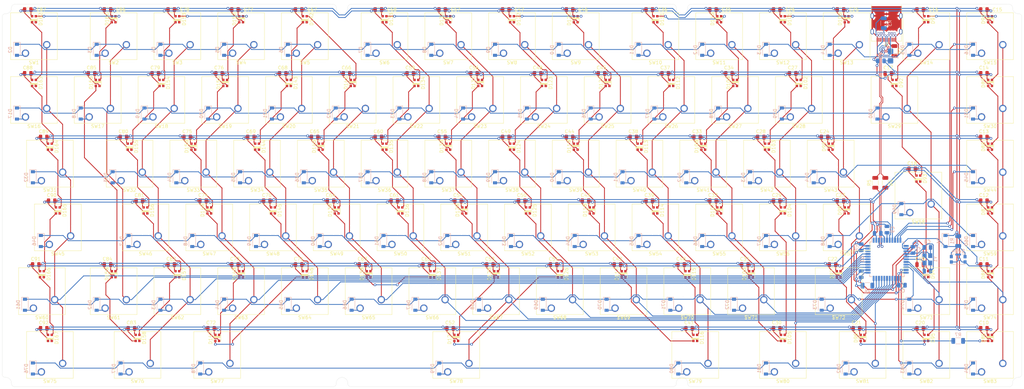
<source format=kicad_pcb>
(kicad_pcb (version 20171130) (host pcbnew 5.1.10)

  (general
    (thickness 1.6)
    (drawings 48)
    (tracks 2817)
    (zones 0)
    (modules 362)
    (nets 216)
  )

  (page A3)
  (layers
    (0 F.Cu signal)
    (31 B.Cu signal)
    (32 B.Adhes user)
    (33 F.Adhes user)
    (34 B.Paste user)
    (35 F.Paste user)
    (36 B.SilkS user)
    (37 F.SilkS user)
    (38 B.Mask user)
    (39 F.Mask user)
    (40 Dwgs.User user hide)
    (41 Cmts.User user)
    (42 Eco1.User user)
    (43 Eco2.User user)
    (44 Edge.Cuts user)
    (45 Margin user)
    (46 B.CrtYd user)
    (47 F.CrtYd user)
    (48 B.Fab user hide)
    (49 F.Fab user hide)
  )

  (setup
    (last_trace_width 0.25)
    (trace_clearance 0.2)
    (zone_clearance 0.508)
    (zone_45_only no)
    (trace_min 0.2)
    (via_size 0.8)
    (via_drill 0.4)
    (via_min_size 0.6)
    (via_min_drill 0.3)
    (uvia_size 0.3)
    (uvia_drill 0.1)
    (uvias_allowed no)
    (uvia_min_size 0.2)
    (uvia_min_drill 0.1)
    (edge_width 0.05)
    (segment_width 0.2)
    (pcb_text_width 0.3)
    (pcb_text_size 1.5 1.5)
    (mod_edge_width 0.12)
    (mod_text_size 1 1)
    (mod_text_width 0.15)
    (pad_size 2 2)
    (pad_drill 0)
    (pad_to_mask_clearance 0.051)
    (solder_mask_min_width 0.25)
    (aux_axis_origin 0 0)
    (visible_elements FFFFF77F)
    (pcbplotparams
      (layerselection 0x010fc_ffffffff)
      (usegerberextensions false)
      (usegerberattributes false)
      (usegerberadvancedattributes false)
      (creategerberjobfile false)
      (excludeedgelayer true)
      (linewidth 0.100000)
      (plotframeref false)
      (viasonmask false)
      (mode 1)
      (useauxorigin false)
      (hpglpennumber 1)
      (hpglpenspeed 20)
      (hpglpendiameter 15.000000)
      (psnegative false)
      (psa4output false)
      (plotreference true)
      (plotvalue true)
      (plotinvisibletext false)
      (padsonsilk false)
      (subtractmaskfromsilk false)
      (outputformat 1)
      (mirror false)
      (drillshape 1)
      (scaleselection 1)
      (outputdirectory ""))
  )

  (net 0 "")
  (net 1 GND)
  (net 2 +5V)
  (net 3 "Net-(C7-Pad1)")
  (net 4 "Net-(C8-Pad2)")
  (net 5 "Net-(C9-Pad1)")
  (net 6 RST)
  (net 7 ROW0)
  (net 8 "Net-(D2-Pad2)")
  (net 9 "Net-(D3-Pad2)")
  (net 10 "Net-(D4-Pad2)")
  (net 11 "Net-(D5-Pad2)")
  (net 12 "Net-(D6-Pad2)")
  (net 13 "Net-(D7-Pad2)")
  (net 14 "Net-(D8-Pad2)")
  (net 15 "Net-(D9-Pad2)")
  (net 16 "Net-(D10-Pad2)")
  (net 17 "Net-(D11-Pad2)")
  (net 18 "Net-(D12-Pad2)")
  (net 19 "Net-(D13-Pad2)")
  (net 20 "Net-(D14-Pad2)")
  (net 21 "Net-(D15-Pad2)")
  (net 22 "Net-(D16-Pad2)")
  (net 23 ROW1)
  (net 24 "Net-(D17-Pad2)")
  (net 25 "Net-(D18-Pad2)")
  (net 26 "Net-(D19-Pad2)")
  (net 27 "Net-(D20-Pad2)")
  (net 28 "Net-(D21-Pad2)")
  (net 29 "Net-(D22-Pad2)")
  (net 30 "Net-(D23-Pad2)")
  (net 31 "Net-(D24-Pad2)")
  (net 32 "Net-(D25-Pad2)")
  (net 33 "Net-(D26-Pad2)")
  (net 34 "Net-(D27-Pad2)")
  (net 35 "Net-(D28-Pad2)")
  (net 36 "Net-(D29-Pad2)")
  (net 37 "Net-(D30-Pad2)")
  (net 38 "Net-(D31-Pad2)")
  (net 39 "Net-(D32-Pad2)")
  (net 40 ROW2)
  (net 41 "Net-(D33-Pad2)")
  (net 42 "Net-(D34-Pad2)")
  (net 43 "Net-(D35-Pad2)")
  (net 44 "Net-(D36-Pad2)")
  (net 45 "Net-(D37-Pad2)")
  (net 46 "Net-(D38-Pad2)")
  (net 47 "Net-(D39-Pad2)")
  (net 48 "Net-(D40-Pad2)")
  (net 49 "Net-(D41-Pad2)")
  (net 50 "Net-(D42-Pad2)")
  (net 51 "Net-(D43-Pad2)")
  (net 52 "Net-(D44-Pad2)")
  (net 53 "Net-(D45-Pad2)")
  (net 54 "Net-(D46-Pad2)")
  (net 55 ROW3)
  (net 56 "Net-(D47-Pad2)")
  (net 57 "Net-(D48-Pad2)")
  (net 58 "Net-(D49-Pad2)")
  (net 59 "Net-(D50-Pad2)")
  (net 60 "Net-(D51-Pad2)")
  (net 61 "Net-(D52-Pad2)")
  (net 62 "Net-(D53-Pad2)")
  (net 63 "Net-(D54-Pad2)")
  (net 64 "Net-(D55-Pad2)")
  (net 65 "Net-(D56-Pad2)")
  (net 66 "Net-(D57-Pad2)")
  (net 67 "Net-(D58-Pad2)")
  (net 68 "Net-(D59-Pad2)")
  (net 69 "Net-(D60-Pad2)")
  (net 70 ROW4)
  (net 71 "Net-(D61-Pad2)")
  (net 72 "Net-(D62-Pad2)")
  (net 73 "Net-(D63-Pad2)")
  (net 74 "Net-(D64-Pad2)")
  (net 75 "Net-(D65-Pad2)")
  (net 76 "Net-(D66-Pad2)")
  (net 77 "Net-(D67-Pad2)")
  (net 78 "Net-(D68-Pad2)")
  (net 79 "Net-(D69-Pad2)")
  (net 80 "Net-(D70-Pad2)")
  (net 81 "Net-(D71-Pad2)")
  (net 82 "Net-(D72-Pad2)")
  (net 83 "Net-(D73-Pad2)")
  (net 84 "Net-(D74-Pad2)")
  (net 85 "Net-(D75-Pad2)")
  (net 86 ROW5)
  (net 87 "Net-(D76-Pad2)")
  (net 88 "Net-(D77-Pad2)")
  (net 89 "Net-(D78-Pad2)")
  (net 90 "Net-(D79-Pad2)")
  (net 91 "Net-(D80-Pad2)")
  (net 92 "Net-(D81-Pad2)")
  (net 93 "Net-(D82-Pad2)")
  (net 94 "Net-(D83-Pad2)")
  (net 95 "Net-(D84-Pad2)")
  (net 96 "Net-(D85-Pad2)")
  (net 97 DIN)
  (net 98 "Net-(D86-Pad2)")
  (net 99 "Net-(D87-Pad2)")
  (net 100 "Net-(D88-Pad2)")
  (net 101 "Net-(D89-Pad2)")
  (net 102 "Net-(D90-Pad2)")
  (net 103 "Net-(D91-Pad2)")
  (net 104 "Net-(D92-Pad2)")
  (net 105 "Net-(D93-Pad2)")
  (net 106 "Net-(D94-Pad2)")
  (net 107 "Net-(D95-Pad2)")
  (net 108 "Net-(D96-Pad2)")
  (net 109 "Net-(D97-Pad2)")
  (net 110 "Net-(D98-Pad2)")
  (net 111 "Net-(D100-Pad4)")
  (net 112 "Net-(D100-Pad2)")
  (net 113 "Net-(D101-Pad2)")
  (net 114 "Net-(D102-Pad2)")
  (net 115 "Net-(D103-Pad2)")
  (net 116 "Net-(D104-Pad2)")
  (net 117 "Net-(D105-Pad2)")
  (net 118 "Net-(D106-Pad2)")
  (net 119 "Net-(D107-Pad2)")
  (net 120 "Net-(D108-Pad2)")
  (net 121 "Net-(D109-Pad2)")
  (net 122 "Net-(D110-Pad2)")
  (net 123 "Net-(D111-Pad2)")
  (net 124 "Net-(D112-Pad2)")
  (net 125 "Net-(D113-Pad2)")
  (net 126 "Net-(D114-Pad2)")
  (net 127 "Net-(D115-Pad2)")
  (net 128 "Net-(D116-Pad2)")
  (net 129 "Net-(D117-Pad2)")
  (net 130 "Net-(D118-Pad2)")
  (net 131 "Net-(D119-Pad2)")
  (net 132 "Net-(D120-Pad2)")
  (net 133 "Net-(D121-Pad2)")
  (net 134 "Net-(D122-Pad2)")
  (net 135 "Net-(D123-Pad2)")
  (net 136 "Net-(D124-Pad2)")
  (net 137 "Net-(D125-Pad2)")
  (net 138 "Net-(D126-Pad2)")
  (net 139 "Net-(D127-Pad2)")
  (net 140 "Net-(D128-Pad2)")
  (net 141 "Net-(D129-Pad2)")
  (net 142 "Net-(D130-Pad2)")
  (net 143 "Net-(D131-Pad2)")
  (net 144 "Net-(D132-Pad2)")
  (net 145 "Net-(D133-Pad2)")
  (net 146 "Net-(D134-Pad2)")
  (net 147 "Net-(D135-Pad2)")
  (net 148 "Net-(D136-Pad2)")
  (net 149 "Net-(D137-Pad2)")
  (net 150 "Net-(D138-Pad2)")
  (net 151 "Net-(D139-Pad2)")
  (net 152 "Net-(D140-Pad2)")
  (net 153 "Net-(D141-Pad2)")
  (net 154 "Net-(D142-Pad2)")
  (net 155 "Net-(D143-Pad2)")
  (net 156 "Net-(D144-Pad2)")
  (net 157 "Net-(D145-Pad2)")
  (net 158 "Net-(D146-Pad2)")
  (net 159 "Net-(D147-Pad2)")
  (net 160 "Net-(D148-Pad2)")
  (net 161 "Net-(D149-Pad2)")
  (net 162 "Net-(D150-Pad2)")
  (net 163 "Net-(D151-Pad2)")
  (net 164 "Net-(D152-Pad2)")
  (net 165 "Net-(D153-Pad2)")
  (net 166 "Net-(D154-Pad2)")
  (net 167 "Net-(D155-Pad2)")
  (net 168 "Net-(D156-Pad2)")
  (net 169 "Net-(D157-Pad2)")
  (net 170 "Net-(D158-Pad2)")
  (net 171 "Net-(D159-Pad2)")
  (net 172 "Net-(D160-Pad2)")
  (net 173 "Net-(D161-Pad2)")
  (net 174 "Net-(D162-Pad2)")
  (net 175 "Net-(D163-Pad2)")
  (net 176 "Net-(D164-Pad2)")
  (net 177 "Net-(D165-Pad2)")
  (net 178 "Net-(D166-Pad2)")
  (net 179 "Net-(D167-Pad2)")
  (net 180 "Net-(F1-Pad2)")
  (net 181 COL02)
  (net 182 COL00)
  (net 183 COL01)
  (net 184 D-)
  (net 185 D+)
  (net 186 "Net-(R6-Pad2)")
  (net 187 COL03)
  (net 188 COL04)
  (net 189 COL06)
  (net 190 COL07)
  (net 191 COL08)
  (net 192 COL09)
  (net 193 COL10)
  (net 194 COL11)
  (net 195 COL12)
  (net 196 COL13)
  (net 197 COL14)
  (net 198 COL15)
  (net 199 COL05)
  (net 200 "Net-(U1-Pad1)")
  (net 201 "Net-(U1-Pad42)")
  (net 202 "Net-(R7-Pad2)")
  (net 203 "Net-(J1-PadB11)")
  (net 204 "Net-(J1-PadB2)")
  (net 205 "Net-(J1-PadB5)")
  (net 206 "Net-(J1-PadB8)")
  (net 207 "Net-(J1-PadB3)")
  (net 208 "Net-(J1-PadB10)")
  (net 209 "Net-(J1-PadA2)")
  (net 210 "Net-(J1-PadA3)")
  (net 211 "Net-(J1-PadA5)")
  (net 212 "Net-(J1-PadA8)")
  (net 213 "Net-(J1-PadA10)")
  (net 214 "Net-(J1-PadA11)")
  (net 215 "Net-(U1-Pad12)")

  (net_class Default "Dies ist die voreingestellte Netzklasse."
    (clearance 0.2)
    (trace_width 0.25)
    (via_dia 0.8)
    (via_drill 0.4)
    (uvia_dia 0.3)
    (uvia_drill 0.1)
    (add_net +5V)
    (add_net COL00)
    (add_net COL01)
    (add_net COL02)
    (add_net COL03)
    (add_net COL04)
    (add_net COL05)
    (add_net COL06)
    (add_net COL07)
    (add_net COL08)
    (add_net COL09)
    (add_net COL10)
    (add_net COL11)
    (add_net COL12)
    (add_net COL13)
    (add_net COL14)
    (add_net COL15)
    (add_net D+)
    (add_net D-)
    (add_net DIN)
    (add_net GND)
    (add_net "Net-(C7-Pad1)")
    (add_net "Net-(C8-Pad2)")
    (add_net "Net-(C9-Pad1)")
    (add_net "Net-(D10-Pad2)")
    (add_net "Net-(D100-Pad2)")
    (add_net "Net-(D100-Pad4)")
    (add_net "Net-(D101-Pad2)")
    (add_net "Net-(D102-Pad2)")
    (add_net "Net-(D103-Pad2)")
    (add_net "Net-(D104-Pad2)")
    (add_net "Net-(D105-Pad2)")
    (add_net "Net-(D106-Pad2)")
    (add_net "Net-(D107-Pad2)")
    (add_net "Net-(D108-Pad2)")
    (add_net "Net-(D109-Pad2)")
    (add_net "Net-(D11-Pad2)")
    (add_net "Net-(D110-Pad2)")
    (add_net "Net-(D111-Pad2)")
    (add_net "Net-(D112-Pad2)")
    (add_net "Net-(D113-Pad2)")
    (add_net "Net-(D114-Pad2)")
    (add_net "Net-(D115-Pad2)")
    (add_net "Net-(D116-Pad2)")
    (add_net "Net-(D117-Pad2)")
    (add_net "Net-(D118-Pad2)")
    (add_net "Net-(D119-Pad2)")
    (add_net "Net-(D12-Pad2)")
    (add_net "Net-(D120-Pad2)")
    (add_net "Net-(D121-Pad2)")
    (add_net "Net-(D122-Pad2)")
    (add_net "Net-(D123-Pad2)")
    (add_net "Net-(D124-Pad2)")
    (add_net "Net-(D125-Pad2)")
    (add_net "Net-(D126-Pad2)")
    (add_net "Net-(D127-Pad2)")
    (add_net "Net-(D128-Pad2)")
    (add_net "Net-(D129-Pad2)")
    (add_net "Net-(D13-Pad2)")
    (add_net "Net-(D130-Pad2)")
    (add_net "Net-(D131-Pad2)")
    (add_net "Net-(D132-Pad2)")
    (add_net "Net-(D133-Pad2)")
    (add_net "Net-(D134-Pad2)")
    (add_net "Net-(D135-Pad2)")
    (add_net "Net-(D136-Pad2)")
    (add_net "Net-(D137-Pad2)")
    (add_net "Net-(D138-Pad2)")
    (add_net "Net-(D139-Pad2)")
    (add_net "Net-(D14-Pad2)")
    (add_net "Net-(D140-Pad2)")
    (add_net "Net-(D141-Pad2)")
    (add_net "Net-(D142-Pad2)")
    (add_net "Net-(D143-Pad2)")
    (add_net "Net-(D144-Pad2)")
    (add_net "Net-(D145-Pad2)")
    (add_net "Net-(D146-Pad2)")
    (add_net "Net-(D147-Pad2)")
    (add_net "Net-(D148-Pad2)")
    (add_net "Net-(D149-Pad2)")
    (add_net "Net-(D15-Pad2)")
    (add_net "Net-(D150-Pad2)")
    (add_net "Net-(D151-Pad2)")
    (add_net "Net-(D152-Pad2)")
    (add_net "Net-(D153-Pad2)")
    (add_net "Net-(D154-Pad2)")
    (add_net "Net-(D155-Pad2)")
    (add_net "Net-(D156-Pad2)")
    (add_net "Net-(D157-Pad2)")
    (add_net "Net-(D158-Pad2)")
    (add_net "Net-(D159-Pad2)")
    (add_net "Net-(D16-Pad2)")
    (add_net "Net-(D160-Pad2)")
    (add_net "Net-(D161-Pad2)")
    (add_net "Net-(D162-Pad2)")
    (add_net "Net-(D163-Pad2)")
    (add_net "Net-(D164-Pad2)")
    (add_net "Net-(D165-Pad2)")
    (add_net "Net-(D166-Pad2)")
    (add_net "Net-(D167-Pad2)")
    (add_net "Net-(D17-Pad2)")
    (add_net "Net-(D18-Pad2)")
    (add_net "Net-(D19-Pad2)")
    (add_net "Net-(D2-Pad2)")
    (add_net "Net-(D20-Pad2)")
    (add_net "Net-(D21-Pad2)")
    (add_net "Net-(D22-Pad2)")
    (add_net "Net-(D23-Pad2)")
    (add_net "Net-(D24-Pad2)")
    (add_net "Net-(D25-Pad2)")
    (add_net "Net-(D26-Pad2)")
    (add_net "Net-(D27-Pad2)")
    (add_net "Net-(D28-Pad2)")
    (add_net "Net-(D29-Pad2)")
    (add_net "Net-(D3-Pad2)")
    (add_net "Net-(D30-Pad2)")
    (add_net "Net-(D31-Pad2)")
    (add_net "Net-(D32-Pad2)")
    (add_net "Net-(D33-Pad2)")
    (add_net "Net-(D34-Pad2)")
    (add_net "Net-(D35-Pad2)")
    (add_net "Net-(D36-Pad2)")
    (add_net "Net-(D37-Pad2)")
    (add_net "Net-(D38-Pad2)")
    (add_net "Net-(D39-Pad2)")
    (add_net "Net-(D4-Pad2)")
    (add_net "Net-(D40-Pad2)")
    (add_net "Net-(D41-Pad2)")
    (add_net "Net-(D42-Pad2)")
    (add_net "Net-(D43-Pad2)")
    (add_net "Net-(D44-Pad2)")
    (add_net "Net-(D45-Pad2)")
    (add_net "Net-(D46-Pad2)")
    (add_net "Net-(D47-Pad2)")
    (add_net "Net-(D48-Pad2)")
    (add_net "Net-(D49-Pad2)")
    (add_net "Net-(D5-Pad2)")
    (add_net "Net-(D50-Pad2)")
    (add_net "Net-(D51-Pad2)")
    (add_net "Net-(D52-Pad2)")
    (add_net "Net-(D53-Pad2)")
    (add_net "Net-(D54-Pad2)")
    (add_net "Net-(D55-Pad2)")
    (add_net "Net-(D56-Pad2)")
    (add_net "Net-(D57-Pad2)")
    (add_net "Net-(D58-Pad2)")
    (add_net "Net-(D59-Pad2)")
    (add_net "Net-(D6-Pad2)")
    (add_net "Net-(D60-Pad2)")
    (add_net "Net-(D61-Pad2)")
    (add_net "Net-(D62-Pad2)")
    (add_net "Net-(D63-Pad2)")
    (add_net "Net-(D64-Pad2)")
    (add_net "Net-(D65-Pad2)")
    (add_net "Net-(D66-Pad2)")
    (add_net "Net-(D67-Pad2)")
    (add_net "Net-(D68-Pad2)")
    (add_net "Net-(D69-Pad2)")
    (add_net "Net-(D7-Pad2)")
    (add_net "Net-(D70-Pad2)")
    (add_net "Net-(D71-Pad2)")
    (add_net "Net-(D72-Pad2)")
    (add_net "Net-(D73-Pad2)")
    (add_net "Net-(D74-Pad2)")
    (add_net "Net-(D75-Pad2)")
    (add_net "Net-(D76-Pad2)")
    (add_net "Net-(D77-Pad2)")
    (add_net "Net-(D78-Pad2)")
    (add_net "Net-(D79-Pad2)")
    (add_net "Net-(D8-Pad2)")
    (add_net "Net-(D80-Pad2)")
    (add_net "Net-(D81-Pad2)")
    (add_net "Net-(D82-Pad2)")
    (add_net "Net-(D83-Pad2)")
    (add_net "Net-(D84-Pad2)")
    (add_net "Net-(D85-Pad2)")
    (add_net "Net-(D86-Pad2)")
    (add_net "Net-(D87-Pad2)")
    (add_net "Net-(D88-Pad2)")
    (add_net "Net-(D89-Pad2)")
    (add_net "Net-(D9-Pad2)")
    (add_net "Net-(D90-Pad2)")
    (add_net "Net-(D91-Pad2)")
    (add_net "Net-(D92-Pad2)")
    (add_net "Net-(D93-Pad2)")
    (add_net "Net-(D94-Pad2)")
    (add_net "Net-(D95-Pad2)")
    (add_net "Net-(D96-Pad2)")
    (add_net "Net-(D97-Pad2)")
    (add_net "Net-(D98-Pad2)")
    (add_net "Net-(F1-Pad2)")
    (add_net "Net-(J1-PadA10)")
    (add_net "Net-(J1-PadA11)")
    (add_net "Net-(J1-PadA2)")
    (add_net "Net-(J1-PadA3)")
    (add_net "Net-(J1-PadA5)")
    (add_net "Net-(J1-PadA8)")
    (add_net "Net-(J1-PadB10)")
    (add_net "Net-(J1-PadB11)")
    (add_net "Net-(J1-PadB2)")
    (add_net "Net-(J1-PadB3)")
    (add_net "Net-(J1-PadB5)")
    (add_net "Net-(J1-PadB8)")
    (add_net "Net-(R6-Pad2)")
    (add_net "Net-(R7-Pad2)")
    (add_net "Net-(U1-Pad1)")
    (add_net "Net-(U1-Pad12)")
    (add_net "Net-(U1-Pad42)")
    (add_net ROW0)
    (add_net ROW1)
    (add_net ROW2)
    (add_net ROW3)
    (add_net ROW4)
    (add_net ROW5)
    (add_net RST)
  )

  (module MountingHole:MountingHole_2mm (layer F.Cu) (tedit 60F2D872) (tstamp 60E8A97D)
    (at 341.8 151.3)
    (descr "Mounting Hole 2mm, no annular")
    (tags "mounting hole 2mm no annular")
    (attr virtual)
    (fp_text reference REF** (at 0 -4.2) (layer F.SilkS) hide
      (effects (font (size 1 1) (thickness 0.15)))
    )
    (fp_text value MountingHole_2mm (at 0 4.2) (layer F.Fab) hide
      (effects (font (size 1 1) (thickness 0.15)))
    )
    (fp_text user %R (at 0.3 0) (layer F.Fab) hide
      (effects (font (size 1 1) (thickness 0.15)))
    )
    (fp_circle (center 0 0) (end 1.6 0) (layer Cmts.User) (width 0.15))
    (fp_circle (center 0 0) (end 1.7 0) (layer F.CrtYd) (width 0.05))
    (pad "" smd circle (at 0 0) (size 2 2) (layers *.Paste))
  )

  (module MountingHole:MountingHole_2mm (layer F.Cu) (tedit 60F2D855) (tstamp 60E8A94A)
    (at 341.8 39.2)
    (descr "Mounting Hole 2mm, no annular")
    (tags "mounting hole 2mm no annular")
    (attr virtual)
    (fp_text reference REF** (at 0 -4.2) (layer F.SilkS) hide
      (effects (font (size 1 1) (thickness 0.15)))
    )
    (fp_text value MountingHole_2mm (at 0 4.2) (layer F.Fab) hide
      (effects (font (size 1 1) (thickness 0.15)))
    )
    (fp_text user %R (at 0.3 0) (layer F.Fab) hide
      (effects (font (size 1 1) (thickness 0.15)))
    )
    (fp_circle (center 0 0) (end 1.6 0) (layer Cmts.User) (width 0.15))
    (fp_circle (center 0 0) (end 1.7 0) (layer F.CrtYd) (width 0.05))
    (pad "" smd circle (at 0 0) (size 2 2) (layers *.Paste))
  )

  (module MountingHole:MountingHole_2mm (layer F.Cu) (tedit 60F2D83E) (tstamp 60E8A17F)
    (at 241.3 39.2)
    (descr "Mounting Hole 2mm, no annular")
    (tags "mounting hole 2mm no annular")
    (attr virtual)
    (fp_text reference REF** (at 0 -4.2) (layer F.SilkS) hide
      (effects (font (size 1 1) (thickness 0.15)))
    )
    (fp_text value MountingHole_2mm (at 0 4.2) (layer F.Fab) hide
      (effects (font (size 1 1) (thickness 0.15)))
    )
    (fp_text user %R (at 0.3 0) (layer F.Fab) hide
      (effects (font (size 1 1) (thickness 0.15)))
    )
    (fp_circle (center 0 0) (end 1.6 0) (layer Cmts.User) (width 0.15))
    (fp_circle (center 0 0) (end 1.7 0) (layer F.CrtYd) (width 0.05))
    (pad "" smd circle (at 0 0) (size 2 2) (layers *.Paste))
  )

  (module MountingHole:MountingHole_2mm (layer F.Cu) (tedit 60F2D7FF) (tstamp 60E89FD7)
    (at 139.7 39.2)
    (descr "Mounting Hole 2mm, no annular")
    (tags "mounting hole 2mm no annular")
    (attr virtual)
    (fp_text reference REF** (at 0 -4.2) (layer F.SilkS) hide
      (effects (font (size 1 1) (thickness 0.15)))
    )
    (fp_text value MountingHole_2mm (at 0 4.2) (layer F.Fab) hide
      (effects (font (size 1 1) (thickness 0.15)))
    )
    (fp_text user %R (at 0.3 0) (layer F.Fab) hide
      (effects (font (size 1 1) (thickness 0.15)))
    )
    (fp_circle (center 0 0) (end 1.6 0) (layer Cmts.User) (width 0.15))
    (fp_circle (center 0 0) (end 1.7 0) (layer F.CrtYd) (width 0.05))
    (pad "" smd circle (at 0 0) (size 2 2) (layers *.Paste))
  )

  (module MountingHole:MountingHole_2mm (layer F.Cu) (tedit 60F2D7D3) (tstamp 60E8A8F8)
    (at 39.2 39.2)
    (descr "Mounting Hole 2mm, no annular")
    (tags "mounting hole 2mm no annular")
    (attr virtual)
    (fp_text reference REF** (at 0 -4.2) (layer F.SilkS) hide
      (effects (font (size 1 1) (thickness 0.15)))
    )
    (fp_text value MountingHole_2mm (at 0 4.2) (layer F.Fab) hide
      (effects (font (size 1 1) (thickness 0.15)))
    )
    (fp_text user %R (at 0.3 0) (layer F.Fab) hide
      (effects (font (size 1 1) (thickness 0.15)))
    )
    (fp_circle (center 0 0) (end 1.6 0) (layer Cmts.User) (width 0.15))
    (fp_circle (center 0 0) (end 1.7 0) (layer F.CrtYd) (width 0.05))
    (pad "" smd circle (at 0 0) (size 2 2) (layers *.Paste))
  )

  (module MountingHole:MountingHole_2mm (layer F.Cu) (tedit 60F2D763) (tstamp 60E8A92F)
    (at 39.2 151.3)
    (descr "Mounting Hole 2mm, no annular")
    (tags "mounting hole 2mm no annular")
    (attr virtual)
    (fp_text reference REF** (at 0 -4.2) (layer F.SilkS) hide
      (effects (font (size 1 1) (thickness 0.15)))
    )
    (fp_text value MountingHole_2mm (at 0 4.2) (layer F.Fab) hide
      (effects (font (size 1 1) (thickness 0.15)))
    )
    (fp_text user %R (at 0.3 0) (layer F.Fab) hide
      (effects (font (size 1 1) (thickness 0.15)))
    )
    (fp_circle (center 0 0) (end 1.6 0) (layer Cmts.User) (width 0.15))
    (fp_circle (center 0 0) (end 1.7 0) (layer F.CrtYd) (width 0.05))
    (pad "" smd circle (at 0 0) (size 2 2) (layers *.Paste))
  )

  (module MountingHole:MountingHole_2mm (layer F.Cu) (tedit 60F2D70C) (tstamp 60E8A18C)
    (at 139.7 151.3)
    (descr "Mounting Hole 2mm, no annular")
    (tags "mounting hole 2mm no annular")
    (attr virtual)
    (fp_text reference REF** (at 0 -4.2) (layer F.SilkS) hide
      (effects (font (size 1 1) (thickness 0.15)))
    )
    (fp_text value MountingHole_2mm (at 0 4.2) (layer F.Fab) hide
      (effects (font (size 1 1) (thickness 0.15)))
    )
    (fp_text user %R (at 0.3 0) (layer F.Fab) hide
      (effects (font (size 1 1) (thickness 0.15)))
    )
    (fp_circle (center 0 0) (end 1.6 0) (layer Cmts.User) (width 0.15))
    (fp_circle (center 0 0) (end 1.7 0) (layer F.CrtYd) (width 0.05))
    (pad "" smd circle (at 0 0) (size 2 2) (layers *.Paste))
  )

  (module MountingHole:MountingHole_2mm (layer F.Cu) (tedit 60F2D69F) (tstamp 60E8A1A1)
    (at 241.3 151.3)
    (descr "Mounting Hole 2mm, no annular")
    (tags "mounting hole 2mm no annular")
    (attr virtual)
    (fp_text reference REF** (at 0 -4.2) (layer F.SilkS) hide
      (effects (font (size 1 1) (thickness 0.15)))
    )
    (fp_text value MountingHole_2mm (at 0 4.2) (layer F.Fab) hide
      (effects (font (size 1 1) (thickness 0.15)))
    )
    (fp_text user %R (at 0.3 0) (layer F.Fab) hide
      (effects (font (size 1 1) (thickness 0.15)))
    )
    (fp_circle (center 0 0) (end 1.6 0) (layer Cmts.User) (width 0.15))
    (fp_circle (center 0 0) (end 1.7 0) (layer F.CrtYd) (width 0.05))
    (pad "" smd circle (at 0 0) (size 2 2) (layers *.Paste))
  )

  (module Button_Switch_Keyboard:SW_Cherry_MX_ISOEnter_PCB (layer F.Cu) (tedit 60E88C41) (tstamp 5F160517)
    (at 309.40375 100.33 180)
    (descr "Cherry MX keyswitch, ISO Enter, PCB mount, http://cherryamericas.com/wp-content/uploads/2014/12/mx_cat.pdf")
    (tags "Cherry MX keyswitch ISO enter PCB")
    (path /5F51BE8C/5F51CE2C)
    (fp_text reference SW58 (at -2.54 -2.794 180) (layer F.SilkS)
      (effects (font (size 1 1) (thickness 0.15)))
    )
    (fp_text value MX1A-G1NA (at -2.286 13.208 180) (layer F.Fab)
      (effects (font (size 1 1) (thickness 0.15)))
    )
    (fp_line (start -9.525 12.065) (end -9.525 -1.905) (layer F.SilkS) (width 0.12))
    (fp_line (start 4.445 12.065) (end -9.525 12.065) (layer F.SilkS) (width 0.12))
    (fp_line (start 4.445 -1.905) (end 4.445 12.065) (layer F.SilkS) (width 0.12))
    (fp_line (start -9.525 -1.905) (end 4.445 -1.905) (layer F.SilkS) (width 0.12))
    (fp_line (start 9.36625 5.08) (end 14.12875 5.08) (layer Dwgs.User) (width 0.15))
    (fp_line (start 14.12875 5.08) (end 14.12875 24.13) (layer Dwgs.User) (width 0.15))
    (fp_line (start -14.44625 -13.97) (end 9.36625 -13.97) (layer Dwgs.User) (width 0.15))
    (fp_line (start -14.44625 24.13) (end -14.44625 -13.97) (layer Dwgs.User) (width 0.15))
    (fp_line (start 14.12875 24.13) (end -14.44625 24.13) (layer Dwgs.User) (width 0.15))
    (fp_line (start 9.36625 -13.97) (end 9.36625 5.08) (layer Dwgs.User) (width 0.15))
    (fp_line (start -9.14 -1.52) (end 4.06 -1.52) (layer F.CrtYd) (width 0.05))
    (fp_line (start 4.06 -1.52) (end 4.06 11.68) (layer F.CrtYd) (width 0.05))
    (fp_line (start 4.06 11.68) (end -9.14 11.68) (layer F.CrtYd) (width 0.05))
    (fp_line (start -9.14 11.68) (end -9.14 -1.52) (layer F.CrtYd) (width 0.05))
    (fp_line (start -8.89 11.43) (end -8.89 -1.27) (layer F.Fab) (width 0.1))
    (fp_line (start 3.81 11.43) (end -8.89 11.43) (layer F.Fab) (width 0.1))
    (fp_line (start 3.81 -1.27) (end 3.81 11.43) (layer F.Fab) (width 0.1))
    (fp_line (start -8.89 -1.27) (end 3.81 -1.27) (layer F.Fab) (width 0.1))
    (fp_text user %R (at -2.54 -2.794 180) (layer F.Fab)
      (effects (font (size 1 1) (thickness 0.15)))
    )
    (pad 1 thru_hole circle (at 0 0 180) (size 2.2 2.2) (drill 1.5) (layers *.Cu *.Mask)
      (net 68 "Net-(D59-Pad2)"))
    (pad 2 thru_hole circle (at -6.35 2.54 180) (size 2.2 2.2) (drill 1.5) (layers *.Cu *.Mask)
      (net 197 COL14))
    (pad "" np_thru_hole circle (at -2.54 5.08 180) (size 4 4) (drill 4) (layers *.Cu *.Mask))
    (pad "" np_thru_hole circle (at -7.62 5.08 180) (size 1.7 1.7) (drill 1.7) (layers *.Cu *.Mask))
    (pad "" np_thru_hole circle (at 2.54 5.08 180) (size 1.7 1.7) (drill 1.7) (layers *.Cu *.Mask))
    (model ${KISYS3DMOD}/Button_Switch_Keyboard.3dshapes/SW_Cherry_MX_ISOEnter_PCB.wrl
      (at (xyz 0 0 0))
      (scale (xyz 1 1 1))
      (rotate (xyz 0 0 0))
    )
  )

  (module Button_Switch_Keyboard:SW_Cherry_MX_2.00u_PCB (layer F.Cu) (tedit 60E88B61) (tstamp 5F16021F)
    (at 302.26 71.755 180)
    (descr "Cherry MX keyswitch, 2.00u, PCB mount, http://cherryamericas.com/wp-content/uploads/2014/12/mx_cat.pdf")
    (tags "Cherry MX keyswitch 2.00u PCB")
    (path /5F51BE8C/5F51CE0E)
    (fp_text reference SW29 (at -2.54 -2.794 180) (layer F.SilkS)
      (effects (font (size 1 1) (thickness 0.15)))
    )
    (fp_text value MX1A-G1NA (at -2.54 12.954 180) (layer F.Fab)
      (effects (font (size 1 1) (thickness 0.15)))
    )
    (fp_line (start -9.525 12.065) (end -9.525 -1.905) (layer F.SilkS) (width 0.12))
    (fp_line (start 4.445 12.065) (end -9.525 12.065) (layer F.SilkS) (width 0.12))
    (fp_line (start 4.445 -1.905) (end 4.445 12.065) (layer F.SilkS) (width 0.12))
    (fp_line (start -9.525 -1.905) (end 4.445 -1.905) (layer F.SilkS) (width 0.12))
    (fp_line (start -21.59 14.605) (end -21.59 -4.445) (layer Dwgs.User) (width 0.15))
    (fp_line (start 16.51 14.605) (end -21.59 14.605) (layer Dwgs.User) (width 0.15))
    (fp_line (start 16.51 -4.445) (end 16.51 14.605) (layer Dwgs.User) (width 0.15))
    (fp_line (start -21.59 -4.445) (end 16.51 -4.445) (layer Dwgs.User) (width 0.15))
    (fp_line (start -9.14 -1.52) (end 4.06 -1.52) (layer F.CrtYd) (width 0.05))
    (fp_line (start 4.06 -1.52) (end 4.06 11.68) (layer F.CrtYd) (width 0.05))
    (fp_line (start 4.06 11.68) (end -9.14 11.68) (layer F.CrtYd) (width 0.05))
    (fp_line (start -9.14 11.68) (end -9.14 -1.52) (layer F.CrtYd) (width 0.05))
    (fp_line (start -8.89 11.43) (end -8.89 -1.27) (layer F.Fab) (width 0.1))
    (fp_line (start 3.81 11.43) (end -8.89 11.43) (layer F.Fab) (width 0.1))
    (fp_line (start 3.81 -1.27) (end 3.81 11.43) (layer F.Fab) (width 0.1))
    (fp_line (start -8.89 -1.27) (end 3.81 -1.27) (layer F.Fab) (width 0.1))
    (fp_text user %R (at -2.54 -2.794 180) (layer F.Fab)
      (effects (font (size 1 1) (thickness 0.15)))
    )
    (pad 1 thru_hole circle (at 0 0 180) (size 2.2 2.2) (drill 1.5) (layers *.Cu *.Mask)
      (net 37 "Net-(D30-Pad2)"))
    (pad 2 thru_hole circle (at -6.35 2.54 180) (size 2.2 2.2) (drill 1.5) (layers *.Cu *.Mask)
      (net 197 COL14))
    (pad "" np_thru_hole circle (at -2.54 5.08 180) (size 4 4) (drill 4) (layers *.Cu *.Mask))
    (pad "" np_thru_hole circle (at -7.62 5.08 180) (size 1.7 1.7) (drill 1.7) (layers *.Cu *.Mask))
    (pad "" np_thru_hole circle (at 2.54 5.08 180) (size 1.7 1.7) (drill 1.7) (layers *.Cu *.Mask))
    (model ${KISYS3DMOD}/Button_Switch_Keyboard.3dshapes/SW_Cherry_MX_2.00u_PCB.wrl
      (at (xyz 0 0 0))
      (scale (xyz 1 1 1))
      (rotate (xyz 0 0 0))
    )
  )

  (module Button_Switch_Keyboard:SW_Cherry_MX_6.25u_PCB (layer F.Cu) (tedit 60E88B4A) (tstamp 5F160723)
    (at 171.29125 147.955 180)
    (descr "Cherry MX keyswitch, 6.25u, PCB mount, http://cherryamericas.com/wp-content/uploads/2014/12/mx_cat.pdf")
    (tags "Cherry MX keyswitch 6.25u PCB")
    (path /5F51BE8C/5F84AEA9)
    (fp_text reference SW78 (at -2.54 -2.794 180) (layer F.SilkS)
      (effects (font (size 1 1) (thickness 0.15)))
    )
    (fp_text value MX1A-G1NA (at -2.54 12.954 180) (layer F.Fab)
      (effects (font (size 1 1) (thickness 0.15)))
    )
    (fp_line (start -9.525 12.065) (end -9.525 -1.905) (layer F.SilkS) (width 0.12))
    (fp_line (start 4.445 12.065) (end -9.525 12.065) (layer F.SilkS) (width 0.12))
    (fp_line (start 4.445 -1.905) (end 4.445 12.065) (layer F.SilkS) (width 0.12))
    (fp_line (start -9.525 -1.905) (end 4.445 -1.905) (layer F.SilkS) (width 0.12))
    (fp_line (start -62.07125 14.605) (end -62.07125 -4.445) (layer Dwgs.User) (width 0.15))
    (fp_line (start 56.99125 14.605) (end -62.07125 14.605) (layer Dwgs.User) (width 0.15))
    (fp_line (start 56.99125 -4.445) (end 56.99125 14.605) (layer Dwgs.User) (width 0.15))
    (fp_line (start -62.07125 -4.445) (end 56.99125 -4.445) (layer Dwgs.User) (width 0.15))
    (fp_line (start -9.14 -1.52) (end 4.06 -1.52) (layer F.CrtYd) (width 0.05))
    (fp_line (start 4.06 -1.52) (end 4.06 11.68) (layer F.CrtYd) (width 0.05))
    (fp_line (start 4.06 11.68) (end -9.14 11.68) (layer F.CrtYd) (width 0.05))
    (fp_line (start -9.14 11.68) (end -9.14 -1.52) (layer F.CrtYd) (width 0.05))
    (fp_line (start -8.89 11.43) (end -8.89 -1.27) (layer F.Fab) (width 0.1))
    (fp_line (start 3.81 11.43) (end -8.89 11.43) (layer F.Fab) (width 0.1))
    (fp_line (start 3.81 -1.27) (end 3.81 11.43) (layer F.Fab) (width 0.1))
    (fp_line (start -8.89 -1.27) (end 3.81 -1.27) (layer F.Fab) (width 0.1))
    (fp_text user %R (at -2.54 -2.794 180) (layer F.Fab)
      (effects (font (size 1 1) (thickness 0.15)))
    )
    (pad 1 thru_hole circle (at 0 0 180) (size 2.2 2.2) (drill 1.5) (layers *.Cu *.Mask)
      (net 90 "Net-(D79-Pad2)"))
    (pad 2 thru_hole circle (at -6.35 2.54 180) (size 2.2 2.2) (drill 1.5) (layers *.Cu *.Mask)
      (net 190 COL07))
    (pad "" np_thru_hole circle (at -2.54 5.08 180) (size 4 4) (drill 4) (layers *.Cu *.Mask))
    (pad "" np_thru_hole circle (at -7.62 5.08 180) (size 1.7 1.7) (drill 1.7) (layers *.Cu *.Mask))
    (pad "" np_thru_hole circle (at 2.54 5.08 180) (size 1.7 1.7) (drill 1.7) (layers *.Cu *.Mask))
    (model ${KISYS3DMOD}/Button_Switch_Keyboard.3dshapes/SW_Cherry_MX_6.25u_PCB.wrl
      (at (xyz 0 0 0))
      (scale (xyz 1 1 1))
      (rotate (xyz 0 0 0))
    )
  )

  (module Crystal:Crystal_SMD_3225-4Pin_3.2x2.5mm (layer B.Cu) (tedit 5A0FD1B2) (tstamp 60EED0B1)
    (at 314.6425 114.3 90)
    (descr "SMD Crystal SERIES SMD3225/4 http://www.txccrystal.com/images/pdf/7m-accuracy.pdf, 3.2x2.5mm^2 package")
    (tags "SMD SMT crystal")
    (path /5F294622)
    (attr smd)
    (fp_text reference Y1 (at 0 2.45 90) (layer B.SilkS)
      (effects (font (size 1 1) (thickness 0.15)) (justify mirror))
    )
    (fp_text value 16MHz (at 0 -2.45 90) (layer B.Fab)
      (effects (font (size 1 1) (thickness 0.15)) (justify mirror))
    )
    (fp_line (start -1.6 1.25) (end -1.6 -1.25) (layer B.Fab) (width 0.1))
    (fp_line (start -1.6 -1.25) (end 1.6 -1.25) (layer B.Fab) (width 0.1))
    (fp_line (start 1.6 -1.25) (end 1.6 1.25) (layer B.Fab) (width 0.1))
    (fp_line (start 1.6 1.25) (end -1.6 1.25) (layer B.Fab) (width 0.1))
    (fp_line (start -1.6 -0.25) (end -0.6 -1.25) (layer B.Fab) (width 0.1))
    (fp_line (start -2 1.65) (end -2 -1.65) (layer B.SilkS) (width 0.12))
    (fp_line (start -2 -1.65) (end 2 -1.65) (layer B.SilkS) (width 0.12))
    (fp_line (start -2.1 1.7) (end -2.1 -1.7) (layer B.CrtYd) (width 0.05))
    (fp_line (start -2.1 -1.7) (end 2.1 -1.7) (layer B.CrtYd) (width 0.05))
    (fp_line (start 2.1 -1.7) (end 2.1 1.7) (layer B.CrtYd) (width 0.05))
    (fp_line (start 2.1 1.7) (end -2.1 1.7) (layer B.CrtYd) (width 0.05))
    (fp_text user %R (at 0 0 90) (layer B.Fab)
      (effects (font (size 0.7 0.7) (thickness 0.105)) (justify mirror))
    )
    (pad 1 smd rect (at -1.1 -0.85 90) (size 1.4 1.2) (layers B.Cu B.Paste B.Mask)
      (net 3 "Net-(C7-Pad1)"))
    (pad 2 smd rect (at 1.1 -0.85 90) (size 1.4 1.2) (layers B.Cu B.Paste B.Mask)
      (net 1 GND))
    (pad 3 smd rect (at 1.1 0.85 90) (size 1.4 1.2) (layers B.Cu B.Paste B.Mask)
      (net 4 "Net-(C8-Pad2)"))
    (pad 4 smd rect (at -1.1 0.85 90) (size 1.4 1.2) (layers B.Cu B.Paste B.Mask)
      (net 1 GND))
    (model ${KISYS3DMOD}/Crystal.3dshapes/Crystal_SMD_3225-4Pin_3.2x2.5mm.wrl
      (at (xyz 0 0 0))
      (scale (xyz 1 1 1))
      (rotate (xyz 0 0 0))
    )
  )

  (module Button_Switch_SMD:SW_Push_1P1T-SH_NO_CK_KMR2xxG (layer B.Cu) (tedit 60F04E96) (tstamp 60EE10F7)
    (at 323.85 114.3 180)
    (descr "CK components KMR2 tactile switch with ground pin http://www.ckswitches.com/media/1479/kmr2.pdf")
    (tags "tactile switch kmr2")
    (path /60FEE33A)
    (attr smd)
    (fp_text reference SW84 (at 0 2.45) (layer B.SilkS)
      (effects (font (size 1 1) (thickness 0.15)) (justify mirror))
    )
    (fp_text value SW_Push (at 0 -2.55) (layer B.Fab)
      (effects (font (size 1 1) (thickness 0.15)) (justify mirror))
    )
    (fp_line (start -2.2 -0.05) (end -2.2 0.05) (layer B.SilkS) (width 0.12))
    (fp_line (start 2.2 1.55) (end 1.15 1.55) (layer B.SilkS) (width 0.12))
    (fp_line (start -2.2 -1.55) (end 2.2 -1.55) (layer B.SilkS) (width 0.12))
    (fp_circle (center 0 0) (end 0 -0.8) (layer B.Fab) (width 0.1))
    (fp_line (start -2.8 -1.8) (end -2.8 1.8) (layer B.CrtYd) (width 0.05))
    (fp_line (start 2.8 -1.8) (end -2.8 -1.8) (layer B.CrtYd) (width 0.05))
    (fp_line (start 2.8 1.8) (end 2.8 -1.8) (layer B.CrtYd) (width 0.05))
    (fp_line (start -2.8 1.8) (end 2.8 1.8) (layer B.CrtYd) (width 0.05))
    (fp_line (start 2.2 -0.05) (end 2.2 0.05) (layer B.SilkS) (width 0.12))
    (fp_line (start -2.1 -1.4) (end -2.1 1.4) (layer B.Fab) (width 0.1))
    (fp_line (start 2.1 -1.4) (end -2.1 -1.4) (layer B.Fab) (width 0.1))
    (fp_line (start 2.1 1.4) (end 2.1 -1.4) (layer B.Fab) (width 0.1))
    (fp_line (start -2.1 1.4) (end 2.1 1.4) (layer B.Fab) (width 0.1))
    (fp_line (start -1.15 1.55) (end -2.2 1.55) (layer B.SilkS) (width 0.12))
    (fp_text user %R (at 0 2.45) (layer B.Fab)
      (effects (font (size 1 1) (thickness 0.15)) (justify mirror))
    )
    (pad 2 smd rect (at 2.05 -0.8 180) (size 0.9 1) (layers B.Cu B.Paste B.Mask)
      (net 1 GND))
    (pad 1 smd rect (at 2.05 0.8 180) (size 0.9 1) (layers B.Cu B.Paste B.Mask)
      (net 6 RST))
    (pad 2 smd rect (at -2.05 -0.8 180) (size 0.9 1) (layers B.Cu B.Paste B.Mask)
      (net 1 GND))
    (pad 1 smd rect (at -2.05 0.8 180) (size 0.9 1) (layers B.Cu B.Paste B.Mask)
      (net 6 RST))
    (pad SH smd rect (at 0 1.425 180) (size 1.7 0.55) (layers B.Cu B.Paste B.Mask)
      (net 1 GND))
    (model ${KISYS3DMOD}/Button_Switch_SMD.3dshapes/SW_Push_1P1T-SH_NO_CK_KMR2xxG.wrl
      (at (xyz 0 0 0))
      (scale (xyz 1 1 1))
      (rotate (xyz 0 0 0))
    )
  )

  (module Resistor_SMD:R_1206_3216Metric (layer B.Cu) (tedit 5F68FEEE) (tstamp 5F26397F)
    (at 323.85 138.684 180)
    (descr "Resistor SMD 1206 (3216 Metric), square (rectangular) end terminal, IPC_7351 nominal, (Body size source: IPC-SM-782 page 72, https://www.pcb-3d.com/wordpress/wp-content/uploads/ipc-sm-782a_amendment_1_and_2.pdf), generated with kicad-footprint-generator")
    (tags resistor)
    (path /5F259898)
    (attr smd)
    (fp_text reference R7 (at 0 1.82) (layer B.SilkS)
      (effects (font (size 1 1) (thickness 0.15)) (justify mirror))
    )
    (fp_text value 470 (at 0 -1.82) (layer B.Fab)
      (effects (font (size 1 1) (thickness 0.15)) (justify mirror))
    )
    (fp_line (start 2.28 -1.12) (end -2.28 -1.12) (layer B.CrtYd) (width 0.05))
    (fp_line (start 2.28 1.12) (end 2.28 -1.12) (layer B.CrtYd) (width 0.05))
    (fp_line (start -2.28 1.12) (end 2.28 1.12) (layer B.CrtYd) (width 0.05))
    (fp_line (start -2.28 -1.12) (end -2.28 1.12) (layer B.CrtYd) (width 0.05))
    (fp_line (start -0.727064 -0.91) (end 0.727064 -0.91) (layer B.SilkS) (width 0.12))
    (fp_line (start -0.727064 0.91) (end 0.727064 0.91) (layer B.SilkS) (width 0.12))
    (fp_line (start 1.6 -0.8) (end -1.6 -0.8) (layer B.Fab) (width 0.1))
    (fp_line (start 1.6 0.8) (end 1.6 -0.8) (layer B.Fab) (width 0.1))
    (fp_line (start -1.6 0.8) (end 1.6 0.8) (layer B.Fab) (width 0.1))
    (fp_line (start -1.6 -0.8) (end -1.6 0.8) (layer B.Fab) (width 0.1))
    (fp_text user %R (at 0 0) (layer B.Fab)
      (effects (font (size 0.8 0.8) (thickness 0.12)) (justify mirror))
    )
    (pad 2 smd roundrect (at 1.4625 0 180) (size 1.125 1.75) (layers B.Cu B.Paste B.Mask) (roundrect_rratio 0.222222)
      (net 202 "Net-(R7-Pad2)"))
    (pad 1 smd roundrect (at -1.4625 0 180) (size 1.125 1.75) (layers B.Cu B.Paste B.Mask) (roundrect_rratio 0.222222)
      (net 97 DIN))
    (model ${KISYS3DMOD}/Resistor_SMD.3dshapes/R_1206_3216Metric.wrl
      (at (xyz 0 0 0))
      (scale (xyz 1 1 1))
      (rotate (xyz 0 0 0))
    )
  )

  (module Resistor_SMD:R_1206_3216Metric (layer B.Cu) (tedit 5F68FEEE) (tstamp 60EDADF2)
    (at 296.7355 122.174)
    (descr "Resistor SMD 1206 (3216 Metric), square (rectangular) end terminal, IPC_7351 nominal, (Body size source: IPC-SM-782 page 72, https://www.pcb-3d.com/wordpress/wp-content/uploads/ipc-sm-782a_amendment_1_and_2.pdf), generated with kicad-footprint-generator")
    (tags resistor)
    (path /5F0D539D)
    (attr smd)
    (fp_text reference R6 (at 0 1.82) (layer B.SilkS)
      (effects (font (size 1 1) (thickness 0.15)) (justify mirror))
    )
    (fp_text value 10k (at 0 -1.82) (layer B.Fab)
      (effects (font (size 1 1) (thickness 0.15)) (justify mirror))
    )
    (fp_line (start 2.28 -1.12) (end -2.28 -1.12) (layer B.CrtYd) (width 0.05))
    (fp_line (start 2.28 1.12) (end 2.28 -1.12) (layer B.CrtYd) (width 0.05))
    (fp_line (start -2.28 1.12) (end 2.28 1.12) (layer B.CrtYd) (width 0.05))
    (fp_line (start -2.28 -1.12) (end -2.28 1.12) (layer B.CrtYd) (width 0.05))
    (fp_line (start -0.727064 -0.91) (end 0.727064 -0.91) (layer B.SilkS) (width 0.12))
    (fp_line (start -0.727064 0.91) (end 0.727064 0.91) (layer B.SilkS) (width 0.12))
    (fp_line (start 1.6 -0.8) (end -1.6 -0.8) (layer B.Fab) (width 0.1))
    (fp_line (start 1.6 0.8) (end 1.6 -0.8) (layer B.Fab) (width 0.1))
    (fp_line (start -1.6 0.8) (end 1.6 0.8) (layer B.Fab) (width 0.1))
    (fp_line (start -1.6 -0.8) (end -1.6 0.8) (layer B.Fab) (width 0.1))
    (fp_text user %R (at 0 0) (layer B.Fab)
      (effects (font (size 0.8 0.8) (thickness 0.12)) (justify mirror))
    )
    (pad 2 smd roundrect (at 1.4625 0) (size 1.125 1.75) (layers B.Cu B.Paste B.Mask) (roundrect_rratio 0.222222)
      (net 186 "Net-(R6-Pad2)"))
    (pad 1 smd roundrect (at -1.4625 0) (size 1.125 1.75) (layers B.Cu B.Paste B.Mask) (roundrect_rratio 0.222222)
      (net 1 GND))
    (model ${KISYS3DMOD}/Resistor_SMD.3dshapes/R_1206_3216Metric.wrl
      (at (xyz 0 0 0))
      (scale (xyz 1 1 1))
      (rotate (xyz 0 0 0))
    )
  )

  (module Resistor_SMD:R_1206_3216Metric (layer F.Cu) (tedit 5F68FEEE) (tstamp 60F1EA6B)
    (at 299.0775 91.44 90)
    (descr "Resistor SMD 1206 (3216 Metric), square (rectangular) end terminal, IPC_7351 nominal, (Body size source: IPC-SM-782 page 72, https://www.pcb-3d.com/wordpress/wp-content/uploads/ipc-sm-782a_amendment_1_and_2.pdf), generated with kicad-footprint-generator")
    (tags resistor)
    (path /5F0B5901)
    (attr smd)
    (fp_text reference R5 (at 0 -1.82 90) (layer F.SilkS)
      (effects (font (size 1 1) (thickness 0.15)))
    )
    (fp_text value 22 (at 0 2 90) (layer F.Fab)
      (effects (font (size 1 1) (thickness 0.15)))
    )
    (fp_line (start 2.28 1.12) (end -2.28 1.12) (layer F.CrtYd) (width 0.05))
    (fp_line (start 2.28 -1.12) (end 2.28 1.12) (layer F.CrtYd) (width 0.05))
    (fp_line (start -2.28 -1.12) (end 2.28 -1.12) (layer F.CrtYd) (width 0.05))
    (fp_line (start -2.28 1.12) (end -2.28 -1.12) (layer F.CrtYd) (width 0.05))
    (fp_line (start -0.727064 0.91) (end 0.727064 0.91) (layer F.SilkS) (width 0.12))
    (fp_line (start -0.727064 -0.91) (end 0.727064 -0.91) (layer F.SilkS) (width 0.12))
    (fp_line (start 1.6 0.8) (end -1.6 0.8) (layer F.Fab) (width 0.1))
    (fp_line (start 1.6 -0.8) (end 1.6 0.8) (layer F.Fab) (width 0.1))
    (fp_line (start -1.6 -0.8) (end 1.6 -0.8) (layer F.Fab) (width 0.1))
    (fp_line (start -1.6 0.8) (end -1.6 -0.8) (layer F.Fab) (width 0.1))
    (fp_text user %R (at 0 0 90) (layer F.Fab)
      (effects (font (size 0.8 0.8) (thickness 0.12)))
    )
    (pad 2 smd roundrect (at 1.4625 0 90) (size 1.125 1.75) (layers F.Cu F.Paste F.Mask) (roundrect_rratio 0.222222)
      (net 184 D-))
    (pad 1 smd roundrect (at -1.4625 0 90) (size 1.125 1.75) (layers F.Cu F.Paste F.Mask) (roundrect_rratio 0.222222)
      (net 184 D-))
    (model ${KISYS3DMOD}/Resistor_SMD.3dshapes/R_1206_3216Metric.wrl
      (at (xyz 0 0 0))
      (scale (xyz 1 1 1))
      (rotate (xyz 0 0 0))
    )
  )

  (module Resistor_SMD:R_1206_3216Metric (layer F.Cu) (tedit 5F68FEEE) (tstamp 60F1EB93)
    (at 302.0775 91.44 270)
    (descr "Resistor SMD 1206 (3216 Metric), square (rectangular) end terminal, IPC_7351 nominal, (Body size source: IPC-SM-782 page 72, https://www.pcb-3d.com/wordpress/wp-content/uploads/ipc-sm-782a_amendment_1_and_2.pdf), generated with kicad-footprint-generator")
    (tags resistor)
    (path /5F0AD349)
    (attr smd)
    (fp_text reference R4 (at 0 -1.82 90) (layer F.SilkS)
      (effects (font (size 1 1) (thickness 0.15)))
    )
    (fp_text value 22 (at 0 1.82 90) (layer F.Fab)
      (effects (font (size 1 1) (thickness 0.15)))
    )
    (fp_line (start 2.28 1.12) (end -2.28 1.12) (layer F.CrtYd) (width 0.05))
    (fp_line (start 2.28 -1.12) (end 2.28 1.12) (layer F.CrtYd) (width 0.05))
    (fp_line (start -2.28 -1.12) (end 2.28 -1.12) (layer F.CrtYd) (width 0.05))
    (fp_line (start -2.28 1.12) (end -2.28 -1.12) (layer F.CrtYd) (width 0.05))
    (fp_line (start -0.727064 0.91) (end 0.727064 0.91) (layer F.SilkS) (width 0.12))
    (fp_line (start -0.727064 -0.91) (end 0.727064 -0.91) (layer F.SilkS) (width 0.12))
    (fp_line (start 1.6 0.8) (end -1.6 0.8) (layer F.Fab) (width 0.1))
    (fp_line (start 1.6 -0.8) (end 1.6 0.8) (layer F.Fab) (width 0.1))
    (fp_line (start -1.6 -0.8) (end 1.6 -0.8) (layer F.Fab) (width 0.1))
    (fp_line (start -1.6 0.8) (end -1.6 -0.8) (layer F.Fab) (width 0.1))
    (fp_text user %R (at 0 0 90) (layer F.Fab)
      (effects (font (size 0.8 0.8) (thickness 0.12)))
    )
    (pad 2 smd roundrect (at 1.4625 0 270) (size 1.125 1.75) (layers F.Cu F.Paste F.Mask) (roundrect_rratio 0.222222)
      (net 185 D+))
    (pad 1 smd roundrect (at -1.4625 0 270) (size 1.125 1.75) (layers F.Cu F.Paste F.Mask) (roundrect_rratio 0.222222)
      (net 185 D+))
    (model ${KISYS3DMOD}/Resistor_SMD.3dshapes/R_1206_3216Metric.wrl
      (at (xyz 0 0 0))
      (scale (xyz 1 1 1))
      (rotate (xyz 0 0 0))
    )
  )

  (module Resistor_SMD:R_1206_3216Metric (layer B.Cu) (tedit 5F68FEEE) (tstamp 5F164238)
    (at 301.625 43.7245 90)
    (descr "Resistor SMD 1206 (3216 Metric), square (rectangular) end terminal, IPC_7351 nominal, (Body size source: IPC-SM-782 page 72, https://www.pcb-3d.com/wordpress/wp-content/uploads/ipc-sm-782a_amendment_1_and_2.pdf), generated with kicad-footprint-generator")
    (tags resistor)
    (path /5F030D08)
    (attr smd)
    (fp_text reference R3 (at 0 1.82 90) (layer B.SilkS)
      (effects (font (size 1 1) (thickness 0.15)) (justify mirror))
    )
    (fp_text value 5.1k (at 0 -1.82 90) (layer B.Fab)
      (effects (font (size 1 1) (thickness 0.15)) (justify mirror))
    )
    (fp_line (start 2.28 -1.12) (end -2.28 -1.12) (layer B.CrtYd) (width 0.05))
    (fp_line (start 2.28 1.12) (end 2.28 -1.12) (layer B.CrtYd) (width 0.05))
    (fp_line (start -2.28 1.12) (end 2.28 1.12) (layer B.CrtYd) (width 0.05))
    (fp_line (start -2.28 -1.12) (end -2.28 1.12) (layer B.CrtYd) (width 0.05))
    (fp_line (start -0.727064 -0.91) (end 0.727064 -0.91) (layer B.SilkS) (width 0.12))
    (fp_line (start -0.727064 0.91) (end 0.727064 0.91) (layer B.SilkS) (width 0.12))
    (fp_line (start 1.6 -0.8) (end -1.6 -0.8) (layer B.Fab) (width 0.1))
    (fp_line (start 1.6 0.8) (end 1.6 -0.8) (layer B.Fab) (width 0.1))
    (fp_line (start -1.6 0.8) (end 1.6 0.8) (layer B.Fab) (width 0.1))
    (fp_line (start -1.6 -0.8) (end -1.6 0.8) (layer B.Fab) (width 0.1))
    (fp_text user %R (at 0 0 90) (layer B.Fab)
      (effects (font (size 0.8 0.8) (thickness 0.12)) (justify mirror))
    )
    (pad 2 smd roundrect (at 1.4625 0 90) (size 1.125 1.75) (layers B.Cu B.Paste B.Mask) (roundrect_rratio 0.222222)
      (net 1 GND))
    (pad 1 smd roundrect (at -1.4625 0 90) (size 1.125 1.75) (layers B.Cu B.Paste B.Mask) (roundrect_rratio 0.222222)
      (net 205 "Net-(J1-PadB5)"))
    (model ${KISYS3DMOD}/Resistor_SMD.3dshapes/R_1206_3216Metric.wrl
      (at (xyz 0 0 0))
      (scale (xyz 1 1 1))
      (rotate (xyz 0 0 0))
    )
  )

  (module Resistor_SMD:R_1206_3216Metric (layer F.Cu) (tedit 5F68FEEE) (tstamp 60EBA96A)
    (at 304.8 52.0335 270)
    (descr "Resistor SMD 1206 (3216 Metric), square (rectangular) end terminal, IPC_7351 nominal, (Body size source: IPC-SM-782 page 72, https://www.pcb-3d.com/wordpress/wp-content/uploads/ipc-sm-782a_amendment_1_and_2.pdf), generated with kicad-footprint-generator")
    (tags resistor)
    (path /5F02FDA7)
    (attr smd)
    (fp_text reference R2 (at 0 -1.82 90) (layer F.SilkS)
      (effects (font (size 1 1) (thickness 0.15)))
    )
    (fp_text value 5.1k (at 0 1.82 90) (layer F.Fab)
      (effects (font (size 1 1) (thickness 0.15)))
    )
    (fp_line (start 2.28 1.12) (end -2.28 1.12) (layer F.CrtYd) (width 0.05))
    (fp_line (start 2.28 -1.12) (end 2.28 1.12) (layer F.CrtYd) (width 0.05))
    (fp_line (start -2.28 -1.12) (end 2.28 -1.12) (layer F.CrtYd) (width 0.05))
    (fp_line (start -2.28 1.12) (end -2.28 -1.12) (layer F.CrtYd) (width 0.05))
    (fp_line (start -0.727064 0.91) (end 0.727064 0.91) (layer F.SilkS) (width 0.12))
    (fp_line (start -0.727064 -0.91) (end 0.727064 -0.91) (layer F.SilkS) (width 0.12))
    (fp_line (start 1.6 0.8) (end -1.6 0.8) (layer F.Fab) (width 0.1))
    (fp_line (start 1.6 -0.8) (end 1.6 0.8) (layer F.Fab) (width 0.1))
    (fp_line (start -1.6 -0.8) (end 1.6 -0.8) (layer F.Fab) (width 0.1))
    (fp_line (start -1.6 0.8) (end -1.6 -0.8) (layer F.Fab) (width 0.1))
    (fp_text user %R (at 0 0 90) (layer F.Fab)
      (effects (font (size 0.8 0.8) (thickness 0.12)))
    )
    (pad 2 smd roundrect (at 1.4625 0 270) (size 1.125 1.75) (layers F.Cu F.Paste F.Mask) (roundrect_rratio 0.222222)
      (net 1 GND))
    (pad 1 smd roundrect (at -1.4625 0 270) (size 1.125 1.75) (layers F.Cu F.Paste F.Mask) (roundrect_rratio 0.222222)
      (net 211 "Net-(J1-PadA5)"))
    (model ${KISYS3DMOD}/Resistor_SMD.3dshapes/R_1206_3216Metric.wrl
      (at (xyz 0 0 0))
      (scale (xyz 1 1 1))
      (rotate (xyz 0 0 0))
    )
  )

  (module Resistor_SMD:R_1206_3216Metric (layer B.Cu) (tedit 5F68FEEE) (tstamp 60F15FCE)
    (at 323.85 108.839 270)
    (descr "Resistor SMD 1206 (3216 Metric), square (rectangular) end terminal, IPC_7351 nominal, (Body size source: IPC-SM-782 page 72, https://www.pcb-3d.com/wordpress/wp-content/uploads/ipc-sm-782a_amendment_1_and_2.pdf), generated with kicad-footprint-generator")
    (tags resistor)
    (path /5F058934)
    (attr smd)
    (fp_text reference R1 (at 0 1.82 90) (layer B.SilkS)
      (effects (font (size 1 1) (thickness 0.15)) (justify mirror))
    )
    (fp_text value 10k (at 0 -1.82 90) (layer B.Fab)
      (effects (font (size 1 1) (thickness 0.15)) (justify mirror))
    )
    (fp_line (start -1.6 -0.8) (end -1.6 0.8) (layer B.Fab) (width 0.1))
    (fp_line (start -1.6 0.8) (end 1.6 0.8) (layer B.Fab) (width 0.1))
    (fp_line (start 1.6 0.8) (end 1.6 -0.8) (layer B.Fab) (width 0.1))
    (fp_line (start 1.6 -0.8) (end -1.6 -0.8) (layer B.Fab) (width 0.1))
    (fp_line (start -0.727064 0.91) (end 0.727064 0.91) (layer B.SilkS) (width 0.12))
    (fp_line (start -0.727064 -0.91) (end 0.727064 -0.91) (layer B.SilkS) (width 0.12))
    (fp_line (start -2.28 -1.12) (end -2.28 1.12) (layer B.CrtYd) (width 0.05))
    (fp_line (start -2.28 1.12) (end 2.28 1.12) (layer B.CrtYd) (width 0.05))
    (fp_line (start 2.28 1.12) (end 2.28 -1.12) (layer B.CrtYd) (width 0.05))
    (fp_line (start 2.28 -1.12) (end -2.28 -1.12) (layer B.CrtYd) (width 0.05))
    (fp_text user %R (at 0 0 90) (layer B.Fab)
      (effects (font (size 0.8 0.8) (thickness 0.12)) (justify mirror))
    )
    (pad 1 smd roundrect (at -1.4625 0 270) (size 1.125 1.75) (layers B.Cu B.Paste B.Mask) (roundrect_rratio 0.222222)
      (net 2 +5V))
    (pad 2 smd roundrect (at 1.4625 0 270) (size 1.125 1.75) (layers B.Cu B.Paste B.Mask) (roundrect_rratio 0.222222)
      (net 6 RST))
    (model ${KISYS3DMOD}/Resistor_SMD.3dshapes/R_1206_3216Metric.wrl
      (at (xyz 0 0 0))
      (scale (xyz 1 1 1))
      (rotate (xyz 0 0 0))
    )
  )

  (module kezboard-pcb:USB_C_Receptacle_Stewart_SS-52400-003 (layer F.Cu) (tedit 5F26DA6C) (tstamp 5F25978F)
    (at 302.41875 38.1 180)
    (descr https://belfuse.com/resources/drawings/stewartconnector/dr-stw-ss-52400-003.pdf)
    (path /5EFFEB48)
    (clearance 0.15)
    (fp_text reference J1 (at 0 -11.9) (layer F.SilkS)
      (effects (font (size 1 1) (thickness 0.15)))
    )
    (fp_text value USB_C_Receptacle (at 0 2.54) (layer F.Fab)
      (effects (font (size 1 1) (thickness 0.15)))
    )
    (fp_line (start 4.49 -4.35) (end 4.49 -7.35) (layer F.SilkS) (width 0.12))
    (fp_line (start -4.49 -7.35) (end -4.49 -4.35) (layer F.SilkS) (width 0.12))
    (fp_line (start 4.49 -11) (end 3 -11) (layer F.SilkS) (width 0.12))
    (fp_line (start -4.49 -11) (end -4.49 -9) (layer F.SilkS) (width 0.12))
    (fp_line (start -3 -11) (end -4.49 -11) (layer F.SilkS) (width 0.12))
    (fp_line (start -5.08 -11.43) (end -5.08 1.27) (layer F.CrtYd) (width 0.05))
    (fp_line (start 5.08 1.27) (end 5.08 -11.43) (layer F.CrtYd) (width 0.05))
    (fp_line (start -4.37 0.95) (end 4.37 0.95) (layer F.Fab) (width 0.1))
    (fp_line (start -4.37 -10.88) (end -4.37 0.95) (layer F.Fab) (width 0.1))
    (fp_line (start 4.37 -10.88) (end -4.37 -10.88) (layer F.Fab) (width 0.1))
    (fp_line (start 4.37 0.95) (end 4.37 -10.88) (layer F.Fab) (width 0.1))
    (fp_line (start -2 0) (end 2 0) (layer Dwgs.User) (width 0.1))
    (fp_line (start -5.08 1.27) (end 5.08 1.27) (layer F.CrtYd) (width 0.05))
    (fp_line (start -5.08 -11.43) (end 5.08 -11.43) (layer F.CrtYd) (width 0.05))
    (fp_line (start 4.49 -9) (end 4.49 -11) (layer F.SilkS) (width 0.12))
    (fp_line (start 4.49 -0.21) (end 4.49 -2.55) (layer F.SilkS) (width 0.12))
    (fp_line (start -4.49 -2.55) (end -4.49 -0.21) (layer F.SilkS) (width 0.12))
    (fp_text user "PCB Edge" (at 0 -0.5) (layer Dwgs.User)
      (effects (font (size 0.5 0.5) (thickness 0.1)))
    )
    (fp_text user %R (at 0 -4.52) (layer F.Fab)
      (effects (font (size 1 1) (thickness 0.15)))
    )
    (pad A12 smd rect (at 2.75 -10.58 180) (size 0.3 1.2) (layers F.Cu F.Paste F.Mask)
      (net 1 GND))
    (pad A11 smd rect (at 2.25 -10.58 180) (size 0.3 1.2) (layers F.Cu F.Paste F.Mask)
      (net 214 "Net-(J1-PadA11)"))
    (pad A10 smd rect (at 1.75 -10.58 180) (size 0.3 1.2) (layers F.Cu F.Paste F.Mask)
      (net 213 "Net-(J1-PadA10)"))
    (pad A9 smd rect (at 1.25 -10.58 180) (size 0.3 1.2) (layers F.Cu F.Paste F.Mask)
      (net 180 "Net-(F1-Pad2)"))
    (pad A8 smd rect (at 0.75 -10.58 180) (size 0.3 1.2) (layers F.Cu F.Paste F.Mask)
      (net 212 "Net-(J1-PadA8)"))
    (pad A7 smd rect (at 0.25 -10.58 180) (size 0.3 1.2) (layers F.Cu F.Paste F.Mask)
      (net 184 D-))
    (pad A6 smd rect (at -0.25 -10.58 180) (size 0.3 1.2) (layers F.Cu F.Paste F.Mask)
      (net 185 D+))
    (pad A5 smd rect (at -0.75 -10.58 180) (size 0.3 1.2) (layers F.Cu F.Paste F.Mask)
      (net 211 "Net-(J1-PadA5)"))
    (pad A4 smd rect (at -1.25 -10.58 180) (size 0.3 1.2) (layers F.Cu F.Paste F.Mask)
      (net 180 "Net-(F1-Pad2)"))
    (pad A3 smd rect (at -1.75 -10.58 180) (size 0.3 1.2) (layers F.Cu F.Paste F.Mask)
      (net 210 "Net-(J1-PadA3)"))
    (pad A2 smd rect (at -2.25 -10.58 180) (size 0.3 1.2) (layers F.Cu F.Paste F.Mask)
      (net 209 "Net-(J1-PadA2)"))
    (pad A1 smd rect (at -2.75 -10.58 180) (size 0.3 1.2) (layers F.Cu F.Paste F.Mask)
      (net 1 GND))
    (pad S1 thru_hole oval (at 4.27 -3.45 180) (size 1 1.6) (drill oval 0.6 1.2) (layers *.Cu *.Mask)
      (net 1 GND))
    (pad S1 thru_hole oval (at -4.27 -3.45 180) (size 1 1.6) (drill oval 0.6 1.2) (layers *.Cu *.Mask)
      (net 1 GND))
    (pad S1 thru_hole oval (at -4.27 -8.18 180) (size 1 1.6) (drill oval 0.6 1.2) (layers *.Cu *.Mask)
      (net 1 GND))
    (pad S1 thru_hole oval (at 4.27 -8.18 180) (size 1 1.6) (drill oval 0.6 1.2) (layers *.Cu *.Mask)
      (net 1 GND))
    (pad S1 smd rect (at 0 -2.9 180) (size 0.2 1) (layers F.Cu F.Paste F.Mask)
      (net 1 GND))
    (pad S1 smd rect (at 0 -6 180) (size 0.2 1) (layers F.Cu F.Paste F.Mask)
      (net 1 GND))
    (pad B6 thru_hole circle (at 0.4 -9.33 180) (size 0.65 0.65) (drill 0.4) (layers *.Cu *.Mask)
      (net 185 D+))
    (pad B7 thru_hole circle (at -0.4 -9.33 180) (size 0.65 0.65) (drill 0.4) (layers *.Cu *.Mask)
      (net 184 D-))
    (pad B4 thru_hole circle (at 1.2 -9.33 180) (size 0.65 0.65) (drill 0.4) (layers *.Cu *.Mask)
      (net 180 "Net-(F1-Pad2)"))
    (pad B9 thru_hole circle (at -1.2 -9.33 180) (size 0.65 0.65) (drill 0.4) (layers *.Cu *.Mask)
      (net 180 "Net-(F1-Pad2)"))
    (pad S1 thru_hole circle (at 2 -9.33 180) (size 0.65 0.65) (drill 0.4) (layers *.Cu *.Mask)
      (net 1 GND))
    (pad S1 thru_hole circle (at -2 -9.33 180) (size 0.65 0.65) (drill 0.4) (layers *.Cu *.Mask)
      (net 1 GND))
    (pad B1 thru_hole circle (at 2.8 -9.33 180) (size 0.65 0.65) (drill 0.4) (layers *.Cu *.Mask)
      (net 1 GND))
    (pad B10 thru_hole circle (at -1.6 -8.62 180) (size 0.65 0.65) (drill 0.4) (layers *.Cu *.Mask)
      (net 208 "Net-(J1-PadB10)"))
    (pad B3 thru_hole circle (at 1.6 -8.62 180) (size 0.65 0.65) (drill 0.4) (layers *.Cu *.Mask)
      (net 207 "Net-(J1-PadB3)"))
    (pad B8 thru_hole circle (at -0.8 -8.62 180) (size 0.65 0.65) (drill 0.4) (layers *.Cu *.Mask)
      (net 206 "Net-(J1-PadB8)"))
    (pad B5 thru_hole circle (at 0.8 -8.62 180) (size 0.65 0.65) (drill 0.4) (layers *.Cu *.Mask)
      (net 205 "Net-(J1-PadB5)"))
    (pad B12 thru_hole circle (at -2.8 -9.33 180) (size 0.65 0.65) (drill 0.4) (layers *.Cu *.Mask)
      (net 1 GND))
    (pad B2 thru_hole circle (at 2.4 -8.62 180) (size 0.65 0.65) (drill 0.4) (layers *.Cu *.Mask)
      (net 204 "Net-(J1-PadB2)"))
    (pad B11 thru_hole circle (at -2.4 -8.62 180) (size 0.65 0.65) (drill 0.4) (layers *.Cu *.Mask)
      (net 203 "Net-(J1-PadB11)"))
  )

  (module Fuse:Fuse_1206_3216Metric_Castellated (layer B.Cu) (tedit 5F68FEF1) (tstamp 60EBA9BB)
    (at 303.61875 53.5575 90)
    (descr "Fuse SMD 1206 (3216 Metric), castellated end terminal, IPC_7351. (Body size source: http://www.tortai-tech.com/upload/download/2011102023233369053.pdf), generated with kicad-footprint-generator")
    (tags "fuse castellated")
    (path /5F286423)
    (attr smd)
    (fp_text reference F1 (at 0 1.78 90) (layer B.SilkS)
      (effects (font (size 1 1) (thickness 0.15)) (justify mirror))
    )
    (fp_text value 500mA (at 0 -1.78 90) (layer B.Fab)
      (effects (font (size 1 1) (thickness 0.15)) (justify mirror))
    )
    (fp_line (start 2.48 -1.08) (end -2.48 -1.08) (layer B.CrtYd) (width 0.05))
    (fp_line (start 2.48 1.08) (end 2.48 -1.08) (layer B.CrtYd) (width 0.05))
    (fp_line (start -2.48 1.08) (end 2.48 1.08) (layer B.CrtYd) (width 0.05))
    (fp_line (start -2.48 -1.08) (end -2.48 1.08) (layer B.CrtYd) (width 0.05))
    (fp_line (start -0.490455 -0.91) (end 0.490455 -0.91) (layer B.SilkS) (width 0.12))
    (fp_line (start -0.490455 0.91) (end 0.490455 0.91) (layer B.SilkS) (width 0.12))
    (fp_line (start 1.6 -0.8) (end -1.6 -0.8) (layer B.Fab) (width 0.1))
    (fp_line (start 1.6 0.8) (end 1.6 -0.8) (layer B.Fab) (width 0.1))
    (fp_line (start -1.6 0.8) (end 1.6 0.8) (layer B.Fab) (width 0.1))
    (fp_line (start -1.6 -0.8) (end -1.6 0.8) (layer B.Fab) (width 0.1))
    (fp_text user %R (at 0 0 90) (layer B.Fab)
      (effects (font (size 0.8 0.8) (thickness 0.12)) (justify mirror))
    )
    (pad 2 smd roundrect (at 1.425 0 90) (size 1.6 1.65) (layers B.Cu B.Paste B.Mask) (roundrect_rratio 0.15625)
      (net 180 "Net-(F1-Pad2)"))
    (pad 1 smd roundrect (at -1.425 0 90) (size 1.6 1.65) (layers B.Cu B.Paste B.Mask) (roundrect_rratio 0.15625)
      (net 2 +5V))
    (model ${KISYS3DMOD}/Fuse.3dshapes/Fuse_1206_3216Metric_Castellated.wrl
      (at (xyz 0 0 0))
      (scale (xyz 1 1 1))
      (rotate (xyz 0 0 0))
    )
  )

  (module Capacitor_SMD:C_0805_2012Metric (layer F.Cu) (tedit 5F68FEEE) (tstamp 5F15F123)
    (at 50.546 134.9375 180)
    (descr "Capacitor SMD 0805 (2012 Metric), square (rectangular) end terminal, IPC_7351 nominal, (Body size source: IPC-SM-782 page 76, https://www.pcb-3d.com/wordpress/wp-content/uploads/ipc-sm-782a_amendment_1_and_2.pdf, https://docs.google.com/spreadsheets/d/1BsfQQcO9C6DZCsRaXUlFlo91Tg2WpOkGARC1WS5S8t0/edit?usp=sharing), generated with kicad-footprint-generator")
    (tags capacitor)
    (path /5F949B9C/5FB73237)
    (attr smd)
    (fp_text reference C92 (at 0 1.68) (layer F.SilkS)
      (effects (font (size 1 1) (thickness 0.15)))
    )
    (fp_text value 0.1uF (at 0 1.68) (layer F.Fab)
      (effects (font (size 1 1) (thickness 0.15)))
    )
    (fp_line (start 1.7 0.98) (end -1.7 0.98) (layer F.CrtYd) (width 0.05))
    (fp_line (start 1.7 -0.98) (end 1.7 0.98) (layer F.CrtYd) (width 0.05))
    (fp_line (start -1.7 -0.98) (end 1.7 -0.98) (layer F.CrtYd) (width 0.05))
    (fp_line (start -1.7 0.98) (end -1.7 -0.98) (layer F.CrtYd) (width 0.05))
    (fp_line (start -0.261252 0.735) (end 0.261252 0.735) (layer F.SilkS) (width 0.12))
    (fp_line (start -0.261252 -0.735) (end 0.261252 -0.735) (layer F.SilkS) (width 0.12))
    (fp_line (start 1 0.625) (end -1 0.625) (layer F.Fab) (width 0.1))
    (fp_line (start 1 -0.625) (end 1 0.625) (layer F.Fab) (width 0.1))
    (fp_line (start -1 -0.625) (end 1 -0.625) (layer F.Fab) (width 0.1))
    (fp_line (start -1 0.625) (end -1 -0.625) (layer F.Fab) (width 0.1))
    (fp_text user %R (at 0 0) (layer F.Fab)
      (effects (font (size 0.5 0.5) (thickness 0.08)))
    )
    (pad 2 smd roundrect (at 0.95 0 180) (size 1 1.45) (layers F.Cu F.Paste F.Mask) (roundrect_rratio 0.25)
      (net 1 GND))
    (pad 1 smd roundrect (at -0.95 0 180) (size 1 1.45) (layers F.Cu F.Paste F.Mask) (roundrect_rratio 0.25)
      (net 2 +5V))
    (model ${KISYS3DMOD}/Capacitor_SMD.3dshapes/C_0805_2012Metric.wrl
      (at (xyz 0 0 0))
      (scale (xyz 1 1 1))
      (rotate (xyz 0 0 0))
    )
  )

  (module Capacitor_SMD:C_0805_2012Metric (layer F.Cu) (tedit 5F68FEEE) (tstamp 5F15F112)
    (at 48.16475 115.8875 180)
    (descr "Capacitor SMD 0805 (2012 Metric), square (rectangular) end terminal, IPC_7351 nominal, (Body size source: IPC-SM-782 page 76, https://www.pcb-3d.com/wordpress/wp-content/uploads/ipc-sm-782a_amendment_1_and_2.pdf, https://docs.google.com/spreadsheets/d/1BsfQQcO9C6DZCsRaXUlFlo91Tg2WpOkGARC1WS5S8t0/edit?usp=sharing), generated with kicad-footprint-generator")
    (tags capacitor)
    (path /5F949B9C/5FB73214)
    (attr smd)
    (fp_text reference C91 (at 0 1.68) (layer F.SilkS)
      (effects (font (size 1 1) (thickness 0.15)))
    )
    (fp_text value 0.1uF (at 0 1.68) (layer F.Fab)
      (effects (font (size 1 1) (thickness 0.15)))
    )
    (fp_line (start 1.7 0.98) (end -1.7 0.98) (layer F.CrtYd) (width 0.05))
    (fp_line (start 1.7 -0.98) (end 1.7 0.98) (layer F.CrtYd) (width 0.05))
    (fp_line (start -1.7 -0.98) (end 1.7 -0.98) (layer F.CrtYd) (width 0.05))
    (fp_line (start -1.7 0.98) (end -1.7 -0.98) (layer F.CrtYd) (width 0.05))
    (fp_line (start -0.261252 0.735) (end 0.261252 0.735) (layer F.SilkS) (width 0.12))
    (fp_line (start -0.261252 -0.735) (end 0.261252 -0.735) (layer F.SilkS) (width 0.12))
    (fp_line (start 1 0.625) (end -1 0.625) (layer F.Fab) (width 0.1))
    (fp_line (start 1 -0.625) (end 1 0.625) (layer F.Fab) (width 0.1))
    (fp_line (start -1 -0.625) (end 1 -0.625) (layer F.Fab) (width 0.1))
    (fp_line (start -1 0.625) (end -1 -0.625) (layer F.Fab) (width 0.1))
    (fp_text user %R (at 0 0) (layer F.Fab)
      (effects (font (size 0.5 0.5) (thickness 0.08)))
    )
    (pad 2 smd roundrect (at 0.95 0 180) (size 1 1.45) (layers F.Cu F.Paste F.Mask) (roundrect_rratio 0.25)
      (net 1 GND))
    (pad 1 smd roundrect (at -0.95 0 180) (size 1 1.45) (layers F.Cu F.Paste F.Mask) (roundrect_rratio 0.25)
      (net 2 +5V))
    (model ${KISYS3DMOD}/Capacitor_SMD.3dshapes/C_0805_2012Metric.wrl
      (at (xyz 0 0 0))
      (scale (xyz 1 1 1))
      (rotate (xyz 0 0 0))
    )
  )

  (module Capacitor_SMD:C_0805_2012Metric (layer F.Cu) (tedit 5F68FEEE) (tstamp 5F15F101)
    (at 52.92725 96.8375 180)
    (descr "Capacitor SMD 0805 (2012 Metric), square (rectangular) end terminal, IPC_7351 nominal, (Body size source: IPC-SM-782 page 76, https://www.pcb-3d.com/wordpress/wp-content/uploads/ipc-sm-782a_amendment_1_and_2.pdf, https://docs.google.com/spreadsheets/d/1BsfQQcO9C6DZCsRaXUlFlo91Tg2WpOkGARC1WS5S8t0/edit?usp=sharing), generated with kicad-footprint-generator")
    (tags capacitor)
    (path /5F949B9C/5FB731F1)
    (attr smd)
    (fp_text reference C90 (at 0 1.68) (layer F.SilkS)
      (effects (font (size 1 1) (thickness 0.15)))
    )
    (fp_text value 0.1uF (at 0 1.68) (layer F.Fab)
      (effects (font (size 1 1) (thickness 0.15)))
    )
    (fp_line (start 1.7 0.98) (end -1.7 0.98) (layer F.CrtYd) (width 0.05))
    (fp_line (start 1.7 -0.98) (end 1.7 0.98) (layer F.CrtYd) (width 0.05))
    (fp_line (start -1.7 -0.98) (end 1.7 -0.98) (layer F.CrtYd) (width 0.05))
    (fp_line (start -1.7 0.98) (end -1.7 -0.98) (layer F.CrtYd) (width 0.05))
    (fp_line (start -0.261252 0.735) (end 0.261252 0.735) (layer F.SilkS) (width 0.12))
    (fp_line (start -0.261252 -0.735) (end 0.261252 -0.735) (layer F.SilkS) (width 0.12))
    (fp_line (start 1 0.625) (end -1 0.625) (layer F.Fab) (width 0.1))
    (fp_line (start 1 -0.625) (end 1 0.625) (layer F.Fab) (width 0.1))
    (fp_line (start -1 -0.625) (end 1 -0.625) (layer F.Fab) (width 0.1))
    (fp_line (start -1 0.625) (end -1 -0.625) (layer F.Fab) (width 0.1))
    (fp_text user %R (at 0 0) (layer F.Fab)
      (effects (font (size 0.5 0.5) (thickness 0.08)))
    )
    (pad 2 smd roundrect (at 0.95 0 180) (size 1 1.45) (layers F.Cu F.Paste F.Mask) (roundrect_rratio 0.25)
      (net 1 GND))
    (pad 1 smd roundrect (at -0.95 0 180) (size 1 1.45) (layers F.Cu F.Paste F.Mask) (roundrect_rratio 0.25)
      (net 2 +5V))
    (model ${KISYS3DMOD}/Capacitor_SMD.3dshapes/C_0805_2012Metric.wrl
      (at (xyz 0 0 0))
      (scale (xyz 1 1 1))
      (rotate (xyz 0 0 0))
    )
  )

  (module Capacitor_SMD:C_0805_2012Metric (layer F.Cu) (tedit 5F68FEEE) (tstamp 5F15F0F0)
    (at 50.546 77.7875 180)
    (descr "Capacitor SMD 0805 (2012 Metric), square (rectangular) end terminal, IPC_7351 nominal, (Body size source: IPC-SM-782 page 76, https://www.pcb-3d.com/wordpress/wp-content/uploads/ipc-sm-782a_amendment_1_and_2.pdf, https://docs.google.com/spreadsheets/d/1BsfQQcO9C6DZCsRaXUlFlo91Tg2WpOkGARC1WS5S8t0/edit?usp=sharing), generated with kicad-footprint-generator")
    (tags capacitor)
    (path /5F949B9C/5FB731CE)
    (attr smd)
    (fp_text reference C89 (at 0 1.68) (layer F.SilkS)
      (effects (font (size 1 1) (thickness 0.15)))
    )
    (fp_text value 0.1uF (at 0 1.68) (layer F.Fab)
      (effects (font (size 1 1) (thickness 0.15)))
    )
    (fp_line (start 1.7 0.98) (end -1.7 0.98) (layer F.CrtYd) (width 0.05))
    (fp_line (start 1.7 -0.98) (end 1.7 0.98) (layer F.CrtYd) (width 0.05))
    (fp_line (start -1.7 -0.98) (end 1.7 -0.98) (layer F.CrtYd) (width 0.05))
    (fp_line (start -1.7 0.98) (end -1.7 -0.98) (layer F.CrtYd) (width 0.05))
    (fp_line (start -0.261252 0.735) (end 0.261252 0.735) (layer F.SilkS) (width 0.12))
    (fp_line (start -0.261252 -0.735) (end 0.261252 -0.735) (layer F.SilkS) (width 0.12))
    (fp_line (start 1 0.625) (end -1 0.625) (layer F.Fab) (width 0.1))
    (fp_line (start 1 -0.625) (end 1 0.625) (layer F.Fab) (width 0.1))
    (fp_line (start -1 -0.625) (end 1 -0.625) (layer F.Fab) (width 0.1))
    (fp_line (start -1 0.625) (end -1 -0.625) (layer F.Fab) (width 0.1))
    (fp_text user %R (at 0 0) (layer F.Fab)
      (effects (font (size 0.5 0.5) (thickness 0.08)))
    )
    (pad 2 smd roundrect (at 0.95 0 180) (size 1 1.45) (layers F.Cu F.Paste F.Mask) (roundrect_rratio 0.25)
      (net 1 GND))
    (pad 1 smd roundrect (at -0.95 0 180) (size 1 1.45) (layers F.Cu F.Paste F.Mask) (roundrect_rratio 0.25)
      (net 2 +5V))
    (model ${KISYS3DMOD}/Capacitor_SMD.3dshapes/C_0805_2012Metric.wrl
      (at (xyz 0 0 0))
      (scale (xyz 1 1 1))
      (rotate (xyz 0 0 0))
    )
  )

  (module Capacitor_SMD:C_0805_2012Metric (layer F.Cu) (tedit 5F68FEEE) (tstamp 5F267EAC)
    (at 45.7835 58.7375 180)
    (descr "Capacitor SMD 0805 (2012 Metric), square (rectangular) end terminal, IPC_7351 nominal, (Body size source: IPC-SM-782 page 76, https://www.pcb-3d.com/wordpress/wp-content/uploads/ipc-sm-782a_amendment_1_and_2.pdf, https://docs.google.com/spreadsheets/d/1BsfQQcO9C6DZCsRaXUlFlo91Tg2WpOkGARC1WS5S8t0/edit?usp=sharing), generated with kicad-footprint-generator")
    (tags capacitor)
    (path /5F949B9C/5FB731AB)
    (attr smd)
    (fp_text reference C88 (at 0 1.68) (layer F.SilkS)
      (effects (font (size 1 1) (thickness 0.15)))
    )
    (fp_text value 0.1uF (at 0 1.68) (layer F.Fab)
      (effects (font (size 1 1) (thickness 0.15)))
    )
    (fp_line (start 1.7 0.98) (end -1.7 0.98) (layer F.CrtYd) (width 0.05))
    (fp_line (start 1.7 -0.98) (end 1.7 0.98) (layer F.CrtYd) (width 0.05))
    (fp_line (start -1.7 -0.98) (end 1.7 -0.98) (layer F.CrtYd) (width 0.05))
    (fp_line (start -1.7 0.98) (end -1.7 -0.98) (layer F.CrtYd) (width 0.05))
    (fp_line (start -0.261252 0.735) (end 0.261252 0.735) (layer F.SilkS) (width 0.12))
    (fp_line (start -0.261252 -0.735) (end 0.261252 -0.735) (layer F.SilkS) (width 0.12))
    (fp_line (start 1 0.625) (end -1 0.625) (layer F.Fab) (width 0.1))
    (fp_line (start 1 -0.625) (end 1 0.625) (layer F.Fab) (width 0.1))
    (fp_line (start -1 -0.625) (end 1 -0.625) (layer F.Fab) (width 0.1))
    (fp_line (start -1 0.625) (end -1 -0.625) (layer F.Fab) (width 0.1))
    (fp_text user %R (at 0 0) (layer F.Fab)
      (effects (font (size 0.5 0.5) (thickness 0.08)))
    )
    (pad 2 smd roundrect (at 0.95 0 180) (size 1 1.45) (layers F.Cu F.Paste F.Mask) (roundrect_rratio 0.25)
      (net 1 GND))
    (pad 1 smd roundrect (at -0.95 0 180) (size 1 1.45) (layers F.Cu F.Paste F.Mask) (roundrect_rratio 0.25)
      (net 2 +5V))
    (model ${KISYS3DMOD}/Capacitor_SMD.3dshapes/C_0805_2012Metric.wrl
      (at (xyz 0 0 0))
      (scale (xyz 1 1 1))
      (rotate (xyz 0 0 0))
    )
  )

  (module Capacitor_SMD:C_0805_2012Metric (layer F.Cu) (tedit 5F68FEEE) (tstamp 5F269C39)
    (at 45.7835 39.6875 180)
    (descr "Capacitor SMD 0805 (2012 Metric), square (rectangular) end terminal, IPC_7351 nominal, (Body size source: IPC-SM-782 page 76, https://www.pcb-3d.com/wordpress/wp-content/uploads/ipc-sm-782a_amendment_1_and_2.pdf, https://docs.google.com/spreadsheets/d/1BsfQQcO9C6DZCsRaXUlFlo91Tg2WpOkGARC1WS5S8t0/edit?usp=sharing), generated with kicad-footprint-generator")
    (tags capacitor)
    (path /5F949B9C/5FB73188)
    (attr smd)
    (fp_text reference C87 (at -4 0) (layer F.SilkS)
      (effects (font (size 1 1) (thickness 0.15)))
    )
    (fp_text value 0.1uF (at 0 1.68) (layer F.Fab)
      (effects (font (size 1 1) (thickness 0.15)))
    )
    (fp_line (start 1.7 0.98) (end -1.7 0.98) (layer F.CrtYd) (width 0.05))
    (fp_line (start 1.7 -0.98) (end 1.7 0.98) (layer F.CrtYd) (width 0.05))
    (fp_line (start -1.7 -0.98) (end 1.7 -0.98) (layer F.CrtYd) (width 0.05))
    (fp_line (start -1.7 0.98) (end -1.7 -0.98) (layer F.CrtYd) (width 0.05))
    (fp_line (start -0.261252 0.735) (end 0.261252 0.735) (layer F.SilkS) (width 0.12))
    (fp_line (start -0.261252 -0.735) (end 0.261252 -0.735) (layer F.SilkS) (width 0.12))
    (fp_line (start 1 0.625) (end -1 0.625) (layer F.Fab) (width 0.1))
    (fp_line (start 1 -0.625) (end 1 0.625) (layer F.Fab) (width 0.1))
    (fp_line (start -1 -0.625) (end 1 -0.625) (layer F.Fab) (width 0.1))
    (fp_line (start -1 0.625) (end -1 -0.625) (layer F.Fab) (width 0.1))
    (fp_text user %R (at 0 0) (layer F.Fab)
      (effects (font (size 0.5 0.5) (thickness 0.08)))
    )
    (pad 2 smd roundrect (at 0.95 0 180) (size 1 1.45) (layers F.Cu F.Paste F.Mask) (roundrect_rratio 0.25)
      (net 1 GND))
    (pad 1 smd roundrect (at -0.95 0 180) (size 1 1.45) (layers F.Cu F.Paste F.Mask) (roundrect_rratio 0.25)
      (net 2 +5V))
    (model ${KISYS3DMOD}/Capacitor_SMD.3dshapes/C_0805_2012Metric.wrl
      (at (xyz 0 0 0))
      (scale (xyz 1 1 1))
      (rotate (xyz 0 0 0))
    )
  )

  (module Capacitor_SMD:C_0805_2012Metric (layer F.Cu) (tedit 5F68FEEE) (tstamp 5F15F0BD)
    (at 69.596 39.6875)
    (descr "Capacitor SMD 0805 (2012 Metric), square (rectangular) end terminal, IPC_7351 nominal, (Body size source: IPC-SM-782 page 76, https://www.pcb-3d.com/wordpress/wp-content/uploads/ipc-sm-782a_amendment_1_and_2.pdf, https://docs.google.com/spreadsheets/d/1BsfQQcO9C6DZCsRaXUlFlo91Tg2WpOkGARC1WS5S8t0/edit?usp=sharing), generated with kicad-footprint-generator")
    (tags capacitor)
    (path /5F949B9C/5F944F33)
    (attr smd)
    (fp_text reference C86 (at 4 0) (layer F.SilkS)
      (effects (font (size 1 1) (thickness 0.15)))
    )
    (fp_text value 0.1uF (at 0 1.68) (layer F.Fab)
      (effects (font (size 1 1) (thickness 0.15)))
    )
    (fp_line (start 1.7 0.98) (end -1.7 0.98) (layer F.CrtYd) (width 0.05))
    (fp_line (start 1.7 -0.98) (end 1.7 0.98) (layer F.CrtYd) (width 0.05))
    (fp_line (start -1.7 -0.98) (end 1.7 -0.98) (layer F.CrtYd) (width 0.05))
    (fp_line (start -1.7 0.98) (end -1.7 -0.98) (layer F.CrtYd) (width 0.05))
    (fp_line (start -0.261252 0.735) (end 0.261252 0.735) (layer F.SilkS) (width 0.12))
    (fp_line (start -0.261252 -0.735) (end 0.261252 -0.735) (layer F.SilkS) (width 0.12))
    (fp_line (start 1 0.625) (end -1 0.625) (layer F.Fab) (width 0.1))
    (fp_line (start 1 -0.625) (end 1 0.625) (layer F.Fab) (width 0.1))
    (fp_line (start -1 -0.625) (end 1 -0.625) (layer F.Fab) (width 0.1))
    (fp_line (start -1 0.625) (end -1 -0.625) (layer F.Fab) (width 0.1))
    (fp_text user %R (at 0 0) (layer F.Fab)
      (effects (font (size 0.5 0.5) (thickness 0.08)))
    )
    (pad 2 smd roundrect (at 0.95 0) (size 1 1.45) (layers F.Cu F.Paste F.Mask) (roundrect_rratio 0.25)
      (net 1 GND))
    (pad 1 smd roundrect (at -0.95 0) (size 1 1.45) (layers F.Cu F.Paste F.Mask) (roundrect_rratio 0.25)
      (net 2 +5V))
    (model ${KISYS3DMOD}/Capacitor_SMD.3dshapes/C_0805_2012Metric.wrl
      (at (xyz 0 0 0))
      (scale (xyz 1 1 1))
      (rotate (xyz 0 0 0))
    )
  )

  (module Capacitor_SMD:C_0805_2012Metric (layer F.Cu) (tedit 5F68FEEE) (tstamp 5F15F0AC)
    (at 64.8335 58.7375)
    (descr "Capacitor SMD 0805 (2012 Metric), square (rectangular) end terminal, IPC_7351 nominal, (Body size source: IPC-SM-782 page 76, https://www.pcb-3d.com/wordpress/wp-content/uploads/ipc-sm-782a_amendment_1_and_2.pdf, https://docs.google.com/spreadsheets/d/1BsfQQcO9C6DZCsRaXUlFlo91Tg2WpOkGARC1WS5S8t0/edit?usp=sharing), generated with kicad-footprint-generator")
    (tags capacitor)
    (path /5F949B9C/5F944F10)
    (attr smd)
    (fp_text reference C85 (at 0 -1.68) (layer F.SilkS)
      (effects (font (size 1 1) (thickness 0.15)))
    )
    (fp_text value 0.1uF (at 0 1.68) (layer F.Fab)
      (effects (font (size 1 1) (thickness 0.15)))
    )
    (fp_line (start 1.7 0.98) (end -1.7 0.98) (layer F.CrtYd) (width 0.05))
    (fp_line (start 1.7 -0.98) (end 1.7 0.98) (layer F.CrtYd) (width 0.05))
    (fp_line (start -1.7 -0.98) (end 1.7 -0.98) (layer F.CrtYd) (width 0.05))
    (fp_line (start -1.7 0.98) (end -1.7 -0.98) (layer F.CrtYd) (width 0.05))
    (fp_line (start -0.261252 0.735) (end 0.261252 0.735) (layer F.SilkS) (width 0.12))
    (fp_line (start -0.261252 -0.735) (end 0.261252 -0.735) (layer F.SilkS) (width 0.12))
    (fp_line (start 1 0.625) (end -1 0.625) (layer F.Fab) (width 0.1))
    (fp_line (start 1 -0.625) (end 1 0.625) (layer F.Fab) (width 0.1))
    (fp_line (start -1 -0.625) (end 1 -0.625) (layer F.Fab) (width 0.1))
    (fp_line (start -1 0.625) (end -1 -0.625) (layer F.Fab) (width 0.1))
    (fp_text user %R (at 0 0) (layer F.Fab)
      (effects (font (size 0.5 0.5) (thickness 0.08)))
    )
    (pad 2 smd roundrect (at 0.95 0) (size 1 1.45) (layers F.Cu F.Paste F.Mask) (roundrect_rratio 0.25)
      (net 1 GND))
    (pad 1 smd roundrect (at -0.95 0) (size 1 1.45) (layers F.Cu F.Paste F.Mask) (roundrect_rratio 0.25)
      (net 2 +5V))
    (model ${KISYS3DMOD}/Capacitor_SMD.3dshapes/C_0805_2012Metric.wrl
      (at (xyz 0 0 0))
      (scale (xyz 1 1 1))
      (rotate (xyz 0 0 0))
    )
  )

  (module Capacitor_SMD:C_0805_2012Metric (layer F.Cu) (tedit 5F68FEEE) (tstamp 5F15F09B)
    (at 69.596 115.8875)
    (descr "Capacitor SMD 0805 (2012 Metric), square (rectangular) end terminal, IPC_7351 nominal, (Body size source: IPC-SM-782 page 76, https://www.pcb-3d.com/wordpress/wp-content/uploads/ipc-sm-782a_amendment_1_and_2.pdf, https://docs.google.com/spreadsheets/d/1BsfQQcO9C6DZCsRaXUlFlo91Tg2WpOkGARC1WS5S8t0/edit?usp=sharing), generated with kicad-footprint-generator")
    (tags capacitor)
    (path /5F949B9C/5F944EED)
    (attr smd)
    (fp_text reference C84 (at 0 -1.68) (layer F.SilkS)
      (effects (font (size 1 1) (thickness 0.15)))
    )
    (fp_text value 0.1uF (at 0 1.68) (layer F.Fab)
      (effects (font (size 1 1) (thickness 0.15)))
    )
    (fp_line (start 1.7 0.98) (end -1.7 0.98) (layer F.CrtYd) (width 0.05))
    (fp_line (start 1.7 -0.98) (end 1.7 0.98) (layer F.CrtYd) (width 0.05))
    (fp_line (start -1.7 -0.98) (end 1.7 -0.98) (layer F.CrtYd) (width 0.05))
    (fp_line (start -1.7 0.98) (end -1.7 -0.98) (layer F.CrtYd) (width 0.05))
    (fp_line (start -0.261252 0.735) (end 0.261252 0.735) (layer F.SilkS) (width 0.12))
    (fp_line (start -0.261252 -0.735) (end 0.261252 -0.735) (layer F.SilkS) (width 0.12))
    (fp_line (start 1 0.625) (end -1 0.625) (layer F.Fab) (width 0.1))
    (fp_line (start 1 -0.625) (end 1 0.625) (layer F.Fab) (width 0.1))
    (fp_line (start -1 -0.625) (end 1 -0.625) (layer F.Fab) (width 0.1))
    (fp_line (start -1 0.625) (end -1 -0.625) (layer F.Fab) (width 0.1))
    (fp_text user %R (at 0 0) (layer F.Fab)
      (effects (font (size 0.5 0.5) (thickness 0.08)))
    )
    (pad 2 smd roundrect (at 0.95 0) (size 1 1.45) (layers F.Cu F.Paste F.Mask) (roundrect_rratio 0.25)
      (net 1 GND))
    (pad 1 smd roundrect (at -0.95 0) (size 1 1.45) (layers F.Cu F.Paste F.Mask) (roundrect_rratio 0.25)
      (net 2 +5V))
    (model ${KISYS3DMOD}/Capacitor_SMD.3dshapes/C_0805_2012Metric.wrl
      (at (xyz 0 0 0))
      (scale (xyz 1 1 1))
      (rotate (xyz 0 0 0))
    )
  )

  (module Capacitor_SMD:C_0805_2012Metric (layer F.Cu) (tedit 5F68FEEE) (tstamp 5F15F08A)
    (at 76.73975 134.9375 180)
    (descr "Capacitor SMD 0805 (2012 Metric), square (rectangular) end terminal, IPC_7351 nominal, (Body size source: IPC-SM-782 page 76, https://www.pcb-3d.com/wordpress/wp-content/uploads/ipc-sm-782a_amendment_1_and_2.pdf, https://docs.google.com/spreadsheets/d/1BsfQQcO9C6DZCsRaXUlFlo91Tg2WpOkGARC1WS5S8t0/edit?usp=sharing), generated with kicad-footprint-generator")
    (tags capacitor)
    (path /5F949B9C/5F944ECA)
    (attr smd)
    (fp_text reference C83 (at 0 1.68) (layer F.SilkS)
      (effects (font (size 1 1) (thickness 0.15)))
    )
    (fp_text value 0.1uF (at 0 1.68) (layer F.Fab)
      (effects (font (size 1 1) (thickness 0.15)))
    )
    (fp_line (start 1.7 0.98) (end -1.7 0.98) (layer F.CrtYd) (width 0.05))
    (fp_line (start 1.7 -0.98) (end 1.7 0.98) (layer F.CrtYd) (width 0.05))
    (fp_line (start -1.7 -0.98) (end 1.7 -0.98) (layer F.CrtYd) (width 0.05))
    (fp_line (start -1.7 0.98) (end -1.7 -0.98) (layer F.CrtYd) (width 0.05))
    (fp_line (start -0.261252 0.735) (end 0.261252 0.735) (layer F.SilkS) (width 0.12))
    (fp_line (start -0.261252 -0.735) (end 0.261252 -0.735) (layer F.SilkS) (width 0.12))
    (fp_line (start 1 0.625) (end -1 0.625) (layer F.Fab) (width 0.1))
    (fp_line (start 1 -0.625) (end 1 0.625) (layer F.Fab) (width 0.1))
    (fp_line (start -1 -0.625) (end 1 -0.625) (layer F.Fab) (width 0.1))
    (fp_line (start -1 0.625) (end -1 -0.625) (layer F.Fab) (width 0.1))
    (fp_text user %R (at 0 0) (layer F.Fab)
      (effects (font (size 0.5 0.5) (thickness 0.08)))
    )
    (pad 2 smd roundrect (at 0.95 0 180) (size 1 1.45) (layers F.Cu F.Paste F.Mask) (roundrect_rratio 0.25)
      (net 1 GND))
    (pad 1 smd roundrect (at -0.95 0 180) (size 1 1.45) (layers F.Cu F.Paste F.Mask) (roundrect_rratio 0.25)
      (net 2 +5V))
    (model ${KISYS3DMOD}/Capacitor_SMD.3dshapes/C_0805_2012Metric.wrl
      (at (xyz 0 0 0))
      (scale (xyz 1 1 1))
      (rotate (xyz 0 0 0))
    )
  )

  (module Capacitor_SMD:C_0805_2012Metric (layer F.Cu) (tedit 5F68FEEE) (tstamp 5F15F079)
    (at 88.646 115.8875 180)
    (descr "Capacitor SMD 0805 (2012 Metric), square (rectangular) end terminal, IPC_7351 nominal, (Body size source: IPC-SM-782 page 76, https://www.pcb-3d.com/wordpress/wp-content/uploads/ipc-sm-782a_amendment_1_and_2.pdf, https://docs.google.com/spreadsheets/d/1BsfQQcO9C6DZCsRaXUlFlo91Tg2WpOkGARC1WS5S8t0/edit?usp=sharing), generated with kicad-footprint-generator")
    (tags capacitor)
    (path /5F949B9C/5F944EA7)
    (attr smd)
    (fp_text reference C82 (at 0 1.68) (layer F.SilkS)
      (effects (font (size 1 1) (thickness 0.15)))
    )
    (fp_text value 0.1uF (at 0 1.68) (layer F.Fab)
      (effects (font (size 1 1) (thickness 0.15)))
    )
    (fp_line (start 1.7 0.98) (end -1.7 0.98) (layer F.CrtYd) (width 0.05))
    (fp_line (start 1.7 -0.98) (end 1.7 0.98) (layer F.CrtYd) (width 0.05))
    (fp_line (start -1.7 -0.98) (end 1.7 -0.98) (layer F.CrtYd) (width 0.05))
    (fp_line (start -1.7 0.98) (end -1.7 -0.98) (layer F.CrtYd) (width 0.05))
    (fp_line (start -0.261252 0.735) (end 0.261252 0.735) (layer F.SilkS) (width 0.12))
    (fp_line (start -0.261252 -0.735) (end 0.261252 -0.735) (layer F.SilkS) (width 0.12))
    (fp_line (start 1 0.625) (end -1 0.625) (layer F.Fab) (width 0.1))
    (fp_line (start 1 -0.625) (end 1 0.625) (layer F.Fab) (width 0.1))
    (fp_line (start -1 -0.625) (end 1 -0.625) (layer F.Fab) (width 0.1))
    (fp_line (start -1 0.625) (end -1 -0.625) (layer F.Fab) (width 0.1))
    (fp_text user %R (at 0 0) (layer F.Fab)
      (effects (font (size 0.5 0.5) (thickness 0.08)))
    )
    (pad 2 smd roundrect (at 0.95 0 180) (size 1 1.45) (layers F.Cu F.Paste F.Mask) (roundrect_rratio 0.25)
      (net 1 GND))
    (pad 1 smd roundrect (at -0.95 0 180) (size 1 1.45) (layers F.Cu F.Paste F.Mask) (roundrect_rratio 0.25)
      (net 2 +5V))
    (model ${KISYS3DMOD}/Capacitor_SMD.3dshapes/C_0805_2012Metric.wrl
      (at (xyz 0 0 0))
      (scale (xyz 1 1 1))
      (rotate (xyz 0 0 0))
    )
  )

  (module Capacitor_SMD:C_0805_2012Metric (layer F.Cu) (tedit 5F68FEEE) (tstamp 5F15F068)
    (at 79.121 96.8375 180)
    (descr "Capacitor SMD 0805 (2012 Metric), square (rectangular) end terminal, IPC_7351 nominal, (Body size source: IPC-SM-782 page 76, https://www.pcb-3d.com/wordpress/wp-content/uploads/ipc-sm-782a_amendment_1_and_2.pdf, https://docs.google.com/spreadsheets/d/1BsfQQcO9C6DZCsRaXUlFlo91Tg2WpOkGARC1WS5S8t0/edit?usp=sharing), generated with kicad-footprint-generator")
    (tags capacitor)
    (path /5F949B9C/5F944E84)
    (attr smd)
    (fp_text reference C81 (at 0 1.68) (layer F.SilkS)
      (effects (font (size 1 1) (thickness 0.15)))
    )
    (fp_text value 0.1uF (at 0 1.68) (layer F.Fab)
      (effects (font (size 1 1) (thickness 0.15)))
    )
    (fp_line (start 1.7 0.98) (end -1.7 0.98) (layer F.CrtYd) (width 0.05))
    (fp_line (start 1.7 -0.98) (end 1.7 0.98) (layer F.CrtYd) (width 0.05))
    (fp_line (start -1.7 -0.98) (end 1.7 -0.98) (layer F.CrtYd) (width 0.05))
    (fp_line (start -1.7 0.98) (end -1.7 -0.98) (layer F.CrtYd) (width 0.05))
    (fp_line (start -0.261252 0.735) (end 0.261252 0.735) (layer F.SilkS) (width 0.12))
    (fp_line (start -0.261252 -0.735) (end 0.261252 -0.735) (layer F.SilkS) (width 0.12))
    (fp_line (start 1 0.625) (end -1 0.625) (layer F.Fab) (width 0.1))
    (fp_line (start 1 -0.625) (end 1 0.625) (layer F.Fab) (width 0.1))
    (fp_line (start -1 -0.625) (end 1 -0.625) (layer F.Fab) (width 0.1))
    (fp_line (start -1 0.625) (end -1 -0.625) (layer F.Fab) (width 0.1))
    (fp_text user %R (at 0 0) (layer F.Fab)
      (effects (font (size 0.5 0.5) (thickness 0.08)))
    )
    (pad 2 smd roundrect (at 0.95 0 180) (size 1 1.45) (layers F.Cu F.Paste F.Mask) (roundrect_rratio 0.25)
      (net 1 GND))
    (pad 1 smd roundrect (at -0.95 0 180) (size 1 1.45) (layers F.Cu F.Paste F.Mask) (roundrect_rratio 0.25)
      (net 2 +5V))
    (model ${KISYS3DMOD}/Capacitor_SMD.3dshapes/C_0805_2012Metric.wrl
      (at (xyz 0 0 0))
      (scale (xyz 1 1 1))
      (rotate (xyz 0 0 0))
    )
  )

  (module Capacitor_SMD:C_0805_2012Metric (layer F.Cu) (tedit 5F68FEEE) (tstamp 5F1BEDFF)
    (at 74.3585 77.7875 180)
    (descr "Capacitor SMD 0805 (2012 Metric), square (rectangular) end terminal, IPC_7351 nominal, (Body size source: IPC-SM-782 page 76, https://www.pcb-3d.com/wordpress/wp-content/uploads/ipc-sm-782a_amendment_1_and_2.pdf, https://docs.google.com/spreadsheets/d/1BsfQQcO9C6DZCsRaXUlFlo91Tg2WpOkGARC1WS5S8t0/edit?usp=sharing), generated with kicad-footprint-generator")
    (tags capacitor)
    (path /5F949B9C/5F944E61)
    (attr smd)
    (fp_text reference C80 (at 0 1.68) (layer F.SilkS)
      (effects (font (size 1 1) (thickness 0.15)))
    )
    (fp_text value 0.1uF (at 0 1.68) (layer F.Fab)
      (effects (font (size 1 1) (thickness 0.15)))
    )
    (fp_line (start 1.7 0.98) (end -1.7 0.98) (layer F.CrtYd) (width 0.05))
    (fp_line (start 1.7 -0.98) (end 1.7 0.98) (layer F.CrtYd) (width 0.05))
    (fp_line (start -1.7 -0.98) (end 1.7 -0.98) (layer F.CrtYd) (width 0.05))
    (fp_line (start -1.7 0.98) (end -1.7 -0.98) (layer F.CrtYd) (width 0.05))
    (fp_line (start -0.261252 0.735) (end 0.261252 0.735) (layer F.SilkS) (width 0.12))
    (fp_line (start -0.261252 -0.735) (end 0.261252 -0.735) (layer F.SilkS) (width 0.12))
    (fp_line (start 1 0.625) (end -1 0.625) (layer F.Fab) (width 0.1))
    (fp_line (start 1 -0.625) (end 1 0.625) (layer F.Fab) (width 0.1))
    (fp_line (start -1 -0.625) (end 1 -0.625) (layer F.Fab) (width 0.1))
    (fp_line (start -1 0.625) (end -1 -0.625) (layer F.Fab) (width 0.1))
    (fp_text user %R (at 0 0) (layer F.Fab)
      (effects (font (size 0.5 0.5) (thickness 0.08)))
    )
    (pad 2 smd roundrect (at 0.95 0 180) (size 1 1.45) (layers F.Cu F.Paste F.Mask) (roundrect_rratio 0.25)
      (net 1 GND))
    (pad 1 smd roundrect (at -0.95 0 180) (size 1 1.45) (layers F.Cu F.Paste F.Mask) (roundrect_rratio 0.25)
      (net 2 +5V))
    (model ${KISYS3DMOD}/Capacitor_SMD.3dshapes/C_0805_2012Metric.wrl
      (at (xyz 0 0 0))
      (scale (xyz 1 1 1))
      (rotate (xyz 0 0 0))
    )
  )

  (module Capacitor_SMD:C_0805_2012Metric (layer F.Cu) (tedit 5F68FEEE) (tstamp 5F15F046)
    (at 83.8835 58.7375 180)
    (descr "Capacitor SMD 0805 (2012 Metric), square (rectangular) end terminal, IPC_7351 nominal, (Body size source: IPC-SM-782 page 76, https://www.pcb-3d.com/wordpress/wp-content/uploads/ipc-sm-782a_amendment_1_and_2.pdf, https://docs.google.com/spreadsheets/d/1BsfQQcO9C6DZCsRaXUlFlo91Tg2WpOkGARC1WS5S8t0/edit?usp=sharing), generated with kicad-footprint-generator")
    (tags capacitor)
    (path /5F949B9C/5F7EFD3B)
    (attr smd)
    (fp_text reference C79 (at 0 1.68) (layer F.SilkS)
      (effects (font (size 1 1) (thickness 0.15)))
    )
    (fp_text value 0.1uF (at 0 1.68) (layer F.Fab)
      (effects (font (size 1 1) (thickness 0.15)))
    )
    (fp_line (start 1.7 0.98) (end -1.7 0.98) (layer F.CrtYd) (width 0.05))
    (fp_line (start 1.7 -0.98) (end 1.7 0.98) (layer F.CrtYd) (width 0.05))
    (fp_line (start -1.7 -0.98) (end 1.7 -0.98) (layer F.CrtYd) (width 0.05))
    (fp_line (start -1.7 0.98) (end -1.7 -0.98) (layer F.CrtYd) (width 0.05))
    (fp_line (start -0.261252 0.735) (end 0.261252 0.735) (layer F.SilkS) (width 0.12))
    (fp_line (start -0.261252 -0.735) (end 0.261252 -0.735) (layer F.SilkS) (width 0.12))
    (fp_line (start 1 0.625) (end -1 0.625) (layer F.Fab) (width 0.1))
    (fp_line (start 1 -0.625) (end 1 0.625) (layer F.Fab) (width 0.1))
    (fp_line (start -1 -0.625) (end 1 -0.625) (layer F.Fab) (width 0.1))
    (fp_line (start -1 0.625) (end -1 -0.625) (layer F.Fab) (width 0.1))
    (fp_text user %R (at 0 0) (layer F.Fab)
      (effects (font (size 0.5 0.5) (thickness 0.08)))
    )
    (pad 2 smd roundrect (at 0.95 0 180) (size 1 1.45) (layers F.Cu F.Paste F.Mask) (roundrect_rratio 0.25)
      (net 1 GND))
    (pad 1 smd roundrect (at -0.95 0 180) (size 1 1.45) (layers F.Cu F.Paste F.Mask) (roundrect_rratio 0.25)
      (net 2 +5V))
    (model ${KISYS3DMOD}/Capacitor_SMD.3dshapes/C_0805_2012Metric.wrl
      (at (xyz 0 0 0))
      (scale (xyz 1 1 1))
      (rotate (xyz 0 0 0))
    )
  )

  (module Capacitor_SMD:C_0805_2012Metric (layer F.Cu) (tedit 5F68FEEE) (tstamp 5F21E55E)
    (at 88.646 39.6875 180)
    (descr "Capacitor SMD 0805 (2012 Metric), square (rectangular) end terminal, IPC_7351 nominal, (Body size source: IPC-SM-782 page 76, https://www.pcb-3d.com/wordpress/wp-content/uploads/ipc-sm-782a_amendment_1_and_2.pdf, https://docs.google.com/spreadsheets/d/1BsfQQcO9C6DZCsRaXUlFlo91Tg2WpOkGARC1WS5S8t0/edit?usp=sharing), generated with kicad-footprint-generator")
    (tags capacitor)
    (path /5F949B9C/5F7EFD19)
    (attr smd)
    (fp_text reference C78 (at -4 0) (layer F.SilkS)
      (effects (font (size 1 1) (thickness 0.15)))
    )
    (fp_text value 0.1uF (at 0 1.68) (layer F.Fab)
      (effects (font (size 1 1) (thickness 0.15)))
    )
    (fp_line (start 1.7 0.98) (end -1.7 0.98) (layer F.CrtYd) (width 0.05))
    (fp_line (start 1.7 -0.98) (end 1.7 0.98) (layer F.CrtYd) (width 0.05))
    (fp_line (start -1.7 -0.98) (end 1.7 -0.98) (layer F.CrtYd) (width 0.05))
    (fp_line (start -1.7 0.98) (end -1.7 -0.98) (layer F.CrtYd) (width 0.05))
    (fp_line (start -0.261252 0.735) (end 0.261252 0.735) (layer F.SilkS) (width 0.12))
    (fp_line (start -0.261252 -0.735) (end 0.261252 -0.735) (layer F.SilkS) (width 0.12))
    (fp_line (start 1 0.625) (end -1 0.625) (layer F.Fab) (width 0.1))
    (fp_line (start 1 -0.625) (end 1 0.625) (layer F.Fab) (width 0.1))
    (fp_line (start -1 -0.625) (end 1 -0.625) (layer F.Fab) (width 0.1))
    (fp_line (start -1 0.625) (end -1 -0.625) (layer F.Fab) (width 0.1))
    (fp_text user %R (at 0 0) (layer F.Fab)
      (effects (font (size 0.5 0.5) (thickness 0.08)))
    )
    (pad 2 smd roundrect (at 0.95 0 180) (size 1 1.45) (layers F.Cu F.Paste F.Mask) (roundrect_rratio 0.25)
      (net 1 GND))
    (pad 1 smd roundrect (at -0.95 0 180) (size 1 1.45) (layers F.Cu F.Paste F.Mask) (roundrect_rratio 0.25)
      (net 2 +5V))
    (model ${KISYS3DMOD}/Capacitor_SMD.3dshapes/C_0805_2012Metric.wrl
      (at (xyz 0 0 0))
      (scale (xyz 1 1 1))
      (rotate (xyz 0 0 0))
    )
  )

  (module Capacitor_SMD:C_0805_2012Metric (layer F.Cu) (tedit 5F68FEEE) (tstamp 5F15F024)
    (at 107.696 39.6875)
    (descr "Capacitor SMD 0805 (2012 Metric), square (rectangular) end terminal, IPC_7351 nominal, (Body size source: IPC-SM-782 page 76, https://www.pcb-3d.com/wordpress/wp-content/uploads/ipc-sm-782a_amendment_1_and_2.pdf, https://docs.google.com/spreadsheets/d/1BsfQQcO9C6DZCsRaXUlFlo91Tg2WpOkGARC1WS5S8t0/edit?usp=sharing), generated with kicad-footprint-generator")
    (tags capacitor)
    (path /5F949B9C/5F7EFCF6)
    (attr smd)
    (fp_text reference C77 (at 4 0) (layer F.SilkS)
      (effects (font (size 1 1) (thickness 0.15)))
    )
    (fp_text value 0.1uF (at 0 1.68) (layer F.Fab)
      (effects (font (size 1 1) (thickness 0.15)))
    )
    (fp_line (start 1.7 0.98) (end -1.7 0.98) (layer F.CrtYd) (width 0.05))
    (fp_line (start 1.7 -0.98) (end 1.7 0.98) (layer F.CrtYd) (width 0.05))
    (fp_line (start -1.7 -0.98) (end 1.7 -0.98) (layer F.CrtYd) (width 0.05))
    (fp_line (start -1.7 0.98) (end -1.7 -0.98) (layer F.CrtYd) (width 0.05))
    (fp_line (start -0.261252 0.735) (end 0.261252 0.735) (layer F.SilkS) (width 0.12))
    (fp_line (start -0.261252 -0.735) (end 0.261252 -0.735) (layer F.SilkS) (width 0.12))
    (fp_line (start 1 0.625) (end -1 0.625) (layer F.Fab) (width 0.1))
    (fp_line (start 1 -0.625) (end 1 0.625) (layer F.Fab) (width 0.1))
    (fp_line (start -1 -0.625) (end 1 -0.625) (layer F.Fab) (width 0.1))
    (fp_line (start -1 0.625) (end -1 -0.625) (layer F.Fab) (width 0.1))
    (fp_text user %R (at 0 0) (layer F.Fab)
      (effects (font (size 0.5 0.5) (thickness 0.08)))
    )
    (pad 2 smd roundrect (at 0.95 0) (size 1 1.45) (layers F.Cu F.Paste F.Mask) (roundrect_rratio 0.25)
      (net 1 GND))
    (pad 1 smd roundrect (at -0.95 0) (size 1 1.45) (layers F.Cu F.Paste F.Mask) (roundrect_rratio 0.25)
      (net 2 +5V))
    (model ${KISYS3DMOD}/Capacitor_SMD.3dshapes/C_0805_2012Metric.wrl
      (at (xyz 0 0 0))
      (scale (xyz 1 1 1))
      (rotate (xyz 0 0 0))
    )
  )

  (module Capacitor_SMD:C_0805_2012Metric (layer F.Cu) (tedit 5F68FEEE) (tstamp 5F15F013)
    (at 102.9335 58.7375)
    (descr "Capacitor SMD 0805 (2012 Metric), square (rectangular) end terminal, IPC_7351 nominal, (Body size source: IPC-SM-782 page 76, https://www.pcb-3d.com/wordpress/wp-content/uploads/ipc-sm-782a_amendment_1_and_2.pdf, https://docs.google.com/spreadsheets/d/1BsfQQcO9C6DZCsRaXUlFlo91Tg2WpOkGARC1WS5S8t0/edit?usp=sharing), generated with kicad-footprint-generator")
    (tags capacitor)
    (path /5F949B9C/5F7EFCD3)
    (attr smd)
    (fp_text reference C76 (at 0 -1.68) (layer F.SilkS)
      (effects (font (size 1 1) (thickness 0.15)))
    )
    (fp_text value 0.1uF (at 0 1.68) (layer F.Fab)
      (effects (font (size 1 1) (thickness 0.15)))
    )
    (fp_line (start 1.7 0.98) (end -1.7 0.98) (layer F.CrtYd) (width 0.05))
    (fp_line (start 1.7 -0.98) (end 1.7 0.98) (layer F.CrtYd) (width 0.05))
    (fp_line (start -1.7 -0.98) (end 1.7 -0.98) (layer F.CrtYd) (width 0.05))
    (fp_line (start -1.7 0.98) (end -1.7 -0.98) (layer F.CrtYd) (width 0.05))
    (fp_line (start -0.261252 0.735) (end 0.261252 0.735) (layer F.SilkS) (width 0.12))
    (fp_line (start -0.261252 -0.735) (end 0.261252 -0.735) (layer F.SilkS) (width 0.12))
    (fp_line (start 1 0.625) (end -1 0.625) (layer F.Fab) (width 0.1))
    (fp_line (start 1 -0.625) (end 1 0.625) (layer F.Fab) (width 0.1))
    (fp_line (start -1 -0.625) (end 1 -0.625) (layer F.Fab) (width 0.1))
    (fp_line (start -1 0.625) (end -1 -0.625) (layer F.Fab) (width 0.1))
    (fp_text user %R (at 0 0) (layer F.Fab)
      (effects (font (size 0.5 0.5) (thickness 0.08)))
    )
    (pad 2 smd roundrect (at 0.95 0) (size 1 1.45) (layers F.Cu F.Paste F.Mask) (roundrect_rratio 0.25)
      (net 1 GND))
    (pad 1 smd roundrect (at -0.95 0) (size 1 1.45) (layers F.Cu F.Paste F.Mask) (roundrect_rratio 0.25)
      (net 2 +5V))
    (model ${KISYS3DMOD}/Capacitor_SMD.3dshapes/C_0805_2012Metric.wrl
      (at (xyz 0 0 0))
      (scale (xyz 1 1 1))
      (rotate (xyz 0 0 0))
    )
  )

  (module Capacitor_SMD:C_0805_2012Metric (layer F.Cu) (tedit 5F68FEEE) (tstamp 5F15F002)
    (at 93.4085 77.7875)
    (descr "Capacitor SMD 0805 (2012 Metric), square (rectangular) end terminal, IPC_7351 nominal, (Body size source: IPC-SM-782 page 76, https://www.pcb-3d.com/wordpress/wp-content/uploads/ipc-sm-782a_amendment_1_and_2.pdf, https://docs.google.com/spreadsheets/d/1BsfQQcO9C6DZCsRaXUlFlo91Tg2WpOkGARC1WS5S8t0/edit?usp=sharing), generated with kicad-footprint-generator")
    (tags capacitor)
    (path /5F949B9C/5F7EFCB0)
    (attr smd)
    (fp_text reference C75 (at 0 -1.68) (layer F.SilkS)
      (effects (font (size 1 1) (thickness 0.15)))
    )
    (fp_text value 0.1uF (at 0 1.68) (layer F.Fab)
      (effects (font (size 1 1) (thickness 0.15)))
    )
    (fp_line (start 1.7 0.98) (end -1.7 0.98) (layer F.CrtYd) (width 0.05))
    (fp_line (start 1.7 -0.98) (end 1.7 0.98) (layer F.CrtYd) (width 0.05))
    (fp_line (start -1.7 -0.98) (end 1.7 -0.98) (layer F.CrtYd) (width 0.05))
    (fp_line (start -1.7 0.98) (end -1.7 -0.98) (layer F.CrtYd) (width 0.05))
    (fp_line (start -0.261252 0.735) (end 0.261252 0.735) (layer F.SilkS) (width 0.12))
    (fp_line (start -0.261252 -0.735) (end 0.261252 -0.735) (layer F.SilkS) (width 0.12))
    (fp_line (start 1 0.625) (end -1 0.625) (layer F.Fab) (width 0.1))
    (fp_line (start 1 -0.625) (end 1 0.625) (layer F.Fab) (width 0.1))
    (fp_line (start -1 -0.625) (end 1 -0.625) (layer F.Fab) (width 0.1))
    (fp_line (start -1 0.625) (end -1 -0.625) (layer F.Fab) (width 0.1))
    (fp_text user %R (at 0 0) (layer F.Fab)
      (effects (font (size 0.5 0.5) (thickness 0.08)))
    )
    (pad 2 smd roundrect (at 0.95 0) (size 1 1.45) (layers F.Cu F.Paste F.Mask) (roundrect_rratio 0.25)
      (net 1 GND))
    (pad 1 smd roundrect (at -0.95 0) (size 1 1.45) (layers F.Cu F.Paste F.Mask) (roundrect_rratio 0.25)
      (net 2 +5V))
    (model ${KISYS3DMOD}/Capacitor_SMD.3dshapes/C_0805_2012Metric.wrl
      (at (xyz 0 0 0))
      (scale (xyz 1 1 1))
      (rotate (xyz 0 0 0))
    )
  )

  (module Capacitor_SMD:C_0805_2012Metric (layer F.Cu) (tedit 5F68FEEE) (tstamp 5F15EFF1)
    (at 98.171 96.8375)
    (descr "Capacitor SMD 0805 (2012 Metric), square (rectangular) end terminal, IPC_7351 nominal, (Body size source: IPC-SM-782 page 76, https://www.pcb-3d.com/wordpress/wp-content/uploads/ipc-sm-782a_amendment_1_and_2.pdf, https://docs.google.com/spreadsheets/d/1BsfQQcO9C6DZCsRaXUlFlo91Tg2WpOkGARC1WS5S8t0/edit?usp=sharing), generated with kicad-footprint-generator")
    (tags capacitor)
    (path /5F949B9C/5F7EFC8D)
    (attr smd)
    (fp_text reference C74 (at 0 -1.68) (layer F.SilkS)
      (effects (font (size 1 1) (thickness 0.15)))
    )
    (fp_text value 0.1uF (at 0 1.68) (layer F.Fab)
      (effects (font (size 1 1) (thickness 0.15)))
    )
    (fp_line (start 1.7 0.98) (end -1.7 0.98) (layer F.CrtYd) (width 0.05))
    (fp_line (start 1.7 -0.98) (end 1.7 0.98) (layer F.CrtYd) (width 0.05))
    (fp_line (start -1.7 -0.98) (end 1.7 -0.98) (layer F.CrtYd) (width 0.05))
    (fp_line (start -1.7 0.98) (end -1.7 -0.98) (layer F.CrtYd) (width 0.05))
    (fp_line (start -0.261252 0.735) (end 0.261252 0.735) (layer F.SilkS) (width 0.12))
    (fp_line (start -0.261252 -0.735) (end 0.261252 -0.735) (layer F.SilkS) (width 0.12))
    (fp_line (start 1 0.625) (end -1 0.625) (layer F.Fab) (width 0.1))
    (fp_line (start 1 -0.625) (end 1 0.625) (layer F.Fab) (width 0.1))
    (fp_line (start -1 -0.625) (end 1 -0.625) (layer F.Fab) (width 0.1))
    (fp_line (start -1 0.625) (end -1 -0.625) (layer F.Fab) (width 0.1))
    (fp_text user %R (at 0 0) (layer F.Fab)
      (effects (font (size 0.5 0.5) (thickness 0.08)))
    )
    (pad 2 smd roundrect (at 0.95 0) (size 1 1.45) (layers F.Cu F.Paste F.Mask) (roundrect_rratio 0.25)
      (net 1 GND))
    (pad 1 smd roundrect (at -0.95 0) (size 1 1.45) (layers F.Cu F.Paste F.Mask) (roundrect_rratio 0.25)
      (net 2 +5V))
    (model ${KISYS3DMOD}/Capacitor_SMD.3dshapes/C_0805_2012Metric.wrl
      (at (xyz 0 0 0))
      (scale (xyz 1 1 1))
      (rotate (xyz 0 0 0))
    )
  )

  (module Capacitor_SMD:C_0805_2012Metric (layer F.Cu) (tedit 5F68FEEE) (tstamp 5F15EFE0)
    (at 107.696 115.8875)
    (descr "Capacitor SMD 0805 (2012 Metric), square (rectangular) end terminal, IPC_7351 nominal, (Body size source: IPC-SM-782 page 76, https://www.pcb-3d.com/wordpress/wp-content/uploads/ipc-sm-782a_amendment_1_and_2.pdf, https://docs.google.com/spreadsheets/d/1BsfQQcO9C6DZCsRaXUlFlo91Tg2WpOkGARC1WS5S8t0/edit?usp=sharing), generated with kicad-footprint-generator")
    (tags capacitor)
    (path /5F949B9C/5F7EFC6A)
    (attr smd)
    (fp_text reference C73 (at 0 -1.68) (layer F.SilkS)
      (effects (font (size 1 1) (thickness 0.15)))
    )
    (fp_text value 0.1uF (at 0 1.68) (layer F.Fab)
      (effects (font (size 1 1) (thickness 0.15)))
    )
    (fp_line (start 1.7 0.98) (end -1.7 0.98) (layer F.CrtYd) (width 0.05))
    (fp_line (start 1.7 -0.98) (end 1.7 0.98) (layer F.CrtYd) (width 0.05))
    (fp_line (start -1.7 -0.98) (end 1.7 -0.98) (layer F.CrtYd) (width 0.05))
    (fp_line (start -1.7 0.98) (end -1.7 -0.98) (layer F.CrtYd) (width 0.05))
    (fp_line (start -0.261252 0.735) (end 0.261252 0.735) (layer F.SilkS) (width 0.12))
    (fp_line (start -0.261252 -0.735) (end 0.261252 -0.735) (layer F.SilkS) (width 0.12))
    (fp_line (start 1 0.625) (end -1 0.625) (layer F.Fab) (width 0.1))
    (fp_line (start 1 -0.625) (end 1 0.625) (layer F.Fab) (width 0.1))
    (fp_line (start -1 -0.625) (end 1 -0.625) (layer F.Fab) (width 0.1))
    (fp_line (start -1 0.625) (end -1 -0.625) (layer F.Fab) (width 0.1))
    (fp_text user %R (at 0 0) (layer F.Fab)
      (effects (font (size 0.5 0.5) (thickness 0.08)))
    )
    (pad 2 smd roundrect (at 0.95 0) (size 1 1.45) (layers F.Cu F.Paste F.Mask) (roundrect_rratio 0.25)
      (net 1 GND))
    (pad 1 smd roundrect (at -0.95 0) (size 1 1.45) (layers F.Cu F.Paste F.Mask) (roundrect_rratio 0.25)
      (net 2 +5V))
    (model ${KISYS3DMOD}/Capacitor_SMD.3dshapes/C_0805_2012Metric.wrl
      (at (xyz 0 0 0))
      (scale (xyz 1 1 1))
      (rotate (xyz 0 0 0))
    )
  )

  (module Capacitor_SMD:C_0805_2012Metric (layer F.Cu) (tedit 5F68FEEE) (tstamp 5F2673DA)
    (at 100.55225 134.9375)
    (descr "Capacitor SMD 0805 (2012 Metric), square (rectangular) end terminal, IPC_7351 nominal, (Body size source: IPC-SM-782 page 76, https://www.pcb-3d.com/wordpress/wp-content/uploads/ipc-sm-782a_amendment_1_and_2.pdf, https://docs.google.com/spreadsheets/d/1BsfQQcO9C6DZCsRaXUlFlo91Tg2WpOkGARC1WS5S8t0/edit?usp=sharing), generated with kicad-footprint-generator")
    (tags capacitor)
    (path /5F949B9C/5F7EFC47)
    (attr smd)
    (fp_text reference C72 (at 0 -1.68) (layer F.SilkS)
      (effects (font (size 1 1) (thickness 0.15)))
    )
    (fp_text value 0.1uF (at 0 1.68) (layer F.Fab)
      (effects (font (size 1 1) (thickness 0.15)))
    )
    (fp_line (start 1.7 0.98) (end -1.7 0.98) (layer F.CrtYd) (width 0.05))
    (fp_line (start 1.7 -0.98) (end 1.7 0.98) (layer F.CrtYd) (width 0.05))
    (fp_line (start -1.7 -0.98) (end 1.7 -0.98) (layer F.CrtYd) (width 0.05))
    (fp_line (start -1.7 0.98) (end -1.7 -0.98) (layer F.CrtYd) (width 0.05))
    (fp_line (start -0.261252 0.735) (end 0.261252 0.735) (layer F.SilkS) (width 0.12))
    (fp_line (start -0.261252 -0.735) (end 0.261252 -0.735) (layer F.SilkS) (width 0.12))
    (fp_line (start 1 0.625) (end -1 0.625) (layer F.Fab) (width 0.1))
    (fp_line (start 1 -0.625) (end 1 0.625) (layer F.Fab) (width 0.1))
    (fp_line (start -1 -0.625) (end 1 -0.625) (layer F.Fab) (width 0.1))
    (fp_line (start -1 0.625) (end -1 -0.625) (layer F.Fab) (width 0.1))
    (fp_text user %R (at 0 0) (layer F.Fab)
      (effects (font (size 0.5 0.5) (thickness 0.08)))
    )
    (pad 2 smd roundrect (at 0.95 0) (size 1 1.45) (layers F.Cu F.Paste F.Mask) (roundrect_rratio 0.25)
      (net 1 GND))
    (pad 1 smd roundrect (at -0.95 0) (size 1 1.45) (layers F.Cu F.Paste F.Mask) (roundrect_rratio 0.25)
      (net 2 +5V))
    (model ${KISYS3DMOD}/Capacitor_SMD.3dshapes/C_0805_2012Metric.wrl
      (at (xyz 0 0 0))
      (scale (xyz 1 1 1))
      (rotate (xyz 0 0 0))
    )
  )

  (module Capacitor_SMD:C_0805_2012Metric (layer F.Cu) (tedit 5F68FEEE) (tstamp 5F15EFBE)
    (at 126.746 115.8875 180)
    (descr "Capacitor SMD 0805 (2012 Metric), square (rectangular) end terminal, IPC_7351 nominal, (Body size source: IPC-SM-782 page 76, https://www.pcb-3d.com/wordpress/wp-content/uploads/ipc-sm-782a_amendment_1_and_2.pdf, https://docs.google.com/spreadsheets/d/1BsfQQcO9C6DZCsRaXUlFlo91Tg2WpOkGARC1WS5S8t0/edit?usp=sharing), generated with kicad-footprint-generator")
    (tags capacitor)
    (path /5F949B9C/5F7EFC24)
    (attr smd)
    (fp_text reference C71 (at 0 1.68) (layer F.SilkS)
      (effects (font (size 1 1) (thickness 0.15)))
    )
    (fp_text value 0.1uF (at 0 1.68) (layer F.Fab)
      (effects (font (size 1 1) (thickness 0.15)))
    )
    (fp_line (start 1.7 0.98) (end -1.7 0.98) (layer F.CrtYd) (width 0.05))
    (fp_line (start 1.7 -0.98) (end 1.7 0.98) (layer F.CrtYd) (width 0.05))
    (fp_line (start -1.7 -0.98) (end 1.7 -0.98) (layer F.CrtYd) (width 0.05))
    (fp_line (start -1.7 0.98) (end -1.7 -0.98) (layer F.CrtYd) (width 0.05))
    (fp_line (start -0.261252 0.735) (end 0.261252 0.735) (layer F.SilkS) (width 0.12))
    (fp_line (start -0.261252 -0.735) (end 0.261252 -0.735) (layer F.SilkS) (width 0.12))
    (fp_line (start 1 0.625) (end -1 0.625) (layer F.Fab) (width 0.1))
    (fp_line (start 1 -0.625) (end 1 0.625) (layer F.Fab) (width 0.1))
    (fp_line (start -1 -0.625) (end 1 -0.625) (layer F.Fab) (width 0.1))
    (fp_line (start -1 0.625) (end -1 -0.625) (layer F.Fab) (width 0.1))
    (fp_text user %R (at 0 0) (layer F.Fab)
      (effects (font (size 0.5 0.5) (thickness 0.08)))
    )
    (pad 2 smd roundrect (at 0.95 0 180) (size 1 1.45) (layers F.Cu F.Paste F.Mask) (roundrect_rratio 0.25)
      (net 1 GND))
    (pad 1 smd roundrect (at -0.95 0 180) (size 1 1.45) (layers F.Cu F.Paste F.Mask) (roundrect_rratio 0.25)
      (net 2 +5V))
    (model ${KISYS3DMOD}/Capacitor_SMD.3dshapes/C_0805_2012Metric.wrl
      (at (xyz 0 0 0))
      (scale (xyz 1 1 1))
      (rotate (xyz 0 0 0))
    )
  )

  (module Capacitor_SMD:C_0805_2012Metric (layer F.Cu) (tedit 5F68FEEE) (tstamp 5F15EFAD)
    (at 117.221 96.8375 180)
    (descr "Capacitor SMD 0805 (2012 Metric), square (rectangular) end terminal, IPC_7351 nominal, (Body size source: IPC-SM-782 page 76, https://www.pcb-3d.com/wordpress/wp-content/uploads/ipc-sm-782a_amendment_1_and_2.pdf, https://docs.google.com/spreadsheets/d/1BsfQQcO9C6DZCsRaXUlFlo91Tg2WpOkGARC1WS5S8t0/edit?usp=sharing), generated with kicad-footprint-generator")
    (tags capacitor)
    (path /5F949B9C/5F7EFC01)
    (attr smd)
    (fp_text reference C70 (at 0 1.68) (layer F.SilkS)
      (effects (font (size 1 1) (thickness 0.15)))
    )
    (fp_text value 0.1uF (at 0 1.68) (layer F.Fab)
      (effects (font (size 1 1) (thickness 0.15)))
    )
    (fp_line (start 1.7 0.98) (end -1.7 0.98) (layer F.CrtYd) (width 0.05))
    (fp_line (start 1.7 -0.98) (end 1.7 0.98) (layer F.CrtYd) (width 0.05))
    (fp_line (start -1.7 -0.98) (end 1.7 -0.98) (layer F.CrtYd) (width 0.05))
    (fp_line (start -1.7 0.98) (end -1.7 -0.98) (layer F.CrtYd) (width 0.05))
    (fp_line (start -0.261252 0.735) (end 0.261252 0.735) (layer F.SilkS) (width 0.12))
    (fp_line (start -0.261252 -0.735) (end 0.261252 -0.735) (layer F.SilkS) (width 0.12))
    (fp_line (start 1 0.625) (end -1 0.625) (layer F.Fab) (width 0.1))
    (fp_line (start 1 -0.625) (end 1 0.625) (layer F.Fab) (width 0.1))
    (fp_line (start -1 -0.625) (end 1 -0.625) (layer F.Fab) (width 0.1))
    (fp_line (start -1 0.625) (end -1 -0.625) (layer F.Fab) (width 0.1))
    (fp_text user %R (at 0 0) (layer F.Fab)
      (effects (font (size 0.5 0.5) (thickness 0.08)))
    )
    (pad 2 smd roundrect (at 0.95 0 180) (size 1 1.45) (layers F.Cu F.Paste F.Mask) (roundrect_rratio 0.25)
      (net 1 GND))
    (pad 1 smd roundrect (at -0.95 0 180) (size 1 1.45) (layers F.Cu F.Paste F.Mask) (roundrect_rratio 0.25)
      (net 2 +5V))
    (model ${KISYS3DMOD}/Capacitor_SMD.3dshapes/C_0805_2012Metric.wrl
      (at (xyz 0 0 0))
      (scale (xyz 1 1 1))
      (rotate (xyz 0 0 0))
    )
  )

  (module Capacitor_SMD:C_0805_2012Metric (layer F.Cu) (tedit 5F68FEEE) (tstamp 5F15EF9C)
    (at 112.4585 77.7875 180)
    (descr "Capacitor SMD 0805 (2012 Metric), square (rectangular) end terminal, IPC_7351 nominal, (Body size source: IPC-SM-782 page 76, https://www.pcb-3d.com/wordpress/wp-content/uploads/ipc-sm-782a_amendment_1_and_2.pdf, https://docs.google.com/spreadsheets/d/1BsfQQcO9C6DZCsRaXUlFlo91Tg2WpOkGARC1WS5S8t0/edit?usp=sharing), generated with kicad-footprint-generator")
    (tags capacitor)
    (path /5F949B9C/5F78DCB9)
    (attr smd)
    (fp_text reference C69 (at 0 1.68) (layer F.SilkS)
      (effects (font (size 1 1) (thickness 0.15)))
    )
    (fp_text value 0.1uF (at 0 1.68) (layer F.Fab)
      (effects (font (size 1 1) (thickness 0.15)))
    )
    (fp_line (start 1.7 0.98) (end -1.7 0.98) (layer F.CrtYd) (width 0.05))
    (fp_line (start 1.7 -0.98) (end 1.7 0.98) (layer F.CrtYd) (width 0.05))
    (fp_line (start -1.7 -0.98) (end 1.7 -0.98) (layer F.CrtYd) (width 0.05))
    (fp_line (start -1.7 0.98) (end -1.7 -0.98) (layer F.CrtYd) (width 0.05))
    (fp_line (start -0.261252 0.735) (end 0.261252 0.735) (layer F.SilkS) (width 0.12))
    (fp_line (start -0.261252 -0.735) (end 0.261252 -0.735) (layer F.SilkS) (width 0.12))
    (fp_line (start 1 0.625) (end -1 0.625) (layer F.Fab) (width 0.1))
    (fp_line (start 1 -0.625) (end 1 0.625) (layer F.Fab) (width 0.1))
    (fp_line (start -1 -0.625) (end 1 -0.625) (layer F.Fab) (width 0.1))
    (fp_line (start -1 0.625) (end -1 -0.625) (layer F.Fab) (width 0.1))
    (fp_text user %R (at 0 0) (layer F.Fab)
      (effects (font (size 0.5 0.5) (thickness 0.08)))
    )
    (pad 2 smd roundrect (at 0.95 0 180) (size 1 1.45) (layers F.Cu F.Paste F.Mask) (roundrect_rratio 0.25)
      (net 1 GND))
    (pad 1 smd roundrect (at -0.95 0 180) (size 1 1.45) (layers F.Cu F.Paste F.Mask) (roundrect_rratio 0.25)
      (net 2 +5V))
    (model ${KISYS3DMOD}/Capacitor_SMD.3dshapes/C_0805_2012Metric.wrl
      (at (xyz 0 0 0))
      (scale (xyz 1 1 1))
      (rotate (xyz 0 0 0))
    )
  )

  (module Capacitor_SMD:C_0805_2012Metric (layer F.Cu) (tedit 5F68FEEE) (tstamp 5F1BEA37)
    (at 121.9835 58.7375 180)
    (descr "Capacitor SMD 0805 (2012 Metric), square (rectangular) end terminal, IPC_7351 nominal, (Body size source: IPC-SM-782 page 76, https://www.pcb-3d.com/wordpress/wp-content/uploads/ipc-sm-782a_amendment_1_and_2.pdf, https://docs.google.com/spreadsheets/d/1BsfQQcO9C6DZCsRaXUlFlo91Tg2WpOkGARC1WS5S8t0/edit?usp=sharing), generated with kicad-footprint-generator")
    (tags capacitor)
    (path /5F949B9C/5F78DC97)
    (attr smd)
    (fp_text reference C68 (at 0 1.68) (layer F.SilkS)
      (effects (font (size 1 1) (thickness 0.15)))
    )
    (fp_text value 0.1uF (at 0 1.68) (layer F.Fab)
      (effects (font (size 1 1) (thickness 0.15)))
    )
    (fp_line (start 1.7 0.98) (end -1.7 0.98) (layer F.CrtYd) (width 0.05))
    (fp_line (start 1.7 -0.98) (end 1.7 0.98) (layer F.CrtYd) (width 0.05))
    (fp_line (start -1.7 -0.98) (end 1.7 -0.98) (layer F.CrtYd) (width 0.05))
    (fp_line (start -1.7 0.98) (end -1.7 -0.98) (layer F.CrtYd) (width 0.05))
    (fp_line (start -0.261252 0.735) (end 0.261252 0.735) (layer F.SilkS) (width 0.12))
    (fp_line (start -0.261252 -0.735) (end 0.261252 -0.735) (layer F.SilkS) (width 0.12))
    (fp_line (start 1 0.625) (end -1 0.625) (layer F.Fab) (width 0.1))
    (fp_line (start 1 -0.625) (end 1 0.625) (layer F.Fab) (width 0.1))
    (fp_line (start -1 -0.625) (end 1 -0.625) (layer F.Fab) (width 0.1))
    (fp_line (start -1 0.625) (end -1 -0.625) (layer F.Fab) (width 0.1))
    (fp_text user %R (at 0 0) (layer F.Fab)
      (effects (font (size 0.5 0.5) (thickness 0.08)))
    )
    (pad 2 smd roundrect (at 0.95 0 180) (size 1 1.45) (layers F.Cu F.Paste F.Mask) (roundrect_rratio 0.25)
      (net 1 GND))
    (pad 1 smd roundrect (at -0.95 0 180) (size 1 1.45) (layers F.Cu F.Paste F.Mask) (roundrect_rratio 0.25)
      (net 2 +5V))
    (model ${KISYS3DMOD}/Capacitor_SMD.3dshapes/C_0805_2012Metric.wrl
      (at (xyz 0 0 0))
      (scale (xyz 1 1 1))
      (rotate (xyz 0 0 0))
    )
  )

  (module Capacitor_SMD:C_0805_2012Metric (layer F.Cu) (tedit 5F68FEEE) (tstamp 5F15EF7A)
    (at 126.746 39.6875 180)
    (descr "Capacitor SMD 0805 (2012 Metric), square (rectangular) end terminal, IPC_7351 nominal, (Body size source: IPC-SM-782 page 76, https://www.pcb-3d.com/wordpress/wp-content/uploads/ipc-sm-782a_amendment_1_and_2.pdf, https://docs.google.com/spreadsheets/d/1BsfQQcO9C6DZCsRaXUlFlo91Tg2WpOkGARC1WS5S8t0/edit?usp=sharing), generated with kicad-footprint-generator")
    (tags capacitor)
    (path /5F949B9C/5F78DC74)
    (attr smd)
    (fp_text reference C67 (at -4 0) (layer F.SilkS)
      (effects (font (size 1 1) (thickness 0.15)))
    )
    (fp_text value 0.1uF (at 0 1.68) (layer F.Fab)
      (effects (font (size 1 1) (thickness 0.15)))
    )
    (fp_line (start 1.7 0.98) (end -1.7 0.98) (layer F.CrtYd) (width 0.05))
    (fp_line (start 1.7 -0.98) (end 1.7 0.98) (layer F.CrtYd) (width 0.05))
    (fp_line (start -1.7 -0.98) (end 1.7 -0.98) (layer F.CrtYd) (width 0.05))
    (fp_line (start -1.7 0.98) (end -1.7 -0.98) (layer F.CrtYd) (width 0.05))
    (fp_line (start -0.261252 0.735) (end 0.261252 0.735) (layer F.SilkS) (width 0.12))
    (fp_line (start -0.261252 -0.735) (end 0.261252 -0.735) (layer F.SilkS) (width 0.12))
    (fp_line (start 1 0.625) (end -1 0.625) (layer F.Fab) (width 0.1))
    (fp_line (start 1 -0.625) (end 1 0.625) (layer F.Fab) (width 0.1))
    (fp_line (start -1 -0.625) (end 1 -0.625) (layer F.Fab) (width 0.1))
    (fp_line (start -1 0.625) (end -1 -0.625) (layer F.Fab) (width 0.1))
    (fp_text user %R (at 0 0) (layer F.Fab)
      (effects (font (size 0.5 0.5) (thickness 0.08)))
    )
    (pad 2 smd roundrect (at 0.95 0 180) (size 1 1.45) (layers F.Cu F.Paste F.Mask) (roundrect_rratio 0.25)
      (net 1 GND))
    (pad 1 smd roundrect (at -0.95 0 180) (size 1 1.45) (layers F.Cu F.Paste F.Mask) (roundrect_rratio 0.25)
      (net 2 +5V))
    (model ${KISYS3DMOD}/Capacitor_SMD.3dshapes/C_0805_2012Metric.wrl
      (at (xyz 0 0 0))
      (scale (xyz 1 1 1))
      (rotate (xyz 0 0 0))
    )
  )

  (module Capacitor_SMD:C_0805_2012Metric (layer F.Cu) (tedit 5F68FEEE) (tstamp 5F15EF69)
    (at 141.0335 58.7375)
    (descr "Capacitor SMD 0805 (2012 Metric), square (rectangular) end terminal, IPC_7351 nominal, (Body size source: IPC-SM-782 page 76, https://www.pcb-3d.com/wordpress/wp-content/uploads/ipc-sm-782a_amendment_1_and_2.pdf, https://docs.google.com/spreadsheets/d/1BsfQQcO9C6DZCsRaXUlFlo91Tg2WpOkGARC1WS5S8t0/edit?usp=sharing), generated with kicad-footprint-generator")
    (tags capacitor)
    (path /5F949B9C/5F78DC51)
    (attr smd)
    (fp_text reference C66 (at 0 -1.68) (layer F.SilkS)
      (effects (font (size 1 1) (thickness 0.15)))
    )
    (fp_text value 0.1uF (at 0 1.68) (layer F.Fab)
      (effects (font (size 1 1) (thickness 0.15)))
    )
    (fp_line (start 1.7 0.98) (end -1.7 0.98) (layer F.CrtYd) (width 0.05))
    (fp_line (start 1.7 -0.98) (end 1.7 0.98) (layer F.CrtYd) (width 0.05))
    (fp_line (start -1.7 -0.98) (end 1.7 -0.98) (layer F.CrtYd) (width 0.05))
    (fp_line (start -1.7 0.98) (end -1.7 -0.98) (layer F.CrtYd) (width 0.05))
    (fp_line (start -0.261252 0.735) (end 0.261252 0.735) (layer F.SilkS) (width 0.12))
    (fp_line (start -0.261252 -0.735) (end 0.261252 -0.735) (layer F.SilkS) (width 0.12))
    (fp_line (start 1 0.625) (end -1 0.625) (layer F.Fab) (width 0.1))
    (fp_line (start 1 -0.625) (end 1 0.625) (layer F.Fab) (width 0.1))
    (fp_line (start -1 -0.625) (end 1 -0.625) (layer F.Fab) (width 0.1))
    (fp_line (start -1 0.625) (end -1 -0.625) (layer F.Fab) (width 0.1))
    (fp_text user %R (at 0 0) (layer F.Fab)
      (effects (font (size 0.5 0.5) (thickness 0.08)))
    )
    (pad 2 smd roundrect (at 0.95 0) (size 1 1.45) (layers F.Cu F.Paste F.Mask) (roundrect_rratio 0.25)
      (net 1 GND))
    (pad 1 smd roundrect (at -0.95 0) (size 1 1.45) (layers F.Cu F.Paste F.Mask) (roundrect_rratio 0.25)
      (net 2 +5V))
    (model ${KISYS3DMOD}/Capacitor_SMD.3dshapes/C_0805_2012Metric.wrl
      (at (xyz 0 0 0))
      (scale (xyz 1 1 1))
      (rotate (xyz 0 0 0))
    )
  )

  (module Capacitor_SMD:C_0805_2012Metric (layer F.Cu) (tedit 5F68FEEE) (tstamp 5F15EF58)
    (at 131.5085 77.7875)
    (descr "Capacitor SMD 0805 (2012 Metric), square (rectangular) end terminal, IPC_7351 nominal, (Body size source: IPC-SM-782 page 76, https://www.pcb-3d.com/wordpress/wp-content/uploads/ipc-sm-782a_amendment_1_and_2.pdf, https://docs.google.com/spreadsheets/d/1BsfQQcO9C6DZCsRaXUlFlo91Tg2WpOkGARC1WS5S8t0/edit?usp=sharing), generated with kicad-footprint-generator")
    (tags capacitor)
    (path /5F949B9C/5F78DC2E)
    (attr smd)
    (fp_text reference C65 (at 0 -1.68) (layer F.SilkS)
      (effects (font (size 1 1) (thickness 0.15)))
    )
    (fp_text value 0.1uF (at 0 1.68) (layer F.Fab)
      (effects (font (size 1 1) (thickness 0.15)))
    )
    (fp_line (start 1.7 0.98) (end -1.7 0.98) (layer F.CrtYd) (width 0.05))
    (fp_line (start 1.7 -0.98) (end 1.7 0.98) (layer F.CrtYd) (width 0.05))
    (fp_line (start -1.7 -0.98) (end 1.7 -0.98) (layer F.CrtYd) (width 0.05))
    (fp_line (start -1.7 0.98) (end -1.7 -0.98) (layer F.CrtYd) (width 0.05))
    (fp_line (start -0.261252 0.735) (end 0.261252 0.735) (layer F.SilkS) (width 0.12))
    (fp_line (start -0.261252 -0.735) (end 0.261252 -0.735) (layer F.SilkS) (width 0.12))
    (fp_line (start 1 0.625) (end -1 0.625) (layer F.Fab) (width 0.1))
    (fp_line (start 1 -0.625) (end 1 0.625) (layer F.Fab) (width 0.1))
    (fp_line (start -1 -0.625) (end 1 -0.625) (layer F.Fab) (width 0.1))
    (fp_line (start -1 0.625) (end -1 -0.625) (layer F.Fab) (width 0.1))
    (fp_text user %R (at 0 0) (layer F.Fab)
      (effects (font (size 0.5 0.5) (thickness 0.08)))
    )
    (pad 2 smd roundrect (at 0.95 0) (size 1 1.45) (layers F.Cu F.Paste F.Mask) (roundrect_rratio 0.25)
      (net 1 GND))
    (pad 1 smd roundrect (at -0.95 0) (size 1 1.45) (layers F.Cu F.Paste F.Mask) (roundrect_rratio 0.25)
      (net 2 +5V))
    (model ${KISYS3DMOD}/Capacitor_SMD.3dshapes/C_0805_2012Metric.wrl
      (at (xyz 0 0 0))
      (scale (xyz 1 1 1))
      (rotate (xyz 0 0 0))
    )
  )

  (module Capacitor_SMD:C_0805_2012Metric (layer F.Cu) (tedit 5F68FEEE) (tstamp 5F15EF47)
    (at 136.271 96.8375)
    (descr "Capacitor SMD 0805 (2012 Metric), square (rectangular) end terminal, IPC_7351 nominal, (Body size source: IPC-SM-782 page 76, https://www.pcb-3d.com/wordpress/wp-content/uploads/ipc-sm-782a_amendment_1_and_2.pdf, https://docs.google.com/spreadsheets/d/1BsfQQcO9C6DZCsRaXUlFlo91Tg2WpOkGARC1WS5S8t0/edit?usp=sharing), generated with kicad-footprint-generator")
    (tags capacitor)
    (path /5F949B9C/5F78DC0B)
    (attr smd)
    (fp_text reference C64 (at 0 -1.68) (layer F.SilkS)
      (effects (font (size 1 1) (thickness 0.15)))
    )
    (fp_text value 0.1uF (at 0 1.68) (layer F.Fab)
      (effects (font (size 1 1) (thickness 0.15)))
    )
    (fp_line (start 1.7 0.98) (end -1.7 0.98) (layer F.CrtYd) (width 0.05))
    (fp_line (start 1.7 -0.98) (end 1.7 0.98) (layer F.CrtYd) (width 0.05))
    (fp_line (start -1.7 -0.98) (end 1.7 -0.98) (layer F.CrtYd) (width 0.05))
    (fp_line (start -1.7 0.98) (end -1.7 -0.98) (layer F.CrtYd) (width 0.05))
    (fp_line (start -0.261252 0.735) (end 0.261252 0.735) (layer F.SilkS) (width 0.12))
    (fp_line (start -0.261252 -0.735) (end 0.261252 -0.735) (layer F.SilkS) (width 0.12))
    (fp_line (start 1 0.625) (end -1 0.625) (layer F.Fab) (width 0.1))
    (fp_line (start 1 -0.625) (end 1 0.625) (layer F.Fab) (width 0.1))
    (fp_line (start -1 -0.625) (end 1 -0.625) (layer F.Fab) (width 0.1))
    (fp_line (start -1 0.625) (end -1 -0.625) (layer F.Fab) (width 0.1))
    (fp_text user %R (at 0 0) (layer F.Fab)
      (effects (font (size 0.5 0.5) (thickness 0.08)))
    )
    (pad 2 smd roundrect (at 0.95 0) (size 1 1.45) (layers F.Cu F.Paste F.Mask) (roundrect_rratio 0.25)
      (net 1 GND))
    (pad 1 smd roundrect (at -0.95 0) (size 1 1.45) (layers F.Cu F.Paste F.Mask) (roundrect_rratio 0.25)
      (net 2 +5V))
    (model ${KISYS3DMOD}/Capacitor_SMD.3dshapes/C_0805_2012Metric.wrl
      (at (xyz 0 0 0))
      (scale (xyz 1 1 1))
      (rotate (xyz 0 0 0))
    )
  )

  (module Capacitor_SMD:C_0805_2012Metric (layer F.Cu) (tedit 5F68FEEE) (tstamp 5F15EF36)
    (at 145.796 115.8875)
    (descr "Capacitor SMD 0805 (2012 Metric), square (rectangular) end terminal, IPC_7351 nominal, (Body size source: IPC-SM-782 page 76, https://www.pcb-3d.com/wordpress/wp-content/uploads/ipc-sm-782a_amendment_1_and_2.pdf, https://docs.google.com/spreadsheets/d/1BsfQQcO9C6DZCsRaXUlFlo91Tg2WpOkGARC1WS5S8t0/edit?usp=sharing), generated with kicad-footprint-generator")
    (tags capacitor)
    (path /5F949B9C/5F78DBE8)
    (attr smd)
    (fp_text reference C63 (at 0 -1.68) (layer F.SilkS)
      (effects (font (size 1 1) (thickness 0.15)))
    )
    (fp_text value 0.1uF (at 0 1.68) (layer F.Fab)
      (effects (font (size 1 1) (thickness 0.15)))
    )
    (fp_line (start 1.7 0.98) (end -1.7 0.98) (layer F.CrtYd) (width 0.05))
    (fp_line (start 1.7 -0.98) (end 1.7 0.98) (layer F.CrtYd) (width 0.05))
    (fp_line (start -1.7 -0.98) (end 1.7 -0.98) (layer F.CrtYd) (width 0.05))
    (fp_line (start -1.7 0.98) (end -1.7 -0.98) (layer F.CrtYd) (width 0.05))
    (fp_line (start -0.261252 0.735) (end 0.261252 0.735) (layer F.SilkS) (width 0.12))
    (fp_line (start -0.261252 -0.735) (end 0.261252 -0.735) (layer F.SilkS) (width 0.12))
    (fp_line (start 1 0.625) (end -1 0.625) (layer F.Fab) (width 0.1))
    (fp_line (start 1 -0.625) (end 1 0.625) (layer F.Fab) (width 0.1))
    (fp_line (start -1 -0.625) (end 1 -0.625) (layer F.Fab) (width 0.1))
    (fp_line (start -1 0.625) (end -1 -0.625) (layer F.Fab) (width 0.1))
    (fp_text user %R (at 0 0) (layer F.Fab)
      (effects (font (size 0.5 0.5) (thickness 0.08)))
    )
    (pad 2 smd roundrect (at 0.95 0) (size 1 1.45) (layers F.Cu F.Paste F.Mask) (roundrect_rratio 0.25)
      (net 1 GND))
    (pad 1 smd roundrect (at -0.95 0) (size 1 1.45) (layers F.Cu F.Paste F.Mask) (roundrect_rratio 0.25)
      (net 2 +5V))
    (model ${KISYS3DMOD}/Capacitor_SMD.3dshapes/C_0805_2012Metric.wrl
      (at (xyz 0 0 0))
      (scale (xyz 1 1 1))
      (rotate (xyz 0 0 0))
    )
  )

  (module Capacitor_SMD:C_0805_2012Metric (layer F.Cu) (tedit 5F68FEEE) (tstamp 5F15EF25)
    (at 164.846 115.8875 180)
    (descr "Capacitor SMD 0805 (2012 Metric), square (rectangular) end terminal, IPC_7351 nominal, (Body size source: IPC-SM-782 page 76, https://www.pcb-3d.com/wordpress/wp-content/uploads/ipc-sm-782a_amendment_1_and_2.pdf, https://docs.google.com/spreadsheets/d/1BsfQQcO9C6DZCsRaXUlFlo91Tg2WpOkGARC1WS5S8t0/edit?usp=sharing), generated with kicad-footprint-generator")
    (tags capacitor)
    (path /5F949B9C/5F78DBC5)
    (attr smd)
    (fp_text reference C62 (at 0 1.68) (layer F.SilkS)
      (effects (font (size 1 1) (thickness 0.15)))
    )
    (fp_text value 0.1uF (at 0 1.68) (layer F.Fab)
      (effects (font (size 1 1) (thickness 0.15)))
    )
    (fp_line (start 1.7 0.98) (end -1.7 0.98) (layer F.CrtYd) (width 0.05))
    (fp_line (start 1.7 -0.98) (end 1.7 0.98) (layer F.CrtYd) (width 0.05))
    (fp_line (start -1.7 -0.98) (end 1.7 -0.98) (layer F.CrtYd) (width 0.05))
    (fp_line (start -1.7 0.98) (end -1.7 -0.98) (layer F.CrtYd) (width 0.05))
    (fp_line (start -0.261252 0.735) (end 0.261252 0.735) (layer F.SilkS) (width 0.12))
    (fp_line (start -0.261252 -0.735) (end 0.261252 -0.735) (layer F.SilkS) (width 0.12))
    (fp_line (start 1 0.625) (end -1 0.625) (layer F.Fab) (width 0.1))
    (fp_line (start 1 -0.625) (end 1 0.625) (layer F.Fab) (width 0.1))
    (fp_line (start -1 -0.625) (end 1 -0.625) (layer F.Fab) (width 0.1))
    (fp_line (start -1 0.625) (end -1 -0.625) (layer F.Fab) (width 0.1))
    (fp_text user %R (at 0 0) (layer F.Fab)
      (effects (font (size 0.5 0.5) (thickness 0.08)))
    )
    (pad 2 smd roundrect (at 0.95 0 180) (size 1 1.45) (layers F.Cu F.Paste F.Mask) (roundrect_rratio 0.25)
      (net 1 GND))
    (pad 1 smd roundrect (at -0.95 0 180) (size 1 1.45) (layers F.Cu F.Paste F.Mask) (roundrect_rratio 0.25)
      (net 2 +5V))
    (model ${KISYS3DMOD}/Capacitor_SMD.3dshapes/C_0805_2012Metric.wrl
      (at (xyz 0 0 0))
      (scale (xyz 1 1 1))
      (rotate (xyz 0 0 0))
    )
  )

  (module Capacitor_SMD:C_0805_2012Metric (layer F.Cu) (tedit 5F68FEEE) (tstamp 5F26DDBC)
    (at 155.321 96.8375 180)
    (descr "Capacitor SMD 0805 (2012 Metric), square (rectangular) end terminal, IPC_7351 nominal, (Body size source: IPC-SM-782 page 76, https://www.pcb-3d.com/wordpress/wp-content/uploads/ipc-sm-782a_amendment_1_and_2.pdf, https://docs.google.com/spreadsheets/d/1BsfQQcO9C6DZCsRaXUlFlo91Tg2WpOkGARC1WS5S8t0/edit?usp=sharing), generated with kicad-footprint-generator")
    (tags capacitor)
    (path /5F949B9C/5F78DBA2)
    (attr smd)
    (fp_text reference C61 (at 0 1.68) (layer F.SilkS)
      (effects (font (size 1 1) (thickness 0.15)))
    )
    (fp_text value 0.1uF (at 0 1.68) (layer F.Fab)
      (effects (font (size 1 1) (thickness 0.15)))
    )
    (fp_line (start 1.7 0.98) (end -1.7 0.98) (layer F.CrtYd) (width 0.05))
    (fp_line (start 1.7 -0.98) (end 1.7 0.98) (layer F.CrtYd) (width 0.05))
    (fp_line (start -1.7 -0.98) (end 1.7 -0.98) (layer F.CrtYd) (width 0.05))
    (fp_line (start -1.7 0.98) (end -1.7 -0.98) (layer F.CrtYd) (width 0.05))
    (fp_line (start -0.261252 0.735) (end 0.261252 0.735) (layer F.SilkS) (width 0.12))
    (fp_line (start -0.261252 -0.735) (end 0.261252 -0.735) (layer F.SilkS) (width 0.12))
    (fp_line (start 1 0.625) (end -1 0.625) (layer F.Fab) (width 0.1))
    (fp_line (start 1 -0.625) (end 1 0.625) (layer F.Fab) (width 0.1))
    (fp_line (start -1 -0.625) (end 1 -0.625) (layer F.Fab) (width 0.1))
    (fp_line (start -1 0.625) (end -1 -0.625) (layer F.Fab) (width 0.1))
    (fp_text user %R (at 0 0) (layer F.Fab)
      (effects (font (size 0.5 0.5) (thickness 0.08)))
    )
    (pad 2 smd roundrect (at 0.95 0 180) (size 1 1.45) (layers F.Cu F.Paste F.Mask) (roundrect_rratio 0.25)
      (net 1 GND))
    (pad 1 smd roundrect (at -0.95 0 180) (size 1 1.45) (layers F.Cu F.Paste F.Mask) (roundrect_rratio 0.25)
      (net 2 +5V))
    (model ${KISYS3DMOD}/Capacitor_SMD.3dshapes/C_0805_2012Metric.wrl
      (at (xyz 0 0 0))
      (scale (xyz 1 1 1))
      (rotate (xyz 0 0 0))
    )
  )

  (module Capacitor_SMD:C_0805_2012Metric (layer F.Cu) (tedit 5F68FEEE) (tstamp 5F15EF03)
    (at 150.5585 77.7875 180)
    (descr "Capacitor SMD 0805 (2012 Metric), square (rectangular) end terminal, IPC_7351 nominal, (Body size source: IPC-SM-782 page 76, https://www.pcb-3d.com/wordpress/wp-content/uploads/ipc-sm-782a_amendment_1_and_2.pdf, https://docs.google.com/spreadsheets/d/1BsfQQcO9C6DZCsRaXUlFlo91Tg2WpOkGARC1WS5S8t0/edit?usp=sharing), generated with kicad-footprint-generator")
    (tags capacitor)
    (path /5F949B9C/5F78DB7F)
    (attr smd)
    (fp_text reference C60 (at 0 1.68) (layer F.SilkS)
      (effects (font (size 1 1) (thickness 0.15)))
    )
    (fp_text value 0.1uF (at 0 1.68) (layer F.Fab)
      (effects (font (size 1 1) (thickness 0.15)))
    )
    (fp_line (start 1.7 0.98) (end -1.7 0.98) (layer F.CrtYd) (width 0.05))
    (fp_line (start 1.7 -0.98) (end 1.7 0.98) (layer F.CrtYd) (width 0.05))
    (fp_line (start -1.7 -0.98) (end 1.7 -0.98) (layer F.CrtYd) (width 0.05))
    (fp_line (start -1.7 0.98) (end -1.7 -0.98) (layer F.CrtYd) (width 0.05))
    (fp_line (start -0.261252 0.735) (end 0.261252 0.735) (layer F.SilkS) (width 0.12))
    (fp_line (start -0.261252 -0.735) (end 0.261252 -0.735) (layer F.SilkS) (width 0.12))
    (fp_line (start 1 0.625) (end -1 0.625) (layer F.Fab) (width 0.1))
    (fp_line (start 1 -0.625) (end 1 0.625) (layer F.Fab) (width 0.1))
    (fp_line (start -1 -0.625) (end 1 -0.625) (layer F.Fab) (width 0.1))
    (fp_line (start -1 0.625) (end -1 -0.625) (layer F.Fab) (width 0.1))
    (fp_text user %R (at 0 0) (layer F.Fab)
      (effects (font (size 0.5 0.5) (thickness 0.08)))
    )
    (pad 2 smd roundrect (at 0.95 0 180) (size 1 1.45) (layers F.Cu F.Paste F.Mask) (roundrect_rratio 0.25)
      (net 1 GND))
    (pad 1 smd roundrect (at -0.95 0 180) (size 1 1.45) (layers F.Cu F.Paste F.Mask) (roundrect_rratio 0.25)
      (net 2 +5V))
    (model ${KISYS3DMOD}/Capacitor_SMD.3dshapes/C_0805_2012Metric.wrl
      (at (xyz 0 0 0))
      (scale (xyz 1 1 1))
      (rotate (xyz 0 0 0))
    )
  )

  (module Capacitor_SMD:C_0805_2012Metric (layer F.Cu) (tedit 5F68FEEE) (tstamp 5F15EEF2)
    (at 160.0835 58.7375 180)
    (descr "Capacitor SMD 0805 (2012 Metric), square (rectangular) end terminal, IPC_7351 nominal, (Body size source: IPC-SM-782 page 76, https://www.pcb-3d.com/wordpress/wp-content/uploads/ipc-sm-782a_amendment_1_and_2.pdf, https://docs.google.com/spreadsheets/d/1BsfQQcO9C6DZCsRaXUlFlo91Tg2WpOkGARC1WS5S8t0/edit?usp=sharing), generated with kicad-footprint-generator")
    (tags capacitor)
    (path /5F949B9C/5F72C2D9)
    (attr smd)
    (fp_text reference C59 (at 0 1.68) (layer F.SilkS)
      (effects (font (size 1 1) (thickness 0.15)))
    )
    (fp_text value 0.1uF (at 0 1.68) (layer F.Fab)
      (effects (font (size 1 1) (thickness 0.15)))
    )
    (fp_line (start 1.7 0.98) (end -1.7 0.98) (layer F.CrtYd) (width 0.05))
    (fp_line (start 1.7 -0.98) (end 1.7 0.98) (layer F.CrtYd) (width 0.05))
    (fp_line (start -1.7 -0.98) (end 1.7 -0.98) (layer F.CrtYd) (width 0.05))
    (fp_line (start -1.7 0.98) (end -1.7 -0.98) (layer F.CrtYd) (width 0.05))
    (fp_line (start -0.261252 0.735) (end 0.261252 0.735) (layer F.SilkS) (width 0.12))
    (fp_line (start -0.261252 -0.735) (end 0.261252 -0.735) (layer F.SilkS) (width 0.12))
    (fp_line (start 1 0.625) (end -1 0.625) (layer F.Fab) (width 0.1))
    (fp_line (start 1 -0.625) (end 1 0.625) (layer F.Fab) (width 0.1))
    (fp_line (start -1 -0.625) (end 1 -0.625) (layer F.Fab) (width 0.1))
    (fp_line (start -1 0.625) (end -1 -0.625) (layer F.Fab) (width 0.1))
    (fp_text user %R (at 0 0) (layer F.Fab)
      (effects (font (size 0.5 0.5) (thickness 0.08)))
    )
    (pad 2 smd roundrect (at 0.95 0 180) (size 1 1.45) (layers F.Cu F.Paste F.Mask) (roundrect_rratio 0.25)
      (net 1 GND))
    (pad 1 smd roundrect (at -0.95 0 180) (size 1 1.45) (layers F.Cu F.Paste F.Mask) (roundrect_rratio 0.25)
      (net 2 +5V))
    (model ${KISYS3DMOD}/Capacitor_SMD.3dshapes/C_0805_2012Metric.wrl
      (at (xyz 0 0 0))
      (scale (xyz 1 1 1))
      (rotate (xyz 0 0 0))
    )
  )

  (module Capacitor_SMD:C_0805_2012Metric (layer F.Cu) (tedit 5F68FEEE) (tstamp 5F15EEE1)
    (at 150.5585 39.6875 180)
    (descr "Capacitor SMD 0805 (2012 Metric), square (rectangular) end terminal, IPC_7351 nominal, (Body size source: IPC-SM-782 page 76, https://www.pcb-3d.com/wordpress/wp-content/uploads/ipc-sm-782a_amendment_1_and_2.pdf, https://docs.google.com/spreadsheets/d/1BsfQQcO9C6DZCsRaXUlFlo91Tg2WpOkGARC1WS5S8t0/edit?usp=sharing), generated with kicad-footprint-generator")
    (tags capacitor)
    (path /5F949B9C/5F72C2B7)
    (attr smd)
    (fp_text reference C58 (at -4 0) (layer F.SilkS)
      (effects (font (size 1 1) (thickness 0.15)))
    )
    (fp_text value 0.1uF (at 0 1.68) (layer F.Fab)
      (effects (font (size 1 1) (thickness 0.15)))
    )
    (fp_line (start 1.7 0.98) (end -1.7 0.98) (layer F.CrtYd) (width 0.05))
    (fp_line (start 1.7 -0.98) (end 1.7 0.98) (layer F.CrtYd) (width 0.05))
    (fp_line (start -1.7 -0.98) (end 1.7 -0.98) (layer F.CrtYd) (width 0.05))
    (fp_line (start -1.7 0.98) (end -1.7 -0.98) (layer F.CrtYd) (width 0.05))
    (fp_line (start -0.261252 0.735) (end 0.261252 0.735) (layer F.SilkS) (width 0.12))
    (fp_line (start -0.261252 -0.735) (end 0.261252 -0.735) (layer F.SilkS) (width 0.12))
    (fp_line (start 1 0.625) (end -1 0.625) (layer F.Fab) (width 0.1))
    (fp_line (start 1 -0.625) (end 1 0.625) (layer F.Fab) (width 0.1))
    (fp_line (start -1 -0.625) (end 1 -0.625) (layer F.Fab) (width 0.1))
    (fp_line (start -1 0.625) (end -1 -0.625) (layer F.Fab) (width 0.1))
    (fp_text user %R (at 0 0) (layer F.Fab)
      (effects (font (size 0.5 0.5) (thickness 0.08)))
    )
    (pad 2 smd roundrect (at 0.95 0 180) (size 1 1.45) (layers F.Cu F.Paste F.Mask) (roundrect_rratio 0.25)
      (net 1 GND))
    (pad 1 smd roundrect (at -0.95 0 180) (size 1 1.45) (layers F.Cu F.Paste F.Mask) (roundrect_rratio 0.25)
      (net 2 +5V))
    (model ${KISYS3DMOD}/Capacitor_SMD.3dshapes/C_0805_2012Metric.wrl
      (at (xyz 0 0 0))
      (scale (xyz 1 1 1))
      (rotate (xyz 0 0 0))
    )
  )

  (module Capacitor_SMD:C_0805_2012Metric (layer F.Cu) (tedit 5F68FEEE) (tstamp 5F1BE50F)
    (at 169.6085 39.6875)
    (descr "Capacitor SMD 0805 (2012 Metric), square (rectangular) end terminal, IPC_7351 nominal, (Body size source: IPC-SM-782 page 76, https://www.pcb-3d.com/wordpress/wp-content/uploads/ipc-sm-782a_amendment_1_and_2.pdf, https://docs.google.com/spreadsheets/d/1BsfQQcO9C6DZCsRaXUlFlo91Tg2WpOkGARC1WS5S8t0/edit?usp=sharing), generated with kicad-footprint-generator")
    (tags capacitor)
    (path /5F949B9C/5F72C294)
    (attr smd)
    (fp_text reference C57 (at 4 0) (layer F.SilkS)
      (effects (font (size 1 1) (thickness 0.15)))
    )
    (fp_text value 0.1uF (at 0 1.68) (layer F.Fab)
      (effects (font (size 1 1) (thickness 0.15)))
    )
    (fp_line (start -1 0.625) (end -1 -0.625) (layer F.Fab) (width 0.1))
    (fp_line (start -1 -0.625) (end 1 -0.625) (layer F.Fab) (width 0.1))
    (fp_line (start 1 -0.625) (end 1 0.625) (layer F.Fab) (width 0.1))
    (fp_line (start 1 0.625) (end -1 0.625) (layer F.Fab) (width 0.1))
    (fp_line (start -0.261252 -0.735) (end 0.261252 -0.735) (layer F.SilkS) (width 0.12))
    (fp_line (start -0.261252 0.735) (end 0.261252 0.735) (layer F.SilkS) (width 0.12))
    (fp_line (start -1.7 0.98) (end -1.7 -0.98) (layer F.CrtYd) (width 0.05))
    (fp_line (start -1.7 -0.98) (end 1.7 -0.98) (layer F.CrtYd) (width 0.05))
    (fp_line (start 1.7 -0.98) (end 1.7 0.98) (layer F.CrtYd) (width 0.05))
    (fp_line (start 1.7 0.98) (end -1.7 0.98) (layer F.CrtYd) (width 0.05))
    (fp_text user %R (at 0 0) (layer F.Fab)
      (effects (font (size 0.5 0.5) (thickness 0.08)))
    )
    (pad 1 smd roundrect (at -0.95 0) (size 1 1.45) (layers F.Cu F.Paste F.Mask) (roundrect_rratio 0.25)
      (net 2 +5V))
    (pad 2 smd roundrect (at 0.95 0) (size 1 1.45) (layers F.Cu F.Paste F.Mask) (roundrect_rratio 0.25)
      (net 1 GND))
    (model ${KISYS3DMOD}/Capacitor_SMD.3dshapes/C_0805_2012Metric.wrl
      (at (xyz 0 0 0))
      (scale (xyz 1 1 1))
      (rotate (xyz 0 0 0))
    )
  )

  (module Capacitor_SMD:C_0805_2012Metric (layer F.Cu) (tedit 5F68FEEE) (tstamp 5F1BE3DC)
    (at 179.1335 58.7375)
    (descr "Capacitor SMD 0805 (2012 Metric), square (rectangular) end terminal, IPC_7351 nominal, (Body size source: IPC-SM-782 page 76, https://www.pcb-3d.com/wordpress/wp-content/uploads/ipc-sm-782a_amendment_1_and_2.pdf, https://docs.google.com/spreadsheets/d/1BsfQQcO9C6DZCsRaXUlFlo91Tg2WpOkGARC1WS5S8t0/edit?usp=sharing), generated with kicad-footprint-generator")
    (tags capacitor)
    (path /5F949B9C/5F72C271)
    (attr smd)
    (fp_text reference C56 (at 0 -1.68) (layer F.SilkS)
      (effects (font (size 1 1) (thickness 0.15)))
    )
    (fp_text value 0.1uF (at 0 1.68) (layer F.Fab)
      (effects (font (size 1 1) (thickness 0.15)))
    )
    (fp_line (start 1.7 0.98) (end -1.7 0.98) (layer F.CrtYd) (width 0.05))
    (fp_line (start 1.7 -0.98) (end 1.7 0.98) (layer F.CrtYd) (width 0.05))
    (fp_line (start -1.7 -0.98) (end 1.7 -0.98) (layer F.CrtYd) (width 0.05))
    (fp_line (start -1.7 0.98) (end -1.7 -0.98) (layer F.CrtYd) (width 0.05))
    (fp_line (start -0.261252 0.735) (end 0.261252 0.735) (layer F.SilkS) (width 0.12))
    (fp_line (start -0.261252 -0.735) (end 0.261252 -0.735) (layer F.SilkS) (width 0.12))
    (fp_line (start 1 0.625) (end -1 0.625) (layer F.Fab) (width 0.1))
    (fp_line (start 1 -0.625) (end 1 0.625) (layer F.Fab) (width 0.1))
    (fp_line (start -1 -0.625) (end 1 -0.625) (layer F.Fab) (width 0.1))
    (fp_line (start -1 0.625) (end -1 -0.625) (layer F.Fab) (width 0.1))
    (fp_text user %R (at 0 0) (layer F.Fab)
      (effects (font (size 0.5 0.5) (thickness 0.08)))
    )
    (pad 2 smd roundrect (at 0.95 0) (size 1 1.45) (layers F.Cu F.Paste F.Mask) (roundrect_rratio 0.25)
      (net 1 GND))
    (pad 1 smd roundrect (at -0.95 0) (size 1 1.45) (layers F.Cu F.Paste F.Mask) (roundrect_rratio 0.25)
      (net 2 +5V))
    (model ${KISYS3DMOD}/Capacitor_SMD.3dshapes/C_0805_2012Metric.wrl
      (at (xyz 0 0 0))
      (scale (xyz 1 1 1))
      (rotate (xyz 0 0 0))
    )
  )

  (module Capacitor_SMD:C_0805_2012Metric (layer F.Cu) (tedit 5F68FEEE) (tstamp 5F15EEAE)
    (at 169.6085 77.7875)
    (descr "Capacitor SMD 0805 (2012 Metric), square (rectangular) end terminal, IPC_7351 nominal, (Body size source: IPC-SM-782 page 76, https://www.pcb-3d.com/wordpress/wp-content/uploads/ipc-sm-782a_amendment_1_and_2.pdf, https://docs.google.com/spreadsheets/d/1BsfQQcO9C6DZCsRaXUlFlo91Tg2WpOkGARC1WS5S8t0/edit?usp=sharing), generated with kicad-footprint-generator")
    (tags capacitor)
    (path /5F949B9C/5F72C24E)
    (attr smd)
    (fp_text reference C55 (at 0 -1.68) (layer F.SilkS)
      (effects (font (size 1 1) (thickness 0.15)))
    )
    (fp_text value 0.1uF (at 0 1.68) (layer F.Fab)
      (effects (font (size 1 1) (thickness 0.15)))
    )
    (fp_line (start 1.7 0.98) (end -1.7 0.98) (layer F.CrtYd) (width 0.05))
    (fp_line (start 1.7 -0.98) (end 1.7 0.98) (layer F.CrtYd) (width 0.05))
    (fp_line (start -1.7 -0.98) (end 1.7 -0.98) (layer F.CrtYd) (width 0.05))
    (fp_line (start -1.7 0.98) (end -1.7 -0.98) (layer F.CrtYd) (width 0.05))
    (fp_line (start -0.261252 0.735) (end 0.261252 0.735) (layer F.SilkS) (width 0.12))
    (fp_line (start -0.261252 -0.735) (end 0.261252 -0.735) (layer F.SilkS) (width 0.12))
    (fp_line (start 1 0.625) (end -1 0.625) (layer F.Fab) (width 0.1))
    (fp_line (start 1 -0.625) (end 1 0.625) (layer F.Fab) (width 0.1))
    (fp_line (start -1 -0.625) (end 1 -0.625) (layer F.Fab) (width 0.1))
    (fp_line (start -1 0.625) (end -1 -0.625) (layer F.Fab) (width 0.1))
    (fp_text user %R (at 0 0) (layer F.Fab)
      (effects (font (size 0.5 0.5) (thickness 0.08)))
    )
    (pad 2 smd roundrect (at 0.95 0) (size 1 1.45) (layers F.Cu F.Paste F.Mask) (roundrect_rratio 0.25)
      (net 1 GND))
    (pad 1 smd roundrect (at -0.95 0) (size 1 1.45) (layers F.Cu F.Paste F.Mask) (roundrect_rratio 0.25)
      (net 2 +5V))
    (model ${KISYS3DMOD}/Capacitor_SMD.3dshapes/C_0805_2012Metric.wrl
      (at (xyz 0 0 0))
      (scale (xyz 1 1 1))
      (rotate (xyz 0 0 0))
    )
  )

  (module Capacitor_SMD:C_0805_2012Metric (layer F.Cu) (tedit 5F68FEEE) (tstamp 5F15EE9D)
    (at 174.371 96.8375)
    (descr "Capacitor SMD 0805 (2012 Metric), square (rectangular) end terminal, IPC_7351 nominal, (Body size source: IPC-SM-782 page 76, https://www.pcb-3d.com/wordpress/wp-content/uploads/ipc-sm-782a_amendment_1_and_2.pdf, https://docs.google.com/spreadsheets/d/1BsfQQcO9C6DZCsRaXUlFlo91Tg2WpOkGARC1WS5S8t0/edit?usp=sharing), generated with kicad-footprint-generator")
    (tags capacitor)
    (path /5F949B9C/5F72C22B)
    (attr smd)
    (fp_text reference C54 (at 0 -1.68) (layer F.SilkS)
      (effects (font (size 1 1) (thickness 0.15)))
    )
    (fp_text value 0.1uF (at 0 1.68) (layer F.Fab)
      (effects (font (size 1 1) (thickness 0.15)))
    )
    (fp_line (start 1.7 0.98) (end -1.7 0.98) (layer F.CrtYd) (width 0.05))
    (fp_line (start 1.7 -0.98) (end 1.7 0.98) (layer F.CrtYd) (width 0.05))
    (fp_line (start -1.7 -0.98) (end 1.7 -0.98) (layer F.CrtYd) (width 0.05))
    (fp_line (start -1.7 0.98) (end -1.7 -0.98) (layer F.CrtYd) (width 0.05))
    (fp_line (start -0.261252 0.735) (end 0.261252 0.735) (layer F.SilkS) (width 0.12))
    (fp_line (start -0.261252 -0.735) (end 0.261252 -0.735) (layer F.SilkS) (width 0.12))
    (fp_line (start 1 0.625) (end -1 0.625) (layer F.Fab) (width 0.1))
    (fp_line (start 1 -0.625) (end 1 0.625) (layer F.Fab) (width 0.1))
    (fp_line (start -1 -0.625) (end 1 -0.625) (layer F.Fab) (width 0.1))
    (fp_line (start -1 0.625) (end -1 -0.625) (layer F.Fab) (width 0.1))
    (fp_text user %R (at 0 0) (layer F.Fab)
      (effects (font (size 0.5 0.5) (thickness 0.08)))
    )
    (pad 2 smd roundrect (at 0.95 0) (size 1 1.45) (layers F.Cu F.Paste F.Mask) (roundrect_rratio 0.25)
      (net 1 GND))
    (pad 1 smd roundrect (at -0.95 0) (size 1 1.45) (layers F.Cu F.Paste F.Mask) (roundrect_rratio 0.25)
      (net 2 +5V))
    (model ${KISYS3DMOD}/Capacitor_SMD.3dshapes/C_0805_2012Metric.wrl
      (at (xyz 0 0 0))
      (scale (xyz 1 1 1))
      (rotate (xyz 0 0 0))
    )
  )

  (module Capacitor_SMD:C_0805_2012Metric (layer F.Cu) (tedit 5F68FEEE) (tstamp 5F15EE8C)
    (at 183.896 115.8875)
    (descr "Capacitor SMD 0805 (2012 Metric), square (rectangular) end terminal, IPC_7351 nominal, (Body size source: IPC-SM-782 page 76, https://www.pcb-3d.com/wordpress/wp-content/uploads/ipc-sm-782a_amendment_1_and_2.pdf, https://docs.google.com/spreadsheets/d/1BsfQQcO9C6DZCsRaXUlFlo91Tg2WpOkGARC1WS5S8t0/edit?usp=sharing), generated with kicad-footprint-generator")
    (tags capacitor)
    (path /5F949B9C/5F72C208)
    (attr smd)
    (fp_text reference C53 (at 0 -1.68) (layer F.SilkS)
      (effects (font (size 1 1) (thickness 0.15)))
    )
    (fp_text value 0.1uF (at 0 1.68) (layer F.Fab)
      (effects (font (size 1 1) (thickness 0.15)))
    )
    (fp_line (start 1.7 0.98) (end -1.7 0.98) (layer F.CrtYd) (width 0.05))
    (fp_line (start 1.7 -0.98) (end 1.7 0.98) (layer F.CrtYd) (width 0.05))
    (fp_line (start -1.7 -0.98) (end 1.7 -0.98) (layer F.CrtYd) (width 0.05))
    (fp_line (start -1.7 0.98) (end -1.7 -0.98) (layer F.CrtYd) (width 0.05))
    (fp_line (start -0.261252 0.735) (end 0.261252 0.735) (layer F.SilkS) (width 0.12))
    (fp_line (start -0.261252 -0.735) (end 0.261252 -0.735) (layer F.SilkS) (width 0.12))
    (fp_line (start 1 0.625) (end -1 0.625) (layer F.Fab) (width 0.1))
    (fp_line (start 1 -0.625) (end 1 0.625) (layer F.Fab) (width 0.1))
    (fp_line (start -1 -0.625) (end 1 -0.625) (layer F.Fab) (width 0.1))
    (fp_line (start -1 0.625) (end -1 -0.625) (layer F.Fab) (width 0.1))
    (fp_text user %R (at 0 0) (layer F.Fab)
      (effects (font (size 0.5 0.5) (thickness 0.08)))
    )
    (pad 2 smd roundrect (at 0.95 0) (size 1 1.45) (layers F.Cu F.Paste F.Mask) (roundrect_rratio 0.25)
      (net 1 GND))
    (pad 1 smd roundrect (at -0.95 0) (size 1 1.45) (layers F.Cu F.Paste F.Mask) (roundrect_rratio 0.25)
      (net 2 +5V))
    (model ${KISYS3DMOD}/Capacitor_SMD.3dshapes/C_0805_2012Metric.wrl
      (at (xyz 0 0 0))
      (scale (xyz 1 1 1))
      (rotate (xyz 0 0 0))
    )
  )

  (module Capacitor_SMD:C_0805_2012Metric (layer F.Cu) (tedit 5F68FEEE) (tstamp 5F15EE7B)
    (at 171.98975 134.9375)
    (descr "Capacitor SMD 0805 (2012 Metric), square (rectangular) end terminal, IPC_7351 nominal, (Body size source: IPC-SM-782 page 76, https://www.pcb-3d.com/wordpress/wp-content/uploads/ipc-sm-782a_amendment_1_and_2.pdf, https://docs.google.com/spreadsheets/d/1BsfQQcO9C6DZCsRaXUlFlo91Tg2WpOkGARC1WS5S8t0/edit?usp=sharing), generated with kicad-footprint-generator")
    (tags capacitor)
    (path /5F949B9C/5F72C1E5)
    (attr smd)
    (fp_text reference C52 (at 0 -1.68) (layer F.SilkS)
      (effects (font (size 1 1) (thickness 0.15)))
    )
    (fp_text value 0.1uF (at 0 1.68) (layer F.Fab)
      (effects (font (size 1 1) (thickness 0.15)))
    )
    (fp_line (start 1.7 0.98) (end -1.7 0.98) (layer F.CrtYd) (width 0.05))
    (fp_line (start 1.7 -0.98) (end 1.7 0.98) (layer F.CrtYd) (width 0.05))
    (fp_line (start -1.7 -0.98) (end 1.7 -0.98) (layer F.CrtYd) (width 0.05))
    (fp_line (start -1.7 0.98) (end -1.7 -0.98) (layer F.CrtYd) (width 0.05))
    (fp_line (start -0.261252 0.735) (end 0.261252 0.735) (layer F.SilkS) (width 0.12))
    (fp_line (start -0.261252 -0.735) (end 0.261252 -0.735) (layer F.SilkS) (width 0.12))
    (fp_line (start 1 0.625) (end -1 0.625) (layer F.Fab) (width 0.1))
    (fp_line (start 1 -0.625) (end 1 0.625) (layer F.Fab) (width 0.1))
    (fp_line (start -1 -0.625) (end 1 -0.625) (layer F.Fab) (width 0.1))
    (fp_line (start -1 0.625) (end -1 -0.625) (layer F.Fab) (width 0.1))
    (fp_text user %R (at 0 0) (layer F.Fab)
      (effects (font (size 0.5 0.5) (thickness 0.08)))
    )
    (pad 2 smd roundrect (at 0.95 0) (size 1 1.45) (layers F.Cu F.Paste F.Mask) (roundrect_rratio 0.25)
      (net 1 GND))
    (pad 1 smd roundrect (at -0.95 0) (size 1 1.45) (layers F.Cu F.Paste F.Mask) (roundrect_rratio 0.25)
      (net 2 +5V))
    (model ${KISYS3DMOD}/Capacitor_SMD.3dshapes/C_0805_2012Metric.wrl
      (at (xyz 0 0 0))
      (scale (xyz 1 1 1))
      (rotate (xyz 0 0 0))
    )
  )

  (module Capacitor_SMD:C_0805_2012Metric (layer F.Cu) (tedit 5F68FEEE) (tstamp 5F15EE6A)
    (at 202.946 115.8875 180)
    (descr "Capacitor SMD 0805 (2012 Metric), square (rectangular) end terminal, IPC_7351 nominal, (Body size source: IPC-SM-782 page 76, https://www.pcb-3d.com/wordpress/wp-content/uploads/ipc-sm-782a_amendment_1_and_2.pdf, https://docs.google.com/spreadsheets/d/1BsfQQcO9C6DZCsRaXUlFlo91Tg2WpOkGARC1WS5S8t0/edit?usp=sharing), generated with kicad-footprint-generator")
    (tags capacitor)
    (path /5F949B9C/5F72C1C2)
    (attr smd)
    (fp_text reference C51 (at 0 1.68) (layer F.SilkS)
      (effects (font (size 1 1) (thickness 0.15)))
    )
    (fp_text value 0.1uF (at 0 1.68) (layer F.Fab)
      (effects (font (size 1 1) (thickness 0.15)))
    )
    (fp_line (start 1.7 0.98) (end -1.7 0.98) (layer F.CrtYd) (width 0.05))
    (fp_line (start 1.7 -0.98) (end 1.7 0.98) (layer F.CrtYd) (width 0.05))
    (fp_line (start -1.7 -0.98) (end 1.7 -0.98) (layer F.CrtYd) (width 0.05))
    (fp_line (start -1.7 0.98) (end -1.7 -0.98) (layer F.CrtYd) (width 0.05))
    (fp_line (start -0.261252 0.735) (end 0.261252 0.735) (layer F.SilkS) (width 0.12))
    (fp_line (start -0.261252 -0.735) (end 0.261252 -0.735) (layer F.SilkS) (width 0.12))
    (fp_line (start 1 0.625) (end -1 0.625) (layer F.Fab) (width 0.1))
    (fp_line (start 1 -0.625) (end 1 0.625) (layer F.Fab) (width 0.1))
    (fp_line (start -1 -0.625) (end 1 -0.625) (layer F.Fab) (width 0.1))
    (fp_line (start -1 0.625) (end -1 -0.625) (layer F.Fab) (width 0.1))
    (fp_text user %R (at 0 0) (layer F.Fab)
      (effects (font (size 0.5 0.5) (thickness 0.08)))
    )
    (pad 2 smd roundrect (at 0.95 0 180) (size 1 1.45) (layers F.Cu F.Paste F.Mask) (roundrect_rratio 0.25)
      (net 1 GND))
    (pad 1 smd roundrect (at -0.95 0 180) (size 1 1.45) (layers F.Cu F.Paste F.Mask) (roundrect_rratio 0.25)
      (net 2 +5V))
    (model ${KISYS3DMOD}/Capacitor_SMD.3dshapes/C_0805_2012Metric.wrl
      (at (xyz 0 0 0))
      (scale (xyz 1 1 1))
      (rotate (xyz 0 0 0))
    )
  )

  (module Capacitor_SMD:C_0805_2012Metric (layer F.Cu) (tedit 5F68FEEE) (tstamp 5F15EE59)
    (at 193.421 96.8375 180)
    (descr "Capacitor SMD 0805 (2012 Metric), square (rectangular) end terminal, IPC_7351 nominal, (Body size source: IPC-SM-782 page 76, https://www.pcb-3d.com/wordpress/wp-content/uploads/ipc-sm-782a_amendment_1_and_2.pdf, https://docs.google.com/spreadsheets/d/1BsfQQcO9C6DZCsRaXUlFlo91Tg2WpOkGARC1WS5S8t0/edit?usp=sharing), generated with kicad-footprint-generator")
    (tags capacitor)
    (path /5F949B9C/5F72C19F)
    (attr smd)
    (fp_text reference C50 (at 0 1.68) (layer F.SilkS)
      (effects (font (size 1 1) (thickness 0.15)))
    )
    (fp_text value 0.1uF (at 0 1.68) (layer F.Fab)
      (effects (font (size 1 1) (thickness 0.15)))
    )
    (fp_line (start -1 0.625) (end -1 -0.625) (layer F.Fab) (width 0.1))
    (fp_line (start -1 -0.625) (end 1 -0.625) (layer F.Fab) (width 0.1))
    (fp_line (start 1 -0.625) (end 1 0.625) (layer F.Fab) (width 0.1))
    (fp_line (start 1 0.625) (end -1 0.625) (layer F.Fab) (width 0.1))
    (fp_line (start -0.261252 -0.735) (end 0.261252 -0.735) (layer F.SilkS) (width 0.12))
    (fp_line (start -0.261252 0.735) (end 0.261252 0.735) (layer F.SilkS) (width 0.12))
    (fp_line (start -1.7 0.98) (end -1.7 -0.98) (layer F.CrtYd) (width 0.05))
    (fp_line (start -1.7 -0.98) (end 1.7 -0.98) (layer F.CrtYd) (width 0.05))
    (fp_line (start 1.7 -0.98) (end 1.7 0.98) (layer F.CrtYd) (width 0.05))
    (fp_line (start 1.7 0.98) (end -1.7 0.98) (layer F.CrtYd) (width 0.05))
    (fp_text user %R (at 0 0) (layer F.Fab)
      (effects (font (size 0.5 0.5) (thickness 0.08)))
    )
    (pad 1 smd roundrect (at -0.95 0 180) (size 1 1.45) (layers F.Cu F.Paste F.Mask) (roundrect_rratio 0.25)
      (net 2 +5V))
    (pad 2 smd roundrect (at 0.95 0 180) (size 1 1.45) (layers F.Cu F.Paste F.Mask) (roundrect_rratio 0.25)
      (net 1 GND))
    (model ${KISYS3DMOD}/Capacitor_SMD.3dshapes/C_0805_2012Metric.wrl
      (at (xyz 0 0 0))
      (scale (xyz 1 1 1))
      (rotate (xyz 0 0 0))
    )
  )

  (module Capacitor_SMD:C_0805_2012Metric (layer F.Cu) (tedit 5F68FEEE) (tstamp 60E84C34)
    (at 188.6585 77.7875 180)
    (descr "Capacitor SMD 0805 (2012 Metric), square (rectangular) end terminal, IPC_7351 nominal, (Body size source: IPC-SM-782 page 76, https://www.pcb-3d.com/wordpress/wp-content/uploads/ipc-sm-782a_amendment_1_and_2.pdf, https://docs.google.com/spreadsheets/d/1BsfQQcO9C6DZCsRaXUlFlo91Tg2WpOkGARC1WS5S8t0/edit?usp=sharing), generated with kicad-footprint-generator")
    (tags capacitor)
    (path /5F949B9C/5F6FBA31)
    (attr smd)
    (fp_text reference C49 (at 0 1.68) (layer F.SilkS)
      (effects (font (size 1 1) (thickness 0.15)))
    )
    (fp_text value 0.1uF (at 0 1.68) (layer F.Fab)
      (effects (font (size 1 1) (thickness 0.15)))
    )
    (fp_line (start 1.7 0.98) (end -1.7 0.98) (layer F.CrtYd) (width 0.05))
    (fp_line (start 1.7 -0.98) (end 1.7 0.98) (layer F.CrtYd) (width 0.05))
    (fp_line (start -1.7 -0.98) (end 1.7 -0.98) (layer F.CrtYd) (width 0.05))
    (fp_line (start -1.7 0.98) (end -1.7 -0.98) (layer F.CrtYd) (width 0.05))
    (fp_line (start -0.261252 0.735) (end 0.261252 0.735) (layer F.SilkS) (width 0.12))
    (fp_line (start -0.261252 -0.735) (end 0.261252 -0.735) (layer F.SilkS) (width 0.12))
    (fp_line (start 1 0.625) (end -1 0.625) (layer F.Fab) (width 0.1))
    (fp_line (start 1 -0.625) (end 1 0.625) (layer F.Fab) (width 0.1))
    (fp_line (start -1 -0.625) (end 1 -0.625) (layer F.Fab) (width 0.1))
    (fp_line (start -1 0.625) (end -1 -0.625) (layer F.Fab) (width 0.1))
    (fp_text user %R (at 0 0) (layer F.Fab)
      (effects (font (size 0.5 0.5) (thickness 0.08)))
    )
    (pad 2 smd roundrect (at 0.95 0 180) (size 1 1.45) (layers F.Cu F.Paste F.Mask) (roundrect_rratio 0.25)
      (net 1 GND))
    (pad 1 smd roundrect (at -0.95 0 180) (size 1 1.45) (layers F.Cu F.Paste F.Mask) (roundrect_rratio 0.25)
      (net 2 +5V))
    (model ${KISYS3DMOD}/Capacitor_SMD.3dshapes/C_0805_2012Metric.wrl
      (at (xyz 0 0 0))
      (scale (xyz 1 1 1))
      (rotate (xyz 0 0 0))
    )
  )

  (module Capacitor_SMD:C_0805_2012Metric (layer F.Cu) (tedit 5F68FEEE) (tstamp 5F15EE37)
    (at 198.1835 58.7375 180)
    (descr "Capacitor SMD 0805 (2012 Metric), square (rectangular) end terminal, IPC_7351 nominal, (Body size source: IPC-SM-782 page 76, https://www.pcb-3d.com/wordpress/wp-content/uploads/ipc-sm-782a_amendment_1_and_2.pdf, https://docs.google.com/spreadsheets/d/1BsfQQcO9C6DZCsRaXUlFlo91Tg2WpOkGARC1WS5S8t0/edit?usp=sharing), generated with kicad-footprint-generator")
    (tags capacitor)
    (path /5F949B9C/5F6FBA0F)
    (attr smd)
    (fp_text reference C48 (at 0 1.68) (layer F.SilkS)
      (effects (font (size 1 1) (thickness 0.15)))
    )
    (fp_text value 0.1uF (at 0 1.68) (layer F.Fab)
      (effects (font (size 1 1) (thickness 0.15)))
    )
    (fp_line (start 1.7 0.98) (end -1.7 0.98) (layer F.CrtYd) (width 0.05))
    (fp_line (start 1.7 -0.98) (end 1.7 0.98) (layer F.CrtYd) (width 0.05))
    (fp_line (start -1.7 -0.98) (end 1.7 -0.98) (layer F.CrtYd) (width 0.05))
    (fp_line (start -1.7 0.98) (end -1.7 -0.98) (layer F.CrtYd) (width 0.05))
    (fp_line (start -0.261252 0.735) (end 0.261252 0.735) (layer F.SilkS) (width 0.12))
    (fp_line (start -0.261252 -0.735) (end 0.261252 -0.735) (layer F.SilkS) (width 0.12))
    (fp_line (start 1 0.625) (end -1 0.625) (layer F.Fab) (width 0.1))
    (fp_line (start 1 -0.625) (end 1 0.625) (layer F.Fab) (width 0.1))
    (fp_line (start -1 -0.625) (end 1 -0.625) (layer F.Fab) (width 0.1))
    (fp_line (start -1 0.625) (end -1 -0.625) (layer F.Fab) (width 0.1))
    (fp_text user %R (at 0 0) (layer F.Fab)
      (effects (font (size 0.5 0.5) (thickness 0.08)))
    )
    (pad 2 smd roundrect (at 0.95 0 180) (size 1 1.45) (layers F.Cu F.Paste F.Mask) (roundrect_rratio 0.25)
      (net 1 GND))
    (pad 1 smd roundrect (at -0.95 0 180) (size 1 1.45) (layers F.Cu F.Paste F.Mask) (roundrect_rratio 0.25)
      (net 2 +5V))
    (model ${KISYS3DMOD}/Capacitor_SMD.3dshapes/C_0805_2012Metric.wrl
      (at (xyz 0 0 0))
      (scale (xyz 1 1 1))
      (rotate (xyz 0 0 0))
    )
  )

  (module Capacitor_SMD:C_0805_2012Metric (layer F.Cu) (tedit 5F68FEEE) (tstamp 5F15EE26)
    (at 188.6585 39.6875 180)
    (descr "Capacitor SMD 0805 (2012 Metric), square (rectangular) end terminal, IPC_7351 nominal, (Body size source: IPC-SM-782 page 76, https://www.pcb-3d.com/wordpress/wp-content/uploads/ipc-sm-782a_amendment_1_and_2.pdf, https://docs.google.com/spreadsheets/d/1BsfQQcO9C6DZCsRaXUlFlo91Tg2WpOkGARC1WS5S8t0/edit?usp=sharing), generated with kicad-footprint-generator")
    (tags capacitor)
    (path /5F949B9C/5F6FB9EC)
    (attr smd)
    (fp_text reference C47 (at -4 0) (layer F.SilkS)
      (effects (font (size 1 1) (thickness 0.15)))
    )
    (fp_text value 0.1uF (at 0 1.68) (layer F.Fab)
      (effects (font (size 1 1) (thickness 0.15)))
    )
    (fp_line (start 1.7 0.98) (end -1.7 0.98) (layer F.CrtYd) (width 0.05))
    (fp_line (start 1.7 -0.98) (end 1.7 0.98) (layer F.CrtYd) (width 0.05))
    (fp_line (start -1.7 -0.98) (end 1.7 -0.98) (layer F.CrtYd) (width 0.05))
    (fp_line (start -1.7 0.98) (end -1.7 -0.98) (layer F.CrtYd) (width 0.05))
    (fp_line (start -0.261252 0.735) (end 0.261252 0.735) (layer F.SilkS) (width 0.12))
    (fp_line (start -0.261252 -0.735) (end 0.261252 -0.735) (layer F.SilkS) (width 0.12))
    (fp_line (start 1 0.625) (end -1 0.625) (layer F.Fab) (width 0.1))
    (fp_line (start 1 -0.625) (end 1 0.625) (layer F.Fab) (width 0.1))
    (fp_line (start -1 -0.625) (end 1 -0.625) (layer F.Fab) (width 0.1))
    (fp_line (start -1 0.625) (end -1 -0.625) (layer F.Fab) (width 0.1))
    (fp_text user %R (at 0 0) (layer F.Fab)
      (effects (font (size 0.5 0.5) (thickness 0.08)))
    )
    (pad 2 smd roundrect (at 0.95 0 180) (size 1 1.45) (layers F.Cu F.Paste F.Mask) (roundrect_rratio 0.25)
      (net 1 GND))
    (pad 1 smd roundrect (at -0.95 0 180) (size 1 1.45) (layers F.Cu F.Paste F.Mask) (roundrect_rratio 0.25)
      (net 2 +5V))
    (model ${KISYS3DMOD}/Capacitor_SMD.3dshapes/C_0805_2012Metric.wrl
      (at (xyz 0 0 0))
      (scale (xyz 1 1 1))
      (rotate (xyz 0 0 0))
    )
  )

  (module Capacitor_SMD:C_0805_2012Metric (layer F.Cu) (tedit 5F68FEEE) (tstamp 60E83F16)
    (at 207.7085 39.6875)
    (descr "Capacitor SMD 0805 (2012 Metric), square (rectangular) end terminal, IPC_7351 nominal, (Body size source: IPC-SM-782 page 76, https://www.pcb-3d.com/wordpress/wp-content/uploads/ipc-sm-782a_amendment_1_and_2.pdf, https://docs.google.com/spreadsheets/d/1BsfQQcO9C6DZCsRaXUlFlo91Tg2WpOkGARC1WS5S8t0/edit?usp=sharing), generated with kicad-footprint-generator")
    (tags capacitor)
    (path /5F949B9C/5F6FB9C9)
    (attr smd)
    (fp_text reference C46 (at 4 0) (layer F.SilkS)
      (effects (font (size 1 1) (thickness 0.15)))
    )
    (fp_text value 0.1uF (at 0 1.68) (layer F.Fab)
      (effects (font (size 1 1) (thickness 0.15)))
    )
    (fp_line (start 1.7 0.98) (end -1.7 0.98) (layer F.CrtYd) (width 0.05))
    (fp_line (start 1.7 -0.98) (end 1.7 0.98) (layer F.CrtYd) (width 0.05))
    (fp_line (start -1.7 -0.98) (end 1.7 -0.98) (layer F.CrtYd) (width 0.05))
    (fp_line (start -1.7 0.98) (end -1.7 -0.98) (layer F.CrtYd) (width 0.05))
    (fp_line (start -0.261252 0.735) (end 0.261252 0.735) (layer F.SilkS) (width 0.12))
    (fp_line (start -0.261252 -0.735) (end 0.261252 -0.735) (layer F.SilkS) (width 0.12))
    (fp_line (start 1 0.625) (end -1 0.625) (layer F.Fab) (width 0.1))
    (fp_line (start 1 -0.625) (end 1 0.625) (layer F.Fab) (width 0.1))
    (fp_line (start -1 -0.625) (end 1 -0.625) (layer F.Fab) (width 0.1))
    (fp_line (start -1 0.625) (end -1 -0.625) (layer F.Fab) (width 0.1))
    (fp_text user %R (at 0 0) (layer F.Fab)
      (effects (font (size 0.5 0.5) (thickness 0.08)))
    )
    (pad 2 smd roundrect (at 0.95 0) (size 1 1.45) (layers F.Cu F.Paste F.Mask) (roundrect_rratio 0.25)
      (net 1 GND))
    (pad 1 smd roundrect (at -0.95 0) (size 1 1.45) (layers F.Cu F.Paste F.Mask) (roundrect_rratio 0.25)
      (net 2 +5V))
    (model ${KISYS3DMOD}/Capacitor_SMD.3dshapes/C_0805_2012Metric.wrl
      (at (xyz 0 0 0))
      (scale (xyz 1 1 1))
      (rotate (xyz 0 0 0))
    )
  )

  (module Capacitor_SMD:C_0805_2012Metric (layer F.Cu) (tedit 5F68FEEE) (tstamp 5F1BD7A8)
    (at 217.2335 58.7375)
    (descr "Capacitor SMD 0805 (2012 Metric), square (rectangular) end terminal, IPC_7351 nominal, (Body size source: IPC-SM-782 page 76, https://www.pcb-3d.com/wordpress/wp-content/uploads/ipc-sm-782a_amendment_1_and_2.pdf, https://docs.google.com/spreadsheets/d/1BsfQQcO9C6DZCsRaXUlFlo91Tg2WpOkGARC1WS5S8t0/edit?usp=sharing), generated with kicad-footprint-generator")
    (tags capacitor)
    (path /5F949B9C/5F6FB9A6)
    (attr smd)
    (fp_text reference C45 (at 0 -1.68) (layer F.SilkS)
      (effects (font (size 1 1) (thickness 0.15)))
    )
    (fp_text value 0.1uF (at 0 1.68) (layer F.Fab)
      (effects (font (size 1 1) (thickness 0.15)))
    )
    (fp_line (start 1.7 0.98) (end -1.7 0.98) (layer F.CrtYd) (width 0.05))
    (fp_line (start 1.7 -0.98) (end 1.7 0.98) (layer F.CrtYd) (width 0.05))
    (fp_line (start -1.7 -0.98) (end 1.7 -0.98) (layer F.CrtYd) (width 0.05))
    (fp_line (start -1.7 0.98) (end -1.7 -0.98) (layer F.CrtYd) (width 0.05))
    (fp_line (start -0.261252 0.735) (end 0.261252 0.735) (layer F.SilkS) (width 0.12))
    (fp_line (start -0.261252 -0.735) (end 0.261252 -0.735) (layer F.SilkS) (width 0.12))
    (fp_line (start 1 0.625) (end -1 0.625) (layer F.Fab) (width 0.1))
    (fp_line (start 1 -0.625) (end 1 0.625) (layer F.Fab) (width 0.1))
    (fp_line (start -1 -0.625) (end 1 -0.625) (layer F.Fab) (width 0.1))
    (fp_line (start -1 0.625) (end -1 -0.625) (layer F.Fab) (width 0.1))
    (fp_text user %R (at 0 0) (layer F.Fab)
      (effects (font (size 0.5 0.5) (thickness 0.08)))
    )
    (pad 2 smd roundrect (at 0.95 0) (size 1 1.45) (layers F.Cu F.Paste F.Mask) (roundrect_rratio 0.25)
      (net 1 GND))
    (pad 1 smd roundrect (at -0.95 0) (size 1 1.45) (layers F.Cu F.Paste F.Mask) (roundrect_rratio 0.25)
      (net 2 +5V))
    (model ${KISYS3DMOD}/Capacitor_SMD.3dshapes/C_0805_2012Metric.wrl
      (at (xyz 0 0 0))
      (scale (xyz 1 1 1))
      (rotate (xyz 0 0 0))
    )
  )

  (module Capacitor_SMD:C_0805_2012Metric (layer F.Cu) (tedit 5F68FEEE) (tstamp 5F1BD6EC)
    (at 207.7085 77.7875)
    (descr "Capacitor SMD 0805 (2012 Metric), square (rectangular) end terminal, IPC_7351 nominal, (Body size source: IPC-SM-782 page 76, https://www.pcb-3d.com/wordpress/wp-content/uploads/ipc-sm-782a_amendment_1_and_2.pdf, https://docs.google.com/spreadsheets/d/1BsfQQcO9C6DZCsRaXUlFlo91Tg2WpOkGARC1WS5S8t0/edit?usp=sharing), generated with kicad-footprint-generator")
    (tags capacitor)
    (path /5F949B9C/5F6FB983)
    (attr smd)
    (fp_text reference C44 (at 0 -1.68) (layer F.SilkS)
      (effects (font (size 1 1) (thickness 0.15)))
    )
    (fp_text value 0.1uF (at 0 1.68) (layer F.Fab)
      (effects (font (size 1 1) (thickness 0.15)))
    )
    (fp_line (start 1.7 0.98) (end -1.7 0.98) (layer F.CrtYd) (width 0.05))
    (fp_line (start 1.7 -0.98) (end 1.7 0.98) (layer F.CrtYd) (width 0.05))
    (fp_line (start -1.7 -0.98) (end 1.7 -0.98) (layer F.CrtYd) (width 0.05))
    (fp_line (start -1.7 0.98) (end -1.7 -0.98) (layer F.CrtYd) (width 0.05))
    (fp_line (start -0.261252 0.735) (end 0.261252 0.735) (layer F.SilkS) (width 0.12))
    (fp_line (start -0.261252 -0.735) (end 0.261252 -0.735) (layer F.SilkS) (width 0.12))
    (fp_line (start 1 0.625) (end -1 0.625) (layer F.Fab) (width 0.1))
    (fp_line (start 1 -0.625) (end 1 0.625) (layer F.Fab) (width 0.1))
    (fp_line (start -1 -0.625) (end 1 -0.625) (layer F.Fab) (width 0.1))
    (fp_line (start -1 0.625) (end -1 -0.625) (layer F.Fab) (width 0.1))
    (fp_text user %R (at 0 0) (layer F.Fab)
      (effects (font (size 0.5 0.5) (thickness 0.08)))
    )
    (pad 2 smd roundrect (at 0.95 0) (size 1 1.45) (layers F.Cu F.Paste F.Mask) (roundrect_rratio 0.25)
      (net 1 GND))
    (pad 1 smd roundrect (at -0.95 0) (size 1 1.45) (layers F.Cu F.Paste F.Mask) (roundrect_rratio 0.25)
      (net 2 +5V))
    (model ${KISYS3DMOD}/Capacitor_SMD.3dshapes/C_0805_2012Metric.wrl
      (at (xyz 0 0 0))
      (scale (xyz 1 1 1))
      (rotate (xyz 0 0 0))
    )
  )

  (module Capacitor_SMD:C_0805_2012Metric (layer F.Cu) (tedit 5F68FEEE) (tstamp 5F15EDE2)
    (at 212.471 96.8375)
    (descr "Capacitor SMD 0805 (2012 Metric), square (rectangular) end terminal, IPC_7351 nominal, (Body size source: IPC-SM-782 page 76, https://www.pcb-3d.com/wordpress/wp-content/uploads/ipc-sm-782a_amendment_1_and_2.pdf, https://docs.google.com/spreadsheets/d/1BsfQQcO9C6DZCsRaXUlFlo91Tg2WpOkGARC1WS5S8t0/edit?usp=sharing), generated with kicad-footprint-generator")
    (tags capacitor)
    (path /5F949B9C/5F6FB960)
    (attr smd)
    (fp_text reference C43 (at 0 -1.68) (layer F.SilkS)
      (effects (font (size 1 1) (thickness 0.15)))
    )
    (fp_text value 0.1uF (at 0 1.68) (layer F.Fab)
      (effects (font (size 1 1) (thickness 0.15)))
    )
    (fp_line (start 1.7 0.98) (end -1.7 0.98) (layer F.CrtYd) (width 0.05))
    (fp_line (start 1.7 -0.98) (end 1.7 0.98) (layer F.CrtYd) (width 0.05))
    (fp_line (start -1.7 -0.98) (end 1.7 -0.98) (layer F.CrtYd) (width 0.05))
    (fp_line (start -1.7 0.98) (end -1.7 -0.98) (layer F.CrtYd) (width 0.05))
    (fp_line (start -0.261252 0.735) (end 0.261252 0.735) (layer F.SilkS) (width 0.12))
    (fp_line (start -0.261252 -0.735) (end 0.261252 -0.735) (layer F.SilkS) (width 0.12))
    (fp_line (start 1 0.625) (end -1 0.625) (layer F.Fab) (width 0.1))
    (fp_line (start 1 -0.625) (end 1 0.625) (layer F.Fab) (width 0.1))
    (fp_line (start -1 -0.625) (end 1 -0.625) (layer F.Fab) (width 0.1))
    (fp_line (start -1 0.625) (end -1 -0.625) (layer F.Fab) (width 0.1))
    (fp_text user %R (at 0 0) (layer F.Fab)
      (effects (font (size 0.5 0.5) (thickness 0.08)))
    )
    (pad 2 smd roundrect (at 0.95 0) (size 1 1.45) (layers F.Cu F.Paste F.Mask) (roundrect_rratio 0.25)
      (net 1 GND))
    (pad 1 smd roundrect (at -0.95 0) (size 1 1.45) (layers F.Cu F.Paste F.Mask) (roundrect_rratio 0.25)
      (net 2 +5V))
    (model ${KISYS3DMOD}/Capacitor_SMD.3dshapes/C_0805_2012Metric.wrl
      (at (xyz 0 0 0))
      (scale (xyz 1 1 1))
      (rotate (xyz 0 0 0))
    )
  )

  (module Capacitor_SMD:C_0805_2012Metric (layer F.Cu) (tedit 5F68FEEE) (tstamp 5F15EDD1)
    (at 221.996 115.8875)
    (descr "Capacitor SMD 0805 (2012 Metric), square (rectangular) end terminal, IPC_7351 nominal, (Body size source: IPC-SM-782 page 76, https://www.pcb-3d.com/wordpress/wp-content/uploads/ipc-sm-782a_amendment_1_and_2.pdf, https://docs.google.com/spreadsheets/d/1BsfQQcO9C6DZCsRaXUlFlo91Tg2WpOkGARC1WS5S8t0/edit?usp=sharing), generated with kicad-footprint-generator")
    (tags capacitor)
    (path /5F949B9C/5F6FB93D)
    (attr smd)
    (fp_text reference C42 (at 0 -1.68) (layer F.SilkS)
      (effects (font (size 1 1) (thickness 0.15)))
    )
    (fp_text value 0.1uF (at 0 1.68) (layer F.Fab)
      (effects (font (size 1 1) (thickness 0.15)))
    )
    (fp_line (start 1.7 0.98) (end -1.7 0.98) (layer F.CrtYd) (width 0.05))
    (fp_line (start 1.7 -0.98) (end 1.7 0.98) (layer F.CrtYd) (width 0.05))
    (fp_line (start -1.7 -0.98) (end 1.7 -0.98) (layer F.CrtYd) (width 0.05))
    (fp_line (start -1.7 0.98) (end -1.7 -0.98) (layer F.CrtYd) (width 0.05))
    (fp_line (start -0.261252 0.735) (end 0.261252 0.735) (layer F.SilkS) (width 0.12))
    (fp_line (start -0.261252 -0.735) (end 0.261252 -0.735) (layer F.SilkS) (width 0.12))
    (fp_line (start 1 0.625) (end -1 0.625) (layer F.Fab) (width 0.1))
    (fp_line (start 1 -0.625) (end 1 0.625) (layer F.Fab) (width 0.1))
    (fp_line (start -1 -0.625) (end 1 -0.625) (layer F.Fab) (width 0.1))
    (fp_line (start -1 0.625) (end -1 -0.625) (layer F.Fab) (width 0.1))
    (fp_text user %R (at 0 0) (layer F.Fab)
      (effects (font (size 0.5 0.5) (thickness 0.08)))
    )
    (pad 2 smd roundrect (at 0.95 0) (size 1 1.45) (layers F.Cu F.Paste F.Mask) (roundrect_rratio 0.25)
      (net 1 GND))
    (pad 1 smd roundrect (at -0.95 0) (size 1 1.45) (layers F.Cu F.Paste F.Mask) (roundrect_rratio 0.25)
      (net 2 +5V))
    (model ${KISYS3DMOD}/Capacitor_SMD.3dshapes/C_0805_2012Metric.wrl
      (at (xyz 0 0 0))
      (scale (xyz 1 1 1))
      (rotate (xyz 0 0 0))
    )
  )

  (module Capacitor_SMD:C_0805_2012Metric (layer F.Cu) (tedit 5F68FEEE) (tstamp 5F1BD55A)
    (at 243.42725 134.9375 180)
    (descr "Capacitor SMD 0805 (2012 Metric), square (rectangular) end terminal, IPC_7351 nominal, (Body size source: IPC-SM-782 page 76, https://www.pcb-3d.com/wordpress/wp-content/uploads/ipc-sm-782a_amendment_1_and_2.pdf, https://docs.google.com/spreadsheets/d/1BsfQQcO9C6DZCsRaXUlFlo91Tg2WpOkGARC1WS5S8t0/edit?usp=sharing), generated with kicad-footprint-generator")
    (tags capacitor)
    (path /5F949B9C/5F6FB91A)
    (attr smd)
    (fp_text reference C41 (at 0 1.68) (layer F.SilkS)
      (effects (font (size 1 1) (thickness 0.15)))
    )
    (fp_text value 0.1uF (at 0 1.68) (layer F.Fab)
      (effects (font (size 1 1) (thickness 0.15)))
    )
    (fp_line (start 1.7 0.98) (end -1.7 0.98) (layer F.CrtYd) (width 0.05))
    (fp_line (start 1.7 -0.98) (end 1.7 0.98) (layer F.CrtYd) (width 0.05))
    (fp_line (start -1.7 -0.98) (end 1.7 -0.98) (layer F.CrtYd) (width 0.05))
    (fp_line (start -1.7 0.98) (end -1.7 -0.98) (layer F.CrtYd) (width 0.05))
    (fp_line (start -0.261252 0.735) (end 0.261252 0.735) (layer F.SilkS) (width 0.12))
    (fp_line (start -0.261252 -0.735) (end 0.261252 -0.735) (layer F.SilkS) (width 0.12))
    (fp_line (start 1 0.625) (end -1 0.625) (layer F.Fab) (width 0.1))
    (fp_line (start 1 -0.625) (end 1 0.625) (layer F.Fab) (width 0.1))
    (fp_line (start -1 -0.625) (end 1 -0.625) (layer F.Fab) (width 0.1))
    (fp_line (start -1 0.625) (end -1 -0.625) (layer F.Fab) (width 0.1))
    (fp_text user %R (at 0 0) (layer F.Fab)
      (effects (font (size 0.5 0.5) (thickness 0.08)))
    )
    (pad 2 smd roundrect (at 0.95 0 180) (size 1 1.45) (layers F.Cu F.Paste F.Mask) (roundrect_rratio 0.25)
      (net 1 GND))
    (pad 1 smd roundrect (at -0.95 0 180) (size 1 1.45) (layers F.Cu F.Paste F.Mask) (roundrect_rratio 0.25)
      (net 2 +5V))
    (model ${KISYS3DMOD}/Capacitor_SMD.3dshapes/C_0805_2012Metric.wrl
      (at (xyz 0 0 0))
      (scale (xyz 1 1 1))
      (rotate (xyz 0 0 0))
    )
  )

  (module Capacitor_SMD:C_0805_2012Metric (layer F.Cu) (tedit 5F68FEEE) (tstamp 5F15EDAF)
    (at 241.046 115.8875 180)
    (descr "Capacitor SMD 0805 (2012 Metric), square (rectangular) end terminal, IPC_7351 nominal, (Body size source: IPC-SM-782 page 76, https://www.pcb-3d.com/wordpress/wp-content/uploads/ipc-sm-782a_amendment_1_and_2.pdf, https://docs.google.com/spreadsheets/d/1BsfQQcO9C6DZCsRaXUlFlo91Tg2WpOkGARC1WS5S8t0/edit?usp=sharing), generated with kicad-footprint-generator")
    (tags capacitor)
    (path /5F949B9C/5F6FB8F7)
    (attr smd)
    (fp_text reference C40 (at 0 1.68) (layer F.SilkS)
      (effects (font (size 1 1) (thickness 0.15)))
    )
    (fp_text value 0.1uF (at 0 1.68) (layer F.Fab)
      (effects (font (size 1 1) (thickness 0.15)))
    )
    (fp_line (start 1.7 0.98) (end -1.7 0.98) (layer F.CrtYd) (width 0.05))
    (fp_line (start 1.7 -0.98) (end 1.7 0.98) (layer F.CrtYd) (width 0.05))
    (fp_line (start -1.7 -0.98) (end 1.7 -0.98) (layer F.CrtYd) (width 0.05))
    (fp_line (start -1.7 0.98) (end -1.7 -0.98) (layer F.CrtYd) (width 0.05))
    (fp_line (start -0.261252 0.735) (end 0.261252 0.735) (layer F.SilkS) (width 0.12))
    (fp_line (start -0.261252 -0.735) (end 0.261252 -0.735) (layer F.SilkS) (width 0.12))
    (fp_line (start 1 0.625) (end -1 0.625) (layer F.Fab) (width 0.1))
    (fp_line (start 1 -0.625) (end 1 0.625) (layer F.Fab) (width 0.1))
    (fp_line (start -1 -0.625) (end 1 -0.625) (layer F.Fab) (width 0.1))
    (fp_line (start -1 0.625) (end -1 -0.625) (layer F.Fab) (width 0.1))
    (fp_text user %R (at 0 0) (layer F.Fab)
      (effects (font (size 0.5 0.5) (thickness 0.08)))
    )
    (pad 2 smd roundrect (at 0.95 0 180) (size 1 1.45) (layers F.Cu F.Paste F.Mask) (roundrect_rratio 0.25)
      (net 1 GND))
    (pad 1 smd roundrect (at -0.95 0 180) (size 1 1.45) (layers F.Cu F.Paste F.Mask) (roundrect_rratio 0.25)
      (net 2 +5V))
    (model ${KISYS3DMOD}/Capacitor_SMD.3dshapes/C_0805_2012Metric.wrl
      (at (xyz 0 0 0))
      (scale (xyz 1 1 1))
      (rotate (xyz 0 0 0))
    )
  )

  (module Capacitor_SMD:C_0805_2012Metric (layer F.Cu) (tedit 5F68FEEE) (tstamp 5F15ED9E)
    (at 231.521 96.8375 180)
    (descr "Capacitor SMD 0805 (2012 Metric), square (rectangular) end terminal, IPC_7351 nominal, (Body size source: IPC-SM-782 page 76, https://www.pcb-3d.com/wordpress/wp-content/uploads/ipc-sm-782a_amendment_1_and_2.pdf, https://docs.google.com/spreadsheets/d/1BsfQQcO9C6DZCsRaXUlFlo91Tg2WpOkGARC1WS5S8t0/edit?usp=sharing), generated with kicad-footprint-generator")
    (tags capacitor)
    (path /5F949B9C/5F6DAFED)
    (attr smd)
    (fp_text reference C39 (at 0 1.68) (layer F.SilkS)
      (effects (font (size 1 1) (thickness 0.15)))
    )
    (fp_text value 0.1uF (at 0 1.68) (layer F.Fab)
      (effects (font (size 1 1) (thickness 0.15)))
    )
    (fp_line (start 1.7 0.98) (end -1.7 0.98) (layer F.CrtYd) (width 0.05))
    (fp_line (start 1.7 -0.98) (end 1.7 0.98) (layer F.CrtYd) (width 0.05))
    (fp_line (start -1.7 -0.98) (end 1.7 -0.98) (layer F.CrtYd) (width 0.05))
    (fp_line (start -1.7 0.98) (end -1.7 -0.98) (layer F.CrtYd) (width 0.05))
    (fp_line (start -0.261252 0.735) (end 0.261252 0.735) (layer F.SilkS) (width 0.12))
    (fp_line (start -0.261252 -0.735) (end 0.261252 -0.735) (layer F.SilkS) (width 0.12))
    (fp_line (start 1 0.625) (end -1 0.625) (layer F.Fab) (width 0.1))
    (fp_line (start 1 -0.625) (end 1 0.625) (layer F.Fab) (width 0.1))
    (fp_line (start -1 -0.625) (end 1 -0.625) (layer F.Fab) (width 0.1))
    (fp_line (start -1 0.625) (end -1 -0.625) (layer F.Fab) (width 0.1))
    (fp_text user %R (at 0 0) (layer F.Fab)
      (effects (font (size 0.5 0.5) (thickness 0.08)))
    )
    (pad 2 smd roundrect (at 0.95 0 180) (size 1 1.45) (layers F.Cu F.Paste F.Mask) (roundrect_rratio 0.25)
      (net 1 GND))
    (pad 1 smd roundrect (at -0.95 0 180) (size 1 1.45) (layers F.Cu F.Paste F.Mask) (roundrect_rratio 0.25)
      (net 2 +5V))
    (model ${KISYS3DMOD}/Capacitor_SMD.3dshapes/C_0805_2012Metric.wrl
      (at (xyz 0 0 0))
      (scale (xyz 1 1 1))
      (rotate (xyz 0 0 0))
    )
  )

  (module Capacitor_SMD:C_0805_2012Metric (layer F.Cu) (tedit 5F68FEEE) (tstamp 5F15ED8D)
    (at 226.7585 77.7875 180)
    (descr "Capacitor SMD 0805 (2012 Metric), square (rectangular) end terminal, IPC_7351 nominal, (Body size source: IPC-SM-782 page 76, https://www.pcb-3d.com/wordpress/wp-content/uploads/ipc-sm-782a_amendment_1_and_2.pdf, https://docs.google.com/spreadsheets/d/1BsfQQcO9C6DZCsRaXUlFlo91Tg2WpOkGARC1WS5S8t0/edit?usp=sharing), generated with kicad-footprint-generator")
    (tags capacitor)
    (path /5F949B9C/5F6DAFCB)
    (attr smd)
    (fp_text reference C38 (at 0 1.68) (layer F.SilkS)
      (effects (font (size 1 1) (thickness 0.15)))
    )
    (fp_text value 0.1uF (at 0 1.68) (layer F.Fab)
      (effects (font (size 1 1) (thickness 0.15)))
    )
    (fp_line (start 1.7 0.98) (end -1.7 0.98) (layer F.CrtYd) (width 0.05))
    (fp_line (start 1.7 -0.98) (end 1.7 0.98) (layer F.CrtYd) (width 0.05))
    (fp_line (start -1.7 -0.98) (end 1.7 -0.98) (layer F.CrtYd) (width 0.05))
    (fp_line (start -1.7 0.98) (end -1.7 -0.98) (layer F.CrtYd) (width 0.05))
    (fp_line (start -0.261252 0.735) (end 0.261252 0.735) (layer F.SilkS) (width 0.12))
    (fp_line (start -0.261252 -0.735) (end 0.261252 -0.735) (layer F.SilkS) (width 0.12))
    (fp_line (start 1 0.625) (end -1 0.625) (layer F.Fab) (width 0.1))
    (fp_line (start 1 -0.625) (end 1 0.625) (layer F.Fab) (width 0.1))
    (fp_line (start -1 -0.625) (end 1 -0.625) (layer F.Fab) (width 0.1))
    (fp_line (start -1 0.625) (end -1 -0.625) (layer F.Fab) (width 0.1))
    (fp_text user %R (at 0 0) (layer F.Fab)
      (effects (font (size 0.5 0.5) (thickness 0.08)))
    )
    (pad 2 smd roundrect (at 0.95 0 180) (size 1 1.45) (layers F.Cu F.Paste F.Mask) (roundrect_rratio 0.25)
      (net 1 GND))
    (pad 1 smd roundrect (at -0.95 0 180) (size 1 1.45) (layers F.Cu F.Paste F.Mask) (roundrect_rratio 0.25)
      (net 2 +5V))
    (model ${KISYS3DMOD}/Capacitor_SMD.3dshapes/C_0805_2012Metric.wrl
      (at (xyz 0 0 0))
      (scale (xyz 1 1 1))
      (rotate (xyz 0 0 0))
    )
  )

  (module Capacitor_SMD:C_0805_2012Metric (layer F.Cu) (tedit 5F68FEEE) (tstamp 5F15ED7C)
    (at 236.2835 58.7375 180)
    (descr "Capacitor SMD 0805 (2012 Metric), square (rectangular) end terminal, IPC_7351 nominal, (Body size source: IPC-SM-782 page 76, https://www.pcb-3d.com/wordpress/wp-content/uploads/ipc-sm-782a_amendment_1_and_2.pdf, https://docs.google.com/spreadsheets/d/1BsfQQcO9C6DZCsRaXUlFlo91Tg2WpOkGARC1WS5S8t0/edit?usp=sharing), generated with kicad-footprint-generator")
    (tags capacitor)
    (path /5F949B9C/5F6DAFA8)
    (attr smd)
    (fp_text reference C37 (at 0 1.68) (layer F.SilkS)
      (effects (font (size 1 1) (thickness 0.15)))
    )
    (fp_text value 0.1uF (at 0 1.68) (layer F.Fab)
      (effects (font (size 1 1) (thickness 0.15)))
    )
    (fp_line (start 1.7 0.98) (end -1.7 0.98) (layer F.CrtYd) (width 0.05))
    (fp_line (start 1.7 -0.98) (end 1.7 0.98) (layer F.CrtYd) (width 0.05))
    (fp_line (start -1.7 -0.98) (end 1.7 -0.98) (layer F.CrtYd) (width 0.05))
    (fp_line (start -1.7 0.98) (end -1.7 -0.98) (layer F.CrtYd) (width 0.05))
    (fp_line (start -0.261252 0.735) (end 0.261252 0.735) (layer F.SilkS) (width 0.12))
    (fp_line (start -0.261252 -0.735) (end 0.261252 -0.735) (layer F.SilkS) (width 0.12))
    (fp_line (start 1 0.625) (end -1 0.625) (layer F.Fab) (width 0.1))
    (fp_line (start 1 -0.625) (end 1 0.625) (layer F.Fab) (width 0.1))
    (fp_line (start -1 -0.625) (end 1 -0.625) (layer F.Fab) (width 0.1))
    (fp_line (start -1 0.625) (end -1 -0.625) (layer F.Fab) (width 0.1))
    (fp_text user %R (at 0 0) (layer F.Fab)
      (effects (font (size 0.5 0.5) (thickness 0.08)))
    )
    (pad 2 smd roundrect (at 0.95 0 180) (size 1 1.45) (layers F.Cu F.Paste F.Mask) (roundrect_rratio 0.25)
      (net 1 GND))
    (pad 1 smd roundrect (at -0.95 0 180) (size 1 1.45) (layers F.Cu F.Paste F.Mask) (roundrect_rratio 0.25)
      (net 2 +5V))
    (model ${KISYS3DMOD}/Capacitor_SMD.3dshapes/C_0805_2012Metric.wrl
      (at (xyz 0 0 0))
      (scale (xyz 1 1 1))
      (rotate (xyz 0 0 0))
    )
  )

  (module Capacitor_SMD:C_0805_2012Metric (layer F.Cu) (tedit 5F68FEEE) (tstamp 5F15ED6B)
    (at 231.521 39.6875 180)
    (descr "Capacitor SMD 0805 (2012 Metric), square (rectangular) end terminal, IPC_7351 nominal, (Body size source: IPC-SM-782 page 76, https://www.pcb-3d.com/wordpress/wp-content/uploads/ipc-sm-782a_amendment_1_and_2.pdf, https://docs.google.com/spreadsheets/d/1BsfQQcO9C6DZCsRaXUlFlo91Tg2WpOkGARC1WS5S8t0/edit?usp=sharing), generated with kicad-footprint-generator")
    (tags capacitor)
    (path /5F949B9C/5F6DAF85)
    (attr smd)
    (fp_text reference C36 (at -4 0) (layer F.SilkS)
      (effects (font (size 1 1) (thickness 0.15)))
    )
    (fp_text value 0.1uF (at 0 1.68) (layer F.Fab)
      (effects (font (size 1 1) (thickness 0.15)))
    )
    (fp_line (start 1.7 0.98) (end -1.7 0.98) (layer F.CrtYd) (width 0.05))
    (fp_line (start 1.7 -0.98) (end 1.7 0.98) (layer F.CrtYd) (width 0.05))
    (fp_line (start -1.7 -0.98) (end 1.7 -0.98) (layer F.CrtYd) (width 0.05))
    (fp_line (start -1.7 0.98) (end -1.7 -0.98) (layer F.CrtYd) (width 0.05))
    (fp_line (start -0.261252 0.735) (end 0.261252 0.735) (layer F.SilkS) (width 0.12))
    (fp_line (start -0.261252 -0.735) (end 0.261252 -0.735) (layer F.SilkS) (width 0.12))
    (fp_line (start 1 0.625) (end -1 0.625) (layer F.Fab) (width 0.1))
    (fp_line (start 1 -0.625) (end 1 0.625) (layer F.Fab) (width 0.1))
    (fp_line (start -1 -0.625) (end 1 -0.625) (layer F.Fab) (width 0.1))
    (fp_line (start -1 0.625) (end -1 -0.625) (layer F.Fab) (width 0.1))
    (fp_text user %R (at 0 0) (layer F.Fab)
      (effects (font (size 0.5 0.5) (thickness 0.08)))
    )
    (pad 2 smd roundrect (at 0.95 0 180) (size 1 1.45) (layers F.Cu F.Paste F.Mask) (roundrect_rratio 0.25)
      (net 1 GND))
    (pad 1 smd roundrect (at -0.95 0 180) (size 1 1.45) (layers F.Cu F.Paste F.Mask) (roundrect_rratio 0.25)
      (net 2 +5V))
    (model ${KISYS3DMOD}/Capacitor_SMD.3dshapes/C_0805_2012Metric.wrl
      (at (xyz 0 0 0))
      (scale (xyz 1 1 1))
      (rotate (xyz 0 0 0))
    )
  )

  (module Capacitor_SMD:C_0805_2012Metric (layer F.Cu) (tedit 5F68FEEE) (tstamp 5F15ED5A)
    (at 250.571 39.6875)
    (descr "Capacitor SMD 0805 (2012 Metric), square (rectangular) end terminal, IPC_7351 nominal, (Body size source: IPC-SM-782 page 76, https://www.pcb-3d.com/wordpress/wp-content/uploads/ipc-sm-782a_amendment_1_and_2.pdf, https://docs.google.com/spreadsheets/d/1BsfQQcO9C6DZCsRaXUlFlo91Tg2WpOkGARC1WS5S8t0/edit?usp=sharing), generated with kicad-footprint-generator")
    (tags capacitor)
    (path /5F949B9C/5F6DAF62)
    (attr smd)
    (fp_text reference C35 (at 4 0) (layer F.SilkS)
      (effects (font (size 1 1) (thickness 0.15)))
    )
    (fp_text value 0.1uF (at 0 1.68) (layer F.Fab)
      (effects (font (size 1 1) (thickness 0.15)))
    )
    (fp_line (start 1.7 0.98) (end -1.7 0.98) (layer F.CrtYd) (width 0.05))
    (fp_line (start 1.7 -0.98) (end 1.7 0.98) (layer F.CrtYd) (width 0.05))
    (fp_line (start -1.7 -0.98) (end 1.7 -0.98) (layer F.CrtYd) (width 0.05))
    (fp_line (start -1.7 0.98) (end -1.7 -0.98) (layer F.CrtYd) (width 0.05))
    (fp_line (start -0.261252 0.735) (end 0.261252 0.735) (layer F.SilkS) (width 0.12))
    (fp_line (start -0.261252 -0.735) (end 0.261252 -0.735) (layer F.SilkS) (width 0.12))
    (fp_line (start 1 0.625) (end -1 0.625) (layer F.Fab) (width 0.1))
    (fp_line (start 1 -0.625) (end 1 0.625) (layer F.Fab) (width 0.1))
    (fp_line (start -1 -0.625) (end 1 -0.625) (layer F.Fab) (width 0.1))
    (fp_line (start -1 0.625) (end -1 -0.625) (layer F.Fab) (width 0.1))
    (fp_text user %R (at 0 0) (layer F.Fab)
      (effects (font (size 0.5 0.5) (thickness 0.08)))
    )
    (pad 2 smd roundrect (at 0.95 0) (size 1 1.45) (layers F.Cu F.Paste F.Mask) (roundrect_rratio 0.25)
      (net 1 GND))
    (pad 1 smd roundrect (at -0.95 0) (size 1 1.45) (layers F.Cu F.Paste F.Mask) (roundrect_rratio 0.25)
      (net 2 +5V))
    (model ${KISYS3DMOD}/Capacitor_SMD.3dshapes/C_0805_2012Metric.wrl
      (at (xyz 0 0 0))
      (scale (xyz 1 1 1))
      (rotate (xyz 0 0 0))
    )
  )

  (module Capacitor_SMD:C_0805_2012Metric (layer F.Cu) (tedit 5F68FEEE) (tstamp 5F15ED49)
    (at 255.3335 58.7375)
    (descr "Capacitor SMD 0805 (2012 Metric), square (rectangular) end terminal, IPC_7351 nominal, (Body size source: IPC-SM-782 page 76, https://www.pcb-3d.com/wordpress/wp-content/uploads/ipc-sm-782a_amendment_1_and_2.pdf, https://docs.google.com/spreadsheets/d/1BsfQQcO9C6DZCsRaXUlFlo91Tg2WpOkGARC1WS5S8t0/edit?usp=sharing), generated with kicad-footprint-generator")
    (tags capacitor)
    (path /5F949B9C/5F6DAF3F)
    (attr smd)
    (fp_text reference C34 (at 0 -1.68) (layer F.SilkS)
      (effects (font (size 1 1) (thickness 0.15)))
    )
    (fp_text value 0.1uF (at 0 1.68) (layer F.Fab)
      (effects (font (size 1 1) (thickness 0.15)))
    )
    (fp_line (start 1.7 0.98) (end -1.7 0.98) (layer F.CrtYd) (width 0.05))
    (fp_line (start 1.7 -0.98) (end 1.7 0.98) (layer F.CrtYd) (width 0.05))
    (fp_line (start -1.7 -0.98) (end 1.7 -0.98) (layer F.CrtYd) (width 0.05))
    (fp_line (start -1.7 0.98) (end -1.7 -0.98) (layer F.CrtYd) (width 0.05))
    (fp_line (start -0.261252 0.735) (end 0.261252 0.735) (layer F.SilkS) (width 0.12))
    (fp_line (start -0.261252 -0.735) (end 0.261252 -0.735) (layer F.SilkS) (width 0.12))
    (fp_line (start 1 0.625) (end -1 0.625) (layer F.Fab) (width 0.1))
    (fp_line (start 1 -0.625) (end 1 0.625) (layer F.Fab) (width 0.1))
    (fp_line (start -1 -0.625) (end 1 -0.625) (layer F.Fab) (width 0.1))
    (fp_line (start -1 0.625) (end -1 -0.625) (layer F.Fab) (width 0.1))
    (fp_text user %R (at 0 0) (layer F.Fab)
      (effects (font (size 0.5 0.5) (thickness 0.08)))
    )
    (pad 2 smd roundrect (at 0.95 0) (size 1 1.45) (layers F.Cu F.Paste F.Mask) (roundrect_rratio 0.25)
      (net 1 GND))
    (pad 1 smd roundrect (at -0.95 0) (size 1 1.45) (layers F.Cu F.Paste F.Mask) (roundrect_rratio 0.25)
      (net 2 +5V))
    (model ${KISYS3DMOD}/Capacitor_SMD.3dshapes/C_0805_2012Metric.wrl
      (at (xyz 0 0 0))
      (scale (xyz 1 1 1))
      (rotate (xyz 0 0 0))
    )
  )

  (module Capacitor_SMD:C_0805_2012Metric (layer F.Cu) (tedit 5F68FEEE) (tstamp 5F15ED38)
    (at 245.8085 77.7875)
    (descr "Capacitor SMD 0805 (2012 Metric), square (rectangular) end terminal, IPC_7351 nominal, (Body size source: IPC-SM-782 page 76, https://www.pcb-3d.com/wordpress/wp-content/uploads/ipc-sm-782a_amendment_1_and_2.pdf, https://docs.google.com/spreadsheets/d/1BsfQQcO9C6DZCsRaXUlFlo91Tg2WpOkGARC1WS5S8t0/edit?usp=sharing), generated with kicad-footprint-generator")
    (tags capacitor)
    (path /5F949B9C/5F6DAF1C)
    (attr smd)
    (fp_text reference C33 (at 0 -1.68) (layer F.SilkS)
      (effects (font (size 1 1) (thickness 0.15)))
    )
    (fp_text value 0.1uF (at 0 1.68) (layer F.Fab)
      (effects (font (size 1 1) (thickness 0.15)))
    )
    (fp_line (start 1.7 0.98) (end -1.7 0.98) (layer F.CrtYd) (width 0.05))
    (fp_line (start 1.7 -0.98) (end 1.7 0.98) (layer F.CrtYd) (width 0.05))
    (fp_line (start -1.7 -0.98) (end 1.7 -0.98) (layer F.CrtYd) (width 0.05))
    (fp_line (start -1.7 0.98) (end -1.7 -0.98) (layer F.CrtYd) (width 0.05))
    (fp_line (start -0.261252 0.735) (end 0.261252 0.735) (layer F.SilkS) (width 0.12))
    (fp_line (start -0.261252 -0.735) (end 0.261252 -0.735) (layer F.SilkS) (width 0.12))
    (fp_line (start 1 0.625) (end -1 0.625) (layer F.Fab) (width 0.1))
    (fp_line (start 1 -0.625) (end 1 0.625) (layer F.Fab) (width 0.1))
    (fp_line (start -1 -0.625) (end 1 -0.625) (layer F.Fab) (width 0.1))
    (fp_line (start -1 0.625) (end -1 -0.625) (layer F.Fab) (width 0.1))
    (fp_text user %R (at 0 0) (layer F.Fab)
      (effects (font (size 0.5 0.5) (thickness 0.08)))
    )
    (pad 2 smd roundrect (at 0.95 0) (size 1 1.45) (layers F.Cu F.Paste F.Mask) (roundrect_rratio 0.25)
      (net 1 GND))
    (pad 1 smd roundrect (at -0.95 0) (size 1 1.45) (layers F.Cu F.Paste F.Mask) (roundrect_rratio 0.25)
      (net 2 +5V))
    (model ${KISYS3DMOD}/Capacitor_SMD.3dshapes/C_0805_2012Metric.wrl
      (at (xyz 0 0 0))
      (scale (xyz 1 1 1))
      (rotate (xyz 0 0 0))
    )
  )

  (module Capacitor_SMD:C_0805_2012Metric (layer F.Cu) (tedit 5F68FEEE) (tstamp 5F15ED27)
    (at 250.571 96.8375)
    (descr "Capacitor SMD 0805 (2012 Metric), square (rectangular) end terminal, IPC_7351 nominal, (Body size source: IPC-SM-782 page 76, https://www.pcb-3d.com/wordpress/wp-content/uploads/ipc-sm-782a_amendment_1_and_2.pdf, https://docs.google.com/spreadsheets/d/1BsfQQcO9C6DZCsRaXUlFlo91Tg2WpOkGARC1WS5S8t0/edit?usp=sharing), generated with kicad-footprint-generator")
    (tags capacitor)
    (path /5F949B9C/5F6DAEF9)
    (attr smd)
    (fp_text reference C32 (at 0 -1.68) (layer F.SilkS)
      (effects (font (size 1 1) (thickness 0.15)))
    )
    (fp_text value 0.1uF (at 0 1.68) (layer F.Fab)
      (effects (font (size 1 1) (thickness 0.15)))
    )
    (fp_line (start 1.7 0.98) (end -1.7 0.98) (layer F.CrtYd) (width 0.05))
    (fp_line (start 1.7 -0.98) (end 1.7 0.98) (layer F.CrtYd) (width 0.05))
    (fp_line (start -1.7 -0.98) (end 1.7 -0.98) (layer F.CrtYd) (width 0.05))
    (fp_line (start -1.7 0.98) (end -1.7 -0.98) (layer F.CrtYd) (width 0.05))
    (fp_line (start -0.261252 0.735) (end 0.261252 0.735) (layer F.SilkS) (width 0.12))
    (fp_line (start -0.261252 -0.735) (end 0.261252 -0.735) (layer F.SilkS) (width 0.12))
    (fp_line (start 1 0.625) (end -1 0.625) (layer F.Fab) (width 0.1))
    (fp_line (start 1 -0.625) (end 1 0.625) (layer F.Fab) (width 0.1))
    (fp_line (start -1 -0.625) (end 1 -0.625) (layer F.Fab) (width 0.1))
    (fp_line (start -1 0.625) (end -1 -0.625) (layer F.Fab) (width 0.1))
    (fp_text user %R (at 0 0) (layer F.Fab)
      (effects (font (size 0.5 0.5) (thickness 0.08)))
    )
    (pad 2 smd roundrect (at 0.95 0) (size 1 1.45) (layers F.Cu F.Paste F.Mask) (roundrect_rratio 0.25)
      (net 1 GND))
    (pad 1 smd roundrect (at -0.95 0) (size 1 1.45) (layers F.Cu F.Paste F.Mask) (roundrect_rratio 0.25)
      (net 2 +5V))
    (model ${KISYS3DMOD}/Capacitor_SMD.3dshapes/C_0805_2012Metric.wrl
      (at (xyz 0 0 0))
      (scale (xyz 1 1 1))
      (rotate (xyz 0 0 0))
    )
  )

  (module Capacitor_SMD:C_0805_2012Metric (layer F.Cu) (tedit 5F68FEEE) (tstamp 5F15ED16)
    (at 260.096 115.8875)
    (descr "Capacitor SMD 0805 (2012 Metric), square (rectangular) end terminal, IPC_7351 nominal, (Body size source: IPC-SM-782 page 76, https://www.pcb-3d.com/wordpress/wp-content/uploads/ipc-sm-782a_amendment_1_and_2.pdf, https://docs.google.com/spreadsheets/d/1BsfQQcO9C6DZCsRaXUlFlo91Tg2WpOkGARC1WS5S8t0/edit?usp=sharing), generated with kicad-footprint-generator")
    (tags capacitor)
    (path /5F949B9C/5F6DAED6)
    (attr smd)
    (fp_text reference C31 (at 0 -1.68) (layer F.SilkS)
      (effects (font (size 1 1) (thickness 0.15)))
    )
    (fp_text value 0.1uF (at 0 1.68) (layer F.Fab)
      (effects (font (size 1 1) (thickness 0.15)))
    )
    (fp_line (start 1.7 0.98) (end -1.7 0.98) (layer F.CrtYd) (width 0.05))
    (fp_line (start 1.7 -0.98) (end 1.7 0.98) (layer F.CrtYd) (width 0.05))
    (fp_line (start -1.7 -0.98) (end 1.7 -0.98) (layer F.CrtYd) (width 0.05))
    (fp_line (start -1.7 0.98) (end -1.7 -0.98) (layer F.CrtYd) (width 0.05))
    (fp_line (start -0.261252 0.735) (end 0.261252 0.735) (layer F.SilkS) (width 0.12))
    (fp_line (start -0.261252 -0.735) (end 0.261252 -0.735) (layer F.SilkS) (width 0.12))
    (fp_line (start 1 0.625) (end -1 0.625) (layer F.Fab) (width 0.1))
    (fp_line (start 1 -0.625) (end 1 0.625) (layer F.Fab) (width 0.1))
    (fp_line (start -1 -0.625) (end 1 -0.625) (layer F.Fab) (width 0.1))
    (fp_line (start -1 0.625) (end -1 -0.625) (layer F.Fab) (width 0.1))
    (fp_text user %R (at 0 0) (layer F.Fab)
      (effects (font (size 0.5 0.5) (thickness 0.08)))
    )
    (pad 2 smd roundrect (at 0.95 0) (size 1 1.45) (layers F.Cu F.Paste F.Mask) (roundrect_rratio 0.25)
      (net 1 GND))
    (pad 1 smd roundrect (at -0.95 0) (size 1 1.45) (layers F.Cu F.Paste F.Mask) (roundrect_rratio 0.25)
      (net 2 +5V))
    (model ${KISYS3DMOD}/Capacitor_SMD.3dshapes/C_0805_2012Metric.wrl
      (at (xyz 0 0 0))
      (scale (xyz 1 1 1))
      (rotate (xyz 0 0 0))
    )
  )

  (module Capacitor_SMD:C_0805_2012Metric (layer F.Cu) (tedit 5F68FEEE) (tstamp 5F1BCE5D)
    (at 269.621 134.9375 180)
    (descr "Capacitor SMD 0805 (2012 Metric), square (rectangular) end terminal, IPC_7351 nominal, (Body size source: IPC-SM-782 page 76, https://www.pcb-3d.com/wordpress/wp-content/uploads/ipc-sm-782a_amendment_1_and_2.pdf, https://docs.google.com/spreadsheets/d/1BsfQQcO9C6DZCsRaXUlFlo91Tg2WpOkGARC1WS5S8t0/edit?usp=sharing), generated with kicad-footprint-generator")
    (tags capacitor)
    (path /5F949B9C/5F6DAEB3)
    (attr smd)
    (fp_text reference C30 (at 0 1.68) (layer F.SilkS)
      (effects (font (size 1 1) (thickness 0.15)))
    )
    (fp_text value 0.1uF (at 0 1.68) (layer F.Fab)
      (effects (font (size 1 1) (thickness 0.15)))
    )
    (fp_line (start 1.7 0.98) (end -1.7 0.98) (layer F.CrtYd) (width 0.05))
    (fp_line (start 1.7 -0.98) (end 1.7 0.98) (layer F.CrtYd) (width 0.05))
    (fp_line (start -1.7 -0.98) (end 1.7 -0.98) (layer F.CrtYd) (width 0.05))
    (fp_line (start -1.7 0.98) (end -1.7 -0.98) (layer F.CrtYd) (width 0.05))
    (fp_line (start -0.261252 0.735) (end 0.261252 0.735) (layer F.SilkS) (width 0.12))
    (fp_line (start -0.261252 -0.735) (end 0.261252 -0.735) (layer F.SilkS) (width 0.12))
    (fp_line (start 1 0.625) (end -1 0.625) (layer F.Fab) (width 0.1))
    (fp_line (start 1 -0.625) (end 1 0.625) (layer F.Fab) (width 0.1))
    (fp_line (start -1 -0.625) (end 1 -0.625) (layer F.Fab) (width 0.1))
    (fp_line (start -1 0.625) (end -1 -0.625) (layer F.Fab) (width 0.1))
    (fp_text user %R (at 0 0) (layer F.Fab)
      (effects (font (size 0.5 0.5) (thickness 0.08)))
    )
    (pad 2 smd roundrect (at 0.95 0 180) (size 1 1.45) (layers F.Cu F.Paste F.Mask) (roundrect_rratio 0.25)
      (net 1 GND))
    (pad 1 smd roundrect (at -0.95 0 180) (size 1 1.45) (layers F.Cu F.Paste F.Mask) (roundrect_rratio 0.25)
      (net 2 +5V))
    (model ${KISYS3DMOD}/Capacitor_SMD.3dshapes/C_0805_2012Metric.wrl
      (at (xyz 0 0 0))
      (scale (xyz 1 1 1))
      (rotate (xyz 0 0 0))
    )
  )

  (module Capacitor_SMD:C_0805_2012Metric (layer F.Cu) (tedit 5F68FEEE) (tstamp 5F1BD13D)
    (at 269.621 96.8375 180)
    (descr "Capacitor SMD 0805 (2012 Metric), square (rectangular) end terminal, IPC_7351 nominal, (Body size source: IPC-SM-782 page 76, https://www.pcb-3d.com/wordpress/wp-content/uploads/ipc-sm-782a_amendment_1_and_2.pdf, https://docs.google.com/spreadsheets/d/1BsfQQcO9C6DZCsRaXUlFlo91Tg2WpOkGARC1WS5S8t0/edit?usp=sharing), generated with kicad-footprint-generator")
    (tags capacitor)
    (path /5F949B9C/5F6A63A6)
    (attr smd)
    (fp_text reference C29 (at 0 1.68) (layer F.SilkS)
      (effects (font (size 1 1) (thickness 0.15)))
    )
    (fp_text value 0.1uF (at 0 1.68) (layer F.Fab)
      (effects (font (size 1 1) (thickness 0.15)))
    )
    (fp_line (start 1.7 0.98) (end -1.7 0.98) (layer F.CrtYd) (width 0.05))
    (fp_line (start 1.7 -0.98) (end 1.7 0.98) (layer F.CrtYd) (width 0.05))
    (fp_line (start -1.7 -0.98) (end 1.7 -0.98) (layer F.CrtYd) (width 0.05))
    (fp_line (start -1.7 0.98) (end -1.7 -0.98) (layer F.CrtYd) (width 0.05))
    (fp_line (start -0.261252 0.735) (end 0.261252 0.735) (layer F.SilkS) (width 0.12))
    (fp_line (start -0.261252 -0.735) (end 0.261252 -0.735) (layer F.SilkS) (width 0.12))
    (fp_line (start 1 0.625) (end -1 0.625) (layer F.Fab) (width 0.1))
    (fp_line (start 1 -0.625) (end 1 0.625) (layer F.Fab) (width 0.1))
    (fp_line (start -1 -0.625) (end 1 -0.625) (layer F.Fab) (width 0.1))
    (fp_line (start -1 0.625) (end -1 -0.625) (layer F.Fab) (width 0.1))
    (fp_text user %R (at 0 0) (layer F.Fab)
      (effects (font (size 0.5 0.5) (thickness 0.08)))
    )
    (pad 2 smd roundrect (at 0.95 0 180) (size 1 1.45) (layers F.Cu F.Paste F.Mask) (roundrect_rratio 0.25)
      (net 1 GND))
    (pad 1 smd roundrect (at -0.95 0 180) (size 1 1.45) (layers F.Cu F.Paste F.Mask) (roundrect_rratio 0.25)
      (net 2 +5V))
    (model ${KISYS3DMOD}/Capacitor_SMD.3dshapes/C_0805_2012Metric.wrl
      (at (xyz 0 0 0))
      (scale (xyz 1 1 1))
      (rotate (xyz 0 0 0))
    )
  )

  (module Capacitor_SMD:C_0805_2012Metric (layer F.Cu) (tedit 5F68FEEE) (tstamp 5F15ECE3)
    (at 264.8585 77.7875 180)
    (descr "Capacitor SMD 0805 (2012 Metric), square (rectangular) end terminal, IPC_7351 nominal, (Body size source: IPC-SM-782 page 76, https://www.pcb-3d.com/wordpress/wp-content/uploads/ipc-sm-782a_amendment_1_and_2.pdf, https://docs.google.com/spreadsheets/d/1BsfQQcO9C6DZCsRaXUlFlo91Tg2WpOkGARC1WS5S8t0/edit?usp=sharing), generated with kicad-footprint-generator")
    (tags capacitor)
    (path /5F949B9C/5F6A6384)
    (attr smd)
    (fp_text reference C28 (at 0 1.68) (layer F.SilkS)
      (effects (font (size 1 1) (thickness 0.15)))
    )
    (fp_text value 0.1uF (at 0 1.68) (layer F.Fab)
      (effects (font (size 1 1) (thickness 0.15)))
    )
    (fp_line (start 1.7 0.98) (end -1.7 0.98) (layer F.CrtYd) (width 0.05))
    (fp_line (start 1.7 -0.98) (end 1.7 0.98) (layer F.CrtYd) (width 0.05))
    (fp_line (start -1.7 -0.98) (end 1.7 -0.98) (layer F.CrtYd) (width 0.05))
    (fp_line (start -1.7 0.98) (end -1.7 -0.98) (layer F.CrtYd) (width 0.05))
    (fp_line (start -0.261252 0.735) (end 0.261252 0.735) (layer F.SilkS) (width 0.12))
    (fp_line (start -0.261252 -0.735) (end 0.261252 -0.735) (layer F.SilkS) (width 0.12))
    (fp_line (start 1 0.625) (end -1 0.625) (layer F.Fab) (width 0.1))
    (fp_line (start 1 -0.625) (end 1 0.625) (layer F.Fab) (width 0.1))
    (fp_line (start -1 -0.625) (end 1 -0.625) (layer F.Fab) (width 0.1))
    (fp_line (start -1 0.625) (end -1 -0.625) (layer F.Fab) (width 0.1))
    (fp_text user %R (at 0 0) (layer F.Fab)
      (effects (font (size 0.5 0.5) (thickness 0.08)))
    )
    (pad 2 smd roundrect (at 0.95 0 180) (size 1 1.45) (layers F.Cu F.Paste F.Mask) (roundrect_rratio 0.25)
      (net 1 GND))
    (pad 1 smd roundrect (at -0.95 0 180) (size 1 1.45) (layers F.Cu F.Paste F.Mask) (roundrect_rratio 0.25)
      (net 2 +5V))
    (model ${KISYS3DMOD}/Capacitor_SMD.3dshapes/C_0805_2012Metric.wrl
      (at (xyz 0 0 0))
      (scale (xyz 1 1 1))
      (rotate (xyz 0 0 0))
    )
  )

  (module Capacitor_SMD:C_0805_2012Metric (layer F.Cu) (tedit 5F68FEEE) (tstamp 5F15ECD2)
    (at 274.3835 58.7375 180)
    (descr "Capacitor SMD 0805 (2012 Metric), square (rectangular) end terminal, IPC_7351 nominal, (Body size source: IPC-SM-782 page 76, https://www.pcb-3d.com/wordpress/wp-content/uploads/ipc-sm-782a_amendment_1_and_2.pdf, https://docs.google.com/spreadsheets/d/1BsfQQcO9C6DZCsRaXUlFlo91Tg2WpOkGARC1WS5S8t0/edit?usp=sharing), generated with kicad-footprint-generator")
    (tags capacitor)
    (path /5F949B9C/5F6A6361)
    (attr smd)
    (fp_text reference C27 (at 0 1.68) (layer F.SilkS)
      (effects (font (size 1 1) (thickness 0.15)))
    )
    (fp_text value 0.1uF (at 0 1.68) (layer F.Fab)
      (effects (font (size 1 1) (thickness 0.15)))
    )
    (fp_line (start 1.7 0.98) (end -1.7 0.98) (layer F.CrtYd) (width 0.05))
    (fp_line (start 1.7 -0.98) (end 1.7 0.98) (layer F.CrtYd) (width 0.05))
    (fp_line (start -1.7 -0.98) (end 1.7 -0.98) (layer F.CrtYd) (width 0.05))
    (fp_line (start -1.7 0.98) (end -1.7 -0.98) (layer F.CrtYd) (width 0.05))
    (fp_line (start -0.261252 0.735) (end 0.261252 0.735) (layer F.SilkS) (width 0.12))
    (fp_line (start -0.261252 -0.735) (end 0.261252 -0.735) (layer F.SilkS) (width 0.12))
    (fp_line (start 1 0.625) (end -1 0.625) (layer F.Fab) (width 0.1))
    (fp_line (start 1 -0.625) (end 1 0.625) (layer F.Fab) (width 0.1))
    (fp_line (start -1 -0.625) (end 1 -0.625) (layer F.Fab) (width 0.1))
    (fp_line (start -1 0.625) (end -1 -0.625) (layer F.Fab) (width 0.1))
    (fp_text user %R (at 0 0) (layer F.Fab)
      (effects (font (size 0.5 0.5) (thickness 0.08)))
    )
    (pad 2 smd roundrect (at 0.95 0 180) (size 1 1.45) (layers F.Cu F.Paste F.Mask) (roundrect_rratio 0.25)
      (net 1 GND))
    (pad 1 smd roundrect (at -0.95 0 180) (size 1 1.45) (layers F.Cu F.Paste F.Mask) (roundrect_rratio 0.25)
      (net 2 +5V))
    (model ${KISYS3DMOD}/Capacitor_SMD.3dshapes/C_0805_2012Metric.wrl
      (at (xyz 0 0 0))
      (scale (xyz 1 1 1))
      (rotate (xyz 0 0 0))
    )
  )

  (module Capacitor_SMD:C_0805_2012Metric (layer F.Cu) (tedit 5F68FEEE) (tstamp 5F15ECC1)
    (at 269.621 39.6875 180)
    (descr "Capacitor SMD 0805 (2012 Metric), square (rectangular) end terminal, IPC_7351 nominal, (Body size source: IPC-SM-782 page 76, https://www.pcb-3d.com/wordpress/wp-content/uploads/ipc-sm-782a_amendment_1_and_2.pdf, https://docs.google.com/spreadsheets/d/1BsfQQcO9C6DZCsRaXUlFlo91Tg2WpOkGARC1WS5S8t0/edit?usp=sharing), generated with kicad-footprint-generator")
    (tags capacitor)
    (path /5F949B9C/5F6A633E)
    (attr smd)
    (fp_text reference C26 (at -4 0) (layer F.SilkS)
      (effects (font (size 1 1) (thickness 0.15)))
    )
    (fp_text value 0.1uF (at 0 1.68) (layer F.Fab)
      (effects (font (size 1 1) (thickness 0.15)))
    )
    (fp_line (start 1.7 0.98) (end -1.7 0.98) (layer F.CrtYd) (width 0.05))
    (fp_line (start 1.7 -0.98) (end 1.7 0.98) (layer F.CrtYd) (width 0.05))
    (fp_line (start -1.7 -0.98) (end 1.7 -0.98) (layer F.CrtYd) (width 0.05))
    (fp_line (start -1.7 0.98) (end -1.7 -0.98) (layer F.CrtYd) (width 0.05))
    (fp_line (start -0.261252 0.735) (end 0.261252 0.735) (layer F.SilkS) (width 0.12))
    (fp_line (start -0.261252 -0.735) (end 0.261252 -0.735) (layer F.SilkS) (width 0.12))
    (fp_line (start 1 0.625) (end -1 0.625) (layer F.Fab) (width 0.1))
    (fp_line (start 1 -0.625) (end 1 0.625) (layer F.Fab) (width 0.1))
    (fp_line (start -1 -0.625) (end 1 -0.625) (layer F.Fab) (width 0.1))
    (fp_line (start -1 0.625) (end -1 -0.625) (layer F.Fab) (width 0.1))
    (fp_text user %R (at 0 0) (layer F.Fab)
      (effects (font (size 0.5 0.5) (thickness 0.08)))
    )
    (pad 2 smd roundrect (at 0.95 0 180) (size 1 1.45) (layers F.Cu F.Paste F.Mask) (roundrect_rratio 0.25)
      (net 1 GND))
    (pad 1 smd roundrect (at -0.95 0 180) (size 1 1.45) (layers F.Cu F.Paste F.Mask) (roundrect_rratio 0.25)
      (net 2 +5V))
    (model ${KISYS3DMOD}/Capacitor_SMD.3dshapes/C_0805_2012Metric.wrl
      (at (xyz 0 0 0))
      (scale (xyz 1 1 1))
      (rotate (xyz 0 0 0))
    )
  )

  (module Capacitor_SMD:C_0805_2012Metric (layer F.Cu) (tedit 5F68FEEE) (tstamp 5F220F43)
    (at 288.671 39.6875)
    (descr "Capacitor SMD 0805 (2012 Metric), square (rectangular) end terminal, IPC_7351 nominal, (Body size source: IPC-SM-782 page 76, https://www.pcb-3d.com/wordpress/wp-content/uploads/ipc-sm-782a_amendment_1_and_2.pdf, https://docs.google.com/spreadsheets/d/1BsfQQcO9C6DZCsRaXUlFlo91Tg2WpOkGARC1WS5S8t0/edit?usp=sharing), generated with kicad-footprint-generator")
    (tags capacitor)
    (path /5F949B9C/5F6A631B)
    (attr smd)
    (fp_text reference C25 (at 4 0) (layer F.SilkS)
      (effects (font (size 1 1) (thickness 0.15)))
    )
    (fp_text value 0.1uF (at 0 1.68) (layer F.Fab)
      (effects (font (size 1 1) (thickness 0.15)))
    )
    (fp_line (start 1.7 0.98) (end -1.7 0.98) (layer F.CrtYd) (width 0.05))
    (fp_line (start 1.7 -0.98) (end 1.7 0.98) (layer F.CrtYd) (width 0.05))
    (fp_line (start -1.7 -0.98) (end 1.7 -0.98) (layer F.CrtYd) (width 0.05))
    (fp_line (start -1.7 0.98) (end -1.7 -0.98) (layer F.CrtYd) (width 0.05))
    (fp_line (start -0.261252 0.735) (end 0.261252 0.735) (layer F.SilkS) (width 0.12))
    (fp_line (start -0.261252 -0.735) (end 0.261252 -0.735) (layer F.SilkS) (width 0.12))
    (fp_line (start 1 0.625) (end -1 0.625) (layer F.Fab) (width 0.1))
    (fp_line (start 1 -0.625) (end 1 0.625) (layer F.Fab) (width 0.1))
    (fp_line (start -1 -0.625) (end 1 -0.625) (layer F.Fab) (width 0.1))
    (fp_line (start -1 0.625) (end -1 -0.625) (layer F.Fab) (width 0.1))
    (fp_text user %R (at 0 0) (layer F.Fab)
      (effects (font (size 0.5 0.5) (thickness 0.08)))
    )
    (pad 2 smd roundrect (at 0.95 0) (size 1 1.45) (layers F.Cu F.Paste F.Mask) (roundrect_rratio 0.25)
      (net 1 GND))
    (pad 1 smd roundrect (at -0.95 0) (size 1 1.45) (layers F.Cu F.Paste F.Mask) (roundrect_rratio 0.25)
      (net 2 +5V))
    (model ${KISYS3DMOD}/Capacitor_SMD.3dshapes/C_0805_2012Metric.wrl
      (at (xyz 0 0 0))
      (scale (xyz 1 1 1))
      (rotate (xyz 0 0 0))
    )
  )

  (module Capacitor_SMD:C_0805_2012Metric (layer F.Cu) (tedit 5F68FEEE) (tstamp 5F15EC9F)
    (at 283.9085 77.7875)
    (descr "Capacitor SMD 0805 (2012 Metric), square (rectangular) end terminal, IPC_7351 nominal, (Body size source: IPC-SM-782 page 76, https://www.pcb-3d.com/wordpress/wp-content/uploads/ipc-sm-782a_amendment_1_and_2.pdf, https://docs.google.com/spreadsheets/d/1BsfQQcO9C6DZCsRaXUlFlo91Tg2WpOkGARC1WS5S8t0/edit?usp=sharing), generated with kicad-footprint-generator")
    (tags capacitor)
    (path /5F949B9C/5F6A62F8)
    (attr smd)
    (fp_text reference C24 (at 0 -1.68) (layer F.SilkS)
      (effects (font (size 1 1) (thickness 0.15)))
    )
    (fp_text value 0.1uF (at 0 1.68) (layer F.Fab)
      (effects (font (size 1 1) (thickness 0.15)))
    )
    (fp_line (start 1.7 0.98) (end -1.7 0.98) (layer F.CrtYd) (width 0.05))
    (fp_line (start 1.7 -0.98) (end 1.7 0.98) (layer F.CrtYd) (width 0.05))
    (fp_line (start -1.7 -0.98) (end 1.7 -0.98) (layer F.CrtYd) (width 0.05))
    (fp_line (start -1.7 0.98) (end -1.7 -0.98) (layer F.CrtYd) (width 0.05))
    (fp_line (start -0.261252 0.735) (end 0.261252 0.735) (layer F.SilkS) (width 0.12))
    (fp_line (start -0.261252 -0.735) (end 0.261252 -0.735) (layer F.SilkS) (width 0.12))
    (fp_line (start 1 0.625) (end -1 0.625) (layer F.Fab) (width 0.1))
    (fp_line (start 1 -0.625) (end 1 0.625) (layer F.Fab) (width 0.1))
    (fp_line (start -1 -0.625) (end 1 -0.625) (layer F.Fab) (width 0.1))
    (fp_line (start -1 0.625) (end -1 -0.625) (layer F.Fab) (width 0.1))
    (fp_text user %R (at 0 0) (layer F.Fab)
      (effects (font (size 0.5 0.5) (thickness 0.08)))
    )
    (pad 2 smd roundrect (at 0.95 0) (size 1 1.45) (layers F.Cu F.Paste F.Mask) (roundrect_rratio 0.25)
      (net 1 GND))
    (pad 1 smd roundrect (at -0.95 0) (size 1 1.45) (layers F.Cu F.Paste F.Mask) (roundrect_rratio 0.25)
      (net 2 +5V))
    (model ${KISYS3DMOD}/Capacitor_SMD.3dshapes/C_0805_2012Metric.wrl
      (at (xyz 0 0 0))
      (scale (xyz 1 1 1))
      (rotate (xyz 0 0 0))
    )
  )

  (module Capacitor_SMD:C_0805_2012Metric (layer F.Cu) (tedit 5F68FEEE) (tstamp 5F1BB13E)
    (at 288.671 96.8375)
    (descr "Capacitor SMD 0805 (2012 Metric), square (rectangular) end terminal, IPC_7351 nominal, (Body size source: IPC-SM-782 page 76, https://www.pcb-3d.com/wordpress/wp-content/uploads/ipc-sm-782a_amendment_1_and_2.pdf, https://docs.google.com/spreadsheets/d/1BsfQQcO9C6DZCsRaXUlFlo91Tg2WpOkGARC1WS5S8t0/edit?usp=sharing), generated with kicad-footprint-generator")
    (tags capacitor)
    (path /5F949B9C/5F6A62D5)
    (attr smd)
    (fp_text reference C23 (at 0 -1.68) (layer F.SilkS)
      (effects (font (size 1 1) (thickness 0.15)))
    )
    (fp_text value 0.1uF (at 0 1.68) (layer F.Fab)
      (effects (font (size 1 1) (thickness 0.15)))
    )
    (fp_line (start 1.7 0.98) (end -1.7 0.98) (layer F.CrtYd) (width 0.05))
    (fp_line (start 1.7 -0.98) (end 1.7 0.98) (layer F.CrtYd) (width 0.05))
    (fp_line (start -1.7 -0.98) (end 1.7 -0.98) (layer F.CrtYd) (width 0.05))
    (fp_line (start -1.7 0.98) (end -1.7 -0.98) (layer F.CrtYd) (width 0.05))
    (fp_line (start -0.261252 0.735) (end 0.261252 0.735) (layer F.SilkS) (width 0.12))
    (fp_line (start -0.261252 -0.735) (end 0.261252 -0.735) (layer F.SilkS) (width 0.12))
    (fp_line (start 1 0.625) (end -1 0.625) (layer F.Fab) (width 0.1))
    (fp_line (start 1 -0.625) (end 1 0.625) (layer F.Fab) (width 0.1))
    (fp_line (start -1 -0.625) (end 1 -0.625) (layer F.Fab) (width 0.1))
    (fp_line (start -1 0.625) (end -1 -0.625) (layer F.Fab) (width 0.1))
    (fp_text user %R (at 0 0) (layer F.Fab)
      (effects (font (size 0.5 0.5) (thickness 0.08)))
    )
    (pad 2 smd roundrect (at 0.95 0) (size 1 1.45) (layers F.Cu F.Paste F.Mask) (roundrect_rratio 0.25)
      (net 1 GND))
    (pad 1 smd roundrect (at -0.95 0) (size 1 1.45) (layers F.Cu F.Paste F.Mask) (roundrect_rratio 0.25)
      (net 2 +5V))
    (model ${KISYS3DMOD}/Capacitor_SMD.3dshapes/C_0805_2012Metric.wrl
      (at (xyz 0 0 0))
      (scale (xyz 1 1 1))
      (rotate (xyz 0 0 0))
    )
  )

  (module Capacitor_SMD:C_0805_2012Metric (layer F.Cu) (tedit 5F68FEEE) (tstamp 5F1BB040)
    (at 286.28975 115.8875)
    (descr "Capa
... [862820 chars truncated]
</source>
